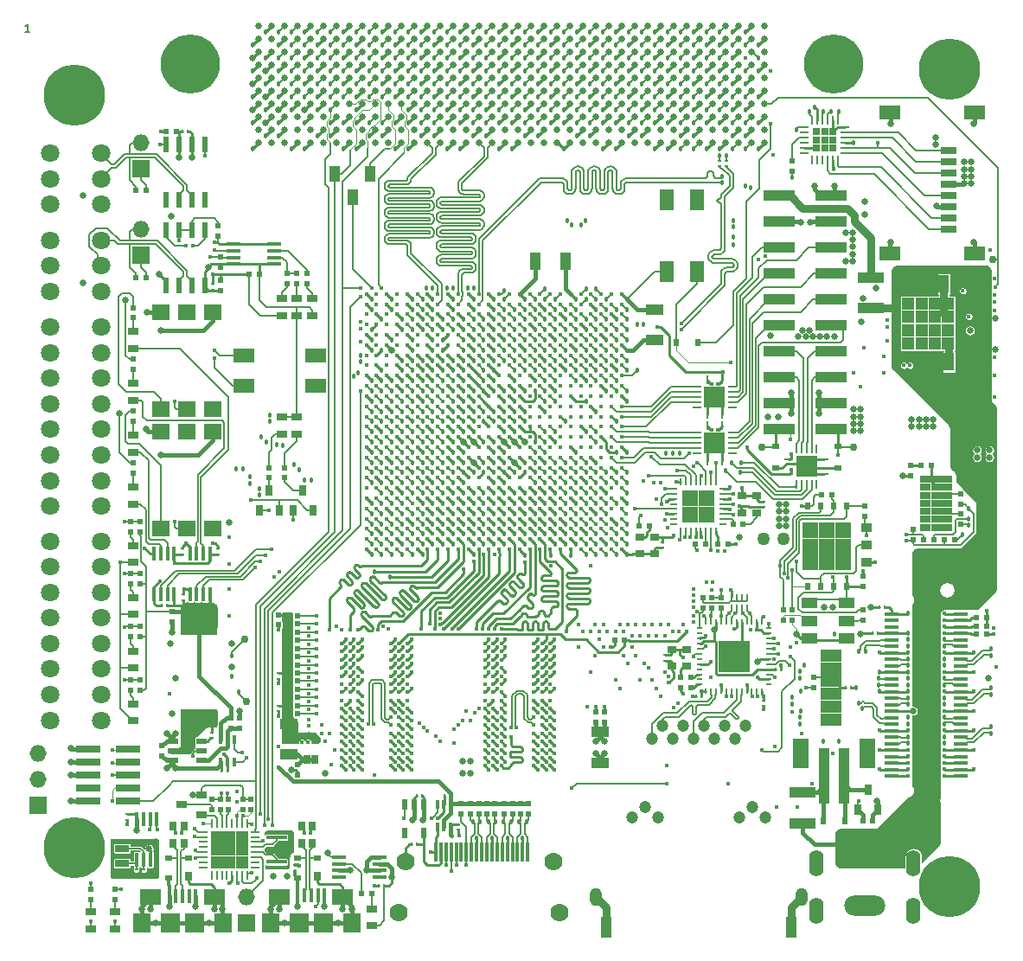
<source format=gbr>
G04 #@! TF.FileFunction,Copper,L1,Top,Mixed*
%FSLAX46Y46*%
G04 Gerber Fmt 4.6, Leading zero omitted, Abs format (unit mm)*
G04 Created by KiCad (PCBNEW 4.0.6) date Wed May 10 11:08:11 2017*
%MOMM*%
%LPD*%
G01*
G04 APERTURE LIST*
%ADD10C,0.101600*%
%ADD11C,0.127000*%
%ADD12C,0.450000*%
%ADD13R,0.250000X0.700000*%
%ADD14R,0.700000X0.250000*%
%ADD15R,1.600000X1.600000*%
%ADD16C,1.200000*%
%ADD17O,1.200000X1.800000*%
%ADD18R,1.080000X2.060000*%
%ADD19R,1.800000X1.000000*%
%ADD20R,0.300000X0.280000*%
%ADD21R,0.500000X0.500000*%
%ADD22R,1.000000X1.800000*%
%ADD23R,0.280000X0.300000*%
%ADD24R,0.584200X0.685800*%
%ADD25R,0.685800X0.584200*%
%ADD26R,1.000000X0.800000*%
%ADD27R,1.397000X0.406400*%
%ADD28R,0.508000X17.272000*%
%ADD29R,0.300000X1.900000*%
%ADD30C,1.778000*%
%ADD31R,0.400000X1.350000*%
%ADD32R,2.100000X1.600000*%
%ADD33R,1.800000X1.900000*%
%ADD34R,1.900000X1.900000*%
%ADD35R,1.000000X5.500000*%
%ADD36R,1.600000X3.000000*%
%ADD37R,1.651000X1.651000*%
%ADD38O,1.651000X1.651000*%
%ADD39R,2.000000X1.450000*%
%ADD40R,1.500000X0.800000*%
%ADD41R,1.000760X0.899160*%
%ADD42R,3.600000X1.800000*%
%ADD43R,0.800000X1.000000*%
%ADD44R,0.250000X0.500000*%
%ADD45R,2.000000X1.400000*%
%ADD46R,1.400000X2.000000*%
%ADD47R,2.600000X1.000000*%
%ADD48C,0.762000*%
%ADD49R,0.787400X0.889000*%
%ADD50R,0.750000X0.900000*%
%ADD51R,1.080000X0.780000*%
%ADD52R,1.100000X0.600000*%
%ADD53R,1.287500X1.287500*%
%ADD54R,0.450000X0.950000*%
%ADD55R,1.000000X1.250000*%
%ADD56R,0.450000X1.350000*%
%ADD57R,0.600000X1.100000*%
%ADD58R,0.850000X0.270000*%
%ADD59R,0.270000X0.850000*%
%ADD60R,1.250000X1.250000*%
%ADD61R,1.350000X0.450000*%
%ADD62R,0.750000X0.960000*%
%ADD63R,0.750000X0.540000*%
%ADD64R,0.850000X0.280000*%
%ADD65R,0.280000X0.850000*%
%ADD66R,1.000000X1.000000*%
%ADD67R,1.780000X1.520000*%
%ADD68R,0.850000X0.650000*%
%ADD69R,0.600000X1.550000*%
%ADD70R,0.500000X0.800000*%
%ADD71R,1.600000X1.000000*%
%ADD72R,0.500000X0.250000*%
%ADD73R,1.500000X1.500000*%
%ADD74R,0.800000X0.800000*%
%ADD75R,2.000000X0.400000*%
%ADD76R,1.400000X0.750000*%
%ADD77C,0.635000*%
%ADD78C,5.800000*%
%ADD79C,1.800000*%
%ADD80R,1.000000X1.600000*%
%ADD81R,2.400000X0.750000*%
%ADD82R,2.400000X0.740000*%
%ADD83R,3.150000X1.000000*%
%ADD84C,3.000000*%
%ADD85O,1.400000X2.600000*%
%ADD86O,4.000000X2.000000*%
%ADD87C,6.000000*%
%ADD88C,0.406400*%
%ADD89C,0.457200*%
%ADD90C,1.270000*%
%ADD91C,0.106680*%
%ADD92C,0.762000*%
%ADD93C,0.254000*%
%ADD94C,0.381000*%
%ADD95C,0.304800*%
%ADD96C,0.165100*%
%ADD97C,0.152400*%
%ADD98C,0.088900*%
%ADD99C,0.177800*%
%ADD100C,0.147320*%
G04 APERTURE END LIST*
D10*
D11*
X30717714Y-31444714D02*
X30282286Y-31444714D01*
X30500000Y-31444714D02*
X30500000Y-30682714D01*
X30427429Y-30791571D01*
X30354857Y-30864143D01*
X30282286Y-30900429D01*
D12*
X88700000Y-57100000D03*
X88700000Y-58100000D03*
X88700000Y-59100000D03*
X88700000Y-60100000D03*
X88700000Y-61100000D03*
X88700000Y-62100000D03*
X88700000Y-63100000D03*
X88700000Y-64100000D03*
X88700000Y-65100000D03*
X88700000Y-66100000D03*
X88700000Y-67100000D03*
X88700000Y-68100000D03*
X88700000Y-69100000D03*
X88700000Y-70100000D03*
X88700000Y-71100000D03*
X88700000Y-72100000D03*
X88700000Y-73100000D03*
X88700000Y-74100000D03*
X88700000Y-75100000D03*
X88700000Y-76100000D03*
X88700000Y-77100000D03*
X88700000Y-78100000D03*
X88700000Y-79100000D03*
X88700000Y-80100000D03*
X88700000Y-81100000D03*
X88700000Y-82100000D03*
X87700000Y-57100000D03*
X87700000Y-58100000D03*
X87700000Y-59100000D03*
X87700000Y-60100000D03*
X87700000Y-61100000D03*
X87700000Y-62100000D03*
X87700000Y-63100000D03*
X87700000Y-64100000D03*
X87700000Y-65100000D03*
X87700000Y-66100000D03*
X87700000Y-67100000D03*
X87700000Y-68100000D03*
X87700000Y-69100000D03*
X87700000Y-70100000D03*
X87700000Y-71100000D03*
X87700000Y-72100000D03*
X87700000Y-73100000D03*
X87700000Y-74100000D03*
X87700000Y-75100000D03*
X87700000Y-76100000D03*
X87700000Y-77100000D03*
X87700000Y-78100000D03*
X87700000Y-79100000D03*
X87700000Y-80100000D03*
X87700000Y-81100000D03*
X87700000Y-82100000D03*
X86700000Y-57100000D03*
X86700000Y-58100000D03*
X86700000Y-59100000D03*
X86700000Y-60100000D03*
X86700000Y-61100000D03*
X86700000Y-62100000D03*
X86700000Y-63100000D03*
X86700000Y-64100000D03*
X86700000Y-65100000D03*
X86700000Y-66100000D03*
X86700000Y-67100000D03*
X86700000Y-68100000D03*
X86700000Y-69100000D03*
X86700000Y-70100000D03*
X86700000Y-71100000D03*
X86700000Y-72100000D03*
X86700000Y-73100000D03*
X86700000Y-74100000D03*
X86700000Y-75100000D03*
X86700000Y-76100000D03*
X86700000Y-77100000D03*
X86700000Y-78100000D03*
X86700000Y-79100000D03*
X86700000Y-80100000D03*
X86700000Y-81100000D03*
X86700000Y-82100000D03*
X85700000Y-57100000D03*
X85700000Y-58100000D03*
X85700000Y-59100000D03*
X85700000Y-60100000D03*
X85700000Y-61100000D03*
X85700000Y-62100000D03*
X85700000Y-63100000D03*
X85700000Y-64100000D03*
X85700000Y-65100000D03*
X85700000Y-66100000D03*
X85700000Y-67100000D03*
X85700000Y-68100000D03*
X85700000Y-69100000D03*
X85700000Y-70100000D03*
X85700000Y-71100000D03*
X85700000Y-72100000D03*
X85700000Y-73100000D03*
X85700000Y-74100000D03*
X85700000Y-75100000D03*
X85700000Y-76100000D03*
X85700000Y-77100000D03*
X85700000Y-78100000D03*
X85700000Y-79100000D03*
X85700000Y-80100000D03*
X85700000Y-81100000D03*
X85700000Y-82100000D03*
X84700000Y-57100000D03*
X84700000Y-58100000D03*
X84700000Y-59100000D03*
X84700000Y-60100000D03*
X84700000Y-61100000D03*
X84700000Y-62100000D03*
X84700000Y-63100000D03*
X84700000Y-64100000D03*
X84700000Y-65100000D03*
X84700000Y-66100000D03*
X84700000Y-67100000D03*
X84700000Y-68100000D03*
X84700000Y-69100000D03*
X84700000Y-70100000D03*
X84700000Y-71100000D03*
X84700000Y-72100000D03*
X84700000Y-73100000D03*
X84700000Y-74100000D03*
X84700000Y-75100000D03*
X84700000Y-76100000D03*
X84700000Y-77100000D03*
X84700000Y-78100000D03*
X84700000Y-79100000D03*
X84700000Y-80100000D03*
X84700000Y-81100000D03*
X84700000Y-82100000D03*
X83700000Y-57100000D03*
X83700000Y-58100000D03*
X83700000Y-59100000D03*
X83700000Y-60100000D03*
X83700000Y-61100000D03*
X83700000Y-62100000D03*
X83700000Y-63100000D03*
X83700000Y-64100000D03*
X83700000Y-65100000D03*
X83700000Y-66100000D03*
X83700000Y-67100000D03*
X83700000Y-68100000D03*
X83700000Y-69100000D03*
X83700000Y-70100000D03*
X83700000Y-71100000D03*
X83700000Y-72100000D03*
X83700000Y-73100000D03*
X83700000Y-74100000D03*
X83700000Y-75100000D03*
X83700000Y-76100000D03*
X83700000Y-77100000D03*
X83700000Y-78100000D03*
X83700000Y-79100000D03*
X83700000Y-80100000D03*
X83700000Y-81100000D03*
X83700000Y-82100000D03*
X82700000Y-57100000D03*
X82700000Y-58100000D03*
X82700000Y-59100000D03*
X82700000Y-60100000D03*
X82700000Y-61100000D03*
X82700000Y-62100000D03*
X82700000Y-63100000D03*
X82700000Y-64100000D03*
X82700000Y-65100000D03*
X82700000Y-66100000D03*
X82700000Y-67100000D03*
X82700000Y-68100000D03*
X82700000Y-69100000D03*
X82700000Y-70100000D03*
X82700000Y-71100000D03*
X82700000Y-72100000D03*
X82700000Y-73100000D03*
X82700000Y-74100000D03*
X82700000Y-75100000D03*
X82700000Y-76100000D03*
X82700000Y-77100000D03*
X82700000Y-78100000D03*
X82700000Y-79100000D03*
X82700000Y-80100000D03*
X82700000Y-81100000D03*
X82700000Y-82100000D03*
X81700000Y-57100000D03*
X81700000Y-58100000D03*
X81700000Y-59100000D03*
X81700000Y-60100000D03*
X81700000Y-61100000D03*
X81700000Y-62100000D03*
X81700000Y-63100000D03*
X81700000Y-64100000D03*
X81700000Y-65100000D03*
X81700000Y-66100000D03*
X81700000Y-67100000D03*
X81700000Y-68100000D03*
X81700000Y-69100000D03*
X81700000Y-70100000D03*
X81700000Y-71100000D03*
X81700000Y-72100000D03*
X81700000Y-73100000D03*
X81700000Y-74100000D03*
X81700000Y-75100000D03*
X81700000Y-76100000D03*
X81700000Y-77100000D03*
X81700000Y-78100000D03*
X81700000Y-79100000D03*
X81700000Y-80100000D03*
X81700000Y-81100000D03*
X81700000Y-82100000D03*
X80700000Y-57100000D03*
X80700000Y-58100000D03*
X80700000Y-59100000D03*
X80700000Y-60100000D03*
X80700000Y-61100000D03*
X80700000Y-62100000D03*
X80700000Y-63100000D03*
X80700000Y-64100000D03*
X80700000Y-65100000D03*
X80700000Y-66100000D03*
X80700000Y-67100000D03*
X80700000Y-68100000D03*
X80700000Y-69100000D03*
X80700000Y-70100000D03*
X80700000Y-71100000D03*
X80700000Y-72100000D03*
X80700000Y-73100000D03*
X80700000Y-74100000D03*
X80700000Y-75100000D03*
X80700000Y-76100000D03*
X80700000Y-77100000D03*
X80700000Y-78100000D03*
X80700000Y-79100000D03*
X80700000Y-80100000D03*
X80700000Y-81100000D03*
X80700000Y-82100000D03*
X79700000Y-57100000D03*
X79700000Y-58100000D03*
X79700000Y-59100000D03*
X79700000Y-60100000D03*
X79700000Y-61100000D03*
X79700000Y-62100000D03*
X79700000Y-63100000D03*
X79700000Y-64100000D03*
X79700000Y-65100000D03*
X79700000Y-66100000D03*
X79700000Y-67100000D03*
X79700000Y-68100000D03*
X79700000Y-69100000D03*
X79700000Y-70100000D03*
X79700000Y-71100000D03*
X79700000Y-72100000D03*
X79700000Y-73100000D03*
X79700000Y-74100000D03*
X79700000Y-75100000D03*
X79700000Y-76100000D03*
X79700000Y-77100000D03*
X79700000Y-78100000D03*
X79700000Y-79100000D03*
X79700000Y-80100000D03*
X79700000Y-81100000D03*
X79700000Y-82100000D03*
X78700000Y-57100000D03*
X78700000Y-58100000D03*
X78700000Y-59100000D03*
X78700000Y-60100000D03*
X78700000Y-61100000D03*
X78700000Y-62100000D03*
X78700000Y-63100000D03*
X78700000Y-64100000D03*
X78700000Y-65100000D03*
X78700000Y-66100000D03*
X78700000Y-67100000D03*
X78700000Y-68100000D03*
X78700000Y-69100000D03*
X78700000Y-70100000D03*
X78700000Y-71100000D03*
X78700000Y-72100000D03*
X78700000Y-73100000D03*
X78700000Y-74100000D03*
X78700000Y-75100000D03*
X78700000Y-76100000D03*
X78700000Y-77100000D03*
X78700000Y-78100000D03*
X78700000Y-79100000D03*
X78700000Y-80100000D03*
X78700000Y-81100000D03*
X78700000Y-82100000D03*
X77700000Y-57100000D03*
X77700000Y-58100000D03*
X77700000Y-59100000D03*
X77700000Y-60100000D03*
X77700000Y-61100000D03*
X77700000Y-62100000D03*
X77700000Y-63100000D03*
X77700000Y-64100000D03*
X77700000Y-65100000D03*
X77700000Y-66100000D03*
X77700000Y-67100000D03*
X77700000Y-68100000D03*
X77700000Y-69100000D03*
X77700000Y-70100000D03*
X77700000Y-71100000D03*
X77700000Y-72100000D03*
X77700000Y-73100000D03*
X77700000Y-74100000D03*
X77700000Y-75100000D03*
X77700000Y-76100000D03*
X77700000Y-77100000D03*
X77700000Y-78100000D03*
X77700000Y-79100000D03*
X77700000Y-80100000D03*
X77700000Y-81100000D03*
X77700000Y-82100000D03*
X76700000Y-57100000D03*
X76700000Y-58100000D03*
X76700000Y-59100000D03*
X76700000Y-60100000D03*
X76700000Y-61100000D03*
X76700000Y-62100000D03*
X76700000Y-63100000D03*
X76700000Y-64100000D03*
X76700000Y-65100000D03*
X76700000Y-66100000D03*
X76700000Y-67100000D03*
X76700000Y-68100000D03*
X76700000Y-69100000D03*
X76700000Y-70100000D03*
X76700000Y-71100000D03*
X76700000Y-72100000D03*
X76700000Y-73100000D03*
X76700000Y-74100000D03*
X76700000Y-75100000D03*
X76700000Y-76100000D03*
X76700000Y-77100000D03*
X76700000Y-78100000D03*
X76700000Y-79100000D03*
X76700000Y-80100000D03*
X76700000Y-81100000D03*
X76700000Y-82100000D03*
X75700000Y-57100000D03*
X75700000Y-58100000D03*
X75700000Y-59100000D03*
X75700000Y-60100000D03*
X75700000Y-61100000D03*
X75700000Y-62100000D03*
X75700000Y-63100000D03*
X75700000Y-64100000D03*
X75700000Y-65100000D03*
X75700000Y-66100000D03*
X75700000Y-67100000D03*
X75700000Y-68100000D03*
X75700000Y-69100000D03*
X75700000Y-70100000D03*
X75700000Y-71100000D03*
X75700000Y-72100000D03*
X75700000Y-73100000D03*
X75700000Y-74100000D03*
X75700000Y-75100000D03*
X75700000Y-76100000D03*
X75700000Y-77100000D03*
X75700000Y-78100000D03*
X75700000Y-79100000D03*
X75700000Y-80100000D03*
X75700000Y-81100000D03*
X75700000Y-82100000D03*
X74700000Y-57100000D03*
X74700000Y-58100000D03*
X74700000Y-59100000D03*
X74700000Y-60100000D03*
X74700000Y-61100000D03*
X74700000Y-62100000D03*
X74700000Y-63100000D03*
X74700000Y-64100000D03*
X74700000Y-65100000D03*
X74700000Y-66100000D03*
X74700000Y-67100000D03*
X74700000Y-68100000D03*
X74700000Y-69100000D03*
X74700000Y-70100000D03*
X74700000Y-71100000D03*
X74700000Y-72100000D03*
X74700000Y-73100000D03*
X74700000Y-74100000D03*
X74700000Y-75100000D03*
X74700000Y-76100000D03*
X74700000Y-77100000D03*
X74700000Y-78100000D03*
X74700000Y-79100000D03*
X74700000Y-80100000D03*
X74700000Y-81100000D03*
X74700000Y-82100000D03*
X73700000Y-57100000D03*
X73700000Y-58100000D03*
X73700000Y-59100000D03*
X73700000Y-60100000D03*
X73700000Y-61100000D03*
X73700000Y-62100000D03*
X73700000Y-63100000D03*
X73700000Y-64100000D03*
X73700000Y-65100000D03*
X73700000Y-66100000D03*
X73700000Y-67100000D03*
X73700000Y-68100000D03*
X73700000Y-69100000D03*
X73700000Y-70100000D03*
X73700000Y-71100000D03*
X73700000Y-72100000D03*
X73700000Y-73100000D03*
X73700000Y-74100000D03*
X73700000Y-75100000D03*
X73700000Y-76100000D03*
X73700000Y-77100000D03*
X73700000Y-78100000D03*
X73700000Y-79100000D03*
X73700000Y-80100000D03*
X73700000Y-81100000D03*
X73700000Y-82100000D03*
X72700000Y-57100000D03*
X72700000Y-58100000D03*
X72700000Y-59100000D03*
X72700000Y-60100000D03*
X72700000Y-61100000D03*
X72700000Y-62100000D03*
X72700000Y-63100000D03*
X72700000Y-64100000D03*
X72700000Y-65100000D03*
X72700000Y-66100000D03*
X72700000Y-67100000D03*
X72700000Y-68100000D03*
X72700000Y-69100000D03*
X72700000Y-70100000D03*
X72700000Y-71100000D03*
X72700000Y-72100000D03*
X72700000Y-73100000D03*
X72700000Y-74100000D03*
X72700000Y-75100000D03*
X72700000Y-76100000D03*
X72700000Y-77100000D03*
X72700000Y-78100000D03*
X72700000Y-79100000D03*
X72700000Y-80100000D03*
X72700000Y-81100000D03*
X72700000Y-82100000D03*
X71700000Y-57100000D03*
X71700000Y-58100000D03*
X71700000Y-59100000D03*
X71700000Y-60100000D03*
X71700000Y-61100000D03*
X71700000Y-62100000D03*
X71700000Y-63100000D03*
X71700000Y-64100000D03*
X71700000Y-65100000D03*
X71700000Y-66100000D03*
X71700000Y-67100000D03*
X71700000Y-68100000D03*
X71700000Y-69100000D03*
X71700000Y-70100000D03*
X71700000Y-71100000D03*
X71700000Y-72100000D03*
X71700000Y-73100000D03*
X71700000Y-74100000D03*
X71700000Y-75100000D03*
X71700000Y-76100000D03*
X71700000Y-77100000D03*
X71700000Y-78100000D03*
X71700000Y-79100000D03*
X71700000Y-80100000D03*
X71700000Y-81100000D03*
X71700000Y-82100000D03*
X70700000Y-57100000D03*
X70700000Y-58100000D03*
X70700000Y-59100000D03*
X70700000Y-60100000D03*
X70700000Y-61100000D03*
X70700000Y-62100000D03*
X70700000Y-63100000D03*
X70700000Y-64100000D03*
X70700000Y-65100000D03*
X70700000Y-66100000D03*
X70700000Y-67100000D03*
X70700000Y-68100000D03*
X70700000Y-69100000D03*
X70700000Y-70100000D03*
X70700000Y-71100000D03*
X70700000Y-72100000D03*
X70700000Y-73100000D03*
X70700000Y-74100000D03*
X70700000Y-75100000D03*
X70700000Y-76100000D03*
X70700000Y-77100000D03*
X70700000Y-78100000D03*
X70700000Y-79100000D03*
X70700000Y-80100000D03*
X70700000Y-81100000D03*
X70700000Y-82100000D03*
X69700000Y-57100000D03*
X69700000Y-58100000D03*
X69700000Y-59100000D03*
X69700000Y-60100000D03*
X69700000Y-61100000D03*
X69700000Y-62100000D03*
X69700000Y-63100000D03*
X69700000Y-64100000D03*
X69700000Y-65100000D03*
X69700000Y-66100000D03*
X69700000Y-67100000D03*
X69700000Y-68100000D03*
X69700000Y-69100000D03*
X69700000Y-70100000D03*
X69700000Y-71100000D03*
X69700000Y-72100000D03*
X69700000Y-73100000D03*
X69700000Y-74100000D03*
X69700000Y-75100000D03*
X69700000Y-76100000D03*
X69700000Y-77100000D03*
X69700000Y-78100000D03*
X69700000Y-79100000D03*
X69700000Y-80100000D03*
X69700000Y-81100000D03*
X69700000Y-82100000D03*
X68700000Y-57100000D03*
X68700000Y-58100000D03*
X68700000Y-59100000D03*
X68700000Y-60100000D03*
X68700000Y-61100000D03*
X68700000Y-62100000D03*
X68700000Y-63100000D03*
X68700000Y-64100000D03*
X68700000Y-65100000D03*
X68700000Y-66100000D03*
X68700000Y-67100000D03*
X68700000Y-68100000D03*
X68700000Y-69100000D03*
X68700000Y-70100000D03*
X68700000Y-71100000D03*
X68700000Y-72100000D03*
X68700000Y-73100000D03*
X68700000Y-74100000D03*
X68700000Y-75100000D03*
X68700000Y-76100000D03*
X68700000Y-77100000D03*
X68700000Y-78100000D03*
X68700000Y-79100000D03*
X68700000Y-80100000D03*
X68700000Y-81100000D03*
X68700000Y-82100000D03*
X67700000Y-57100000D03*
X67700000Y-58100000D03*
X67700000Y-59100000D03*
X67700000Y-60100000D03*
X67700000Y-61100000D03*
X67700000Y-62100000D03*
X67700000Y-63100000D03*
X67700000Y-64100000D03*
X67700000Y-65100000D03*
X67700000Y-66100000D03*
X67700000Y-67100000D03*
X67700000Y-68100000D03*
X67700000Y-69100000D03*
X67700000Y-70100000D03*
X67700000Y-71100000D03*
X67700000Y-72100000D03*
X67700000Y-73100000D03*
X67700000Y-74100000D03*
X67700000Y-75100000D03*
X67700000Y-76100000D03*
X67700000Y-77100000D03*
X67700000Y-78100000D03*
X67700000Y-79100000D03*
X67700000Y-80100000D03*
X67700000Y-81100000D03*
X67700000Y-82100000D03*
X66700000Y-57100000D03*
X66700000Y-58100000D03*
X66700000Y-59100000D03*
X66700000Y-60100000D03*
X66700000Y-61100000D03*
X66700000Y-62100000D03*
X66700000Y-63100000D03*
X66700000Y-64100000D03*
X66700000Y-65100000D03*
X66700000Y-66100000D03*
X66700000Y-67100000D03*
X66700000Y-68100000D03*
X66700000Y-69100000D03*
X66700000Y-70100000D03*
X66700000Y-71100000D03*
X66700000Y-72100000D03*
X66700000Y-73100000D03*
X66700000Y-74100000D03*
X66700000Y-75100000D03*
X66700000Y-76100000D03*
X66700000Y-77100000D03*
X66700000Y-78100000D03*
X66700000Y-79100000D03*
X66700000Y-80100000D03*
X66700000Y-81100000D03*
X66700000Y-82100000D03*
X65700000Y-57100000D03*
X65700000Y-58100000D03*
X65700000Y-59100000D03*
X65700000Y-60100000D03*
X65700000Y-61100000D03*
X65700000Y-62100000D03*
X65700000Y-63100000D03*
X65700000Y-64100000D03*
X65700000Y-65100000D03*
X65700000Y-66100000D03*
X65700000Y-67100000D03*
X65700000Y-68100000D03*
X65700000Y-69100000D03*
X65700000Y-70100000D03*
X65700000Y-71100000D03*
X65700000Y-72100000D03*
X65700000Y-73100000D03*
X65700000Y-74100000D03*
X65700000Y-75100000D03*
X65700000Y-76100000D03*
X65700000Y-77100000D03*
X65700000Y-78100000D03*
X65700000Y-79100000D03*
X65700000Y-80100000D03*
X65700000Y-81100000D03*
X65700000Y-82100000D03*
X64700000Y-57100000D03*
X64700000Y-58100000D03*
X64700000Y-59100000D03*
X64700000Y-60100000D03*
X64700000Y-61100000D03*
X64700000Y-62100000D03*
X64700000Y-63100000D03*
X64700000Y-64100000D03*
X64700000Y-65100000D03*
X64700000Y-66100000D03*
X64700000Y-67100000D03*
X64700000Y-68100000D03*
X64700000Y-69100000D03*
X64700000Y-70100000D03*
X64700000Y-71100000D03*
X64700000Y-72100000D03*
X64700000Y-73100000D03*
X64700000Y-74100000D03*
X64700000Y-75100000D03*
X64700000Y-76100000D03*
X64700000Y-77100000D03*
X64700000Y-78100000D03*
X64700000Y-79100000D03*
X64700000Y-80100000D03*
X64700000Y-81100000D03*
X64700000Y-82100000D03*
X63700000Y-57100000D03*
X63700000Y-58100000D03*
X63700000Y-59100000D03*
X63700000Y-60100000D03*
X63700000Y-61100000D03*
X63700000Y-62100000D03*
X63700000Y-63100000D03*
X63700000Y-64100000D03*
X63700000Y-65100000D03*
X63700000Y-66100000D03*
X63700000Y-67100000D03*
X63700000Y-68100000D03*
X63700000Y-69100000D03*
X63700000Y-70100000D03*
X63700000Y-71100000D03*
X63700000Y-72100000D03*
X63700000Y-73100000D03*
X63700000Y-74100000D03*
X63700000Y-75100000D03*
X63700000Y-76100000D03*
X63700000Y-77100000D03*
X63700000Y-78100000D03*
X63700000Y-79100000D03*
X63700000Y-80100000D03*
X63700000Y-81100000D03*
X63700000Y-82100000D03*
D13*
X97950000Y-75500000D03*
X97450000Y-75500000D03*
X96950000Y-75500000D03*
X96450000Y-75500000D03*
X95950000Y-75500000D03*
X95450000Y-75500000D03*
X94950000Y-75500000D03*
X94450000Y-75500000D03*
D14*
X93800000Y-76150000D03*
X93800000Y-76650000D03*
X93800000Y-77150000D03*
X93800000Y-77650000D03*
X93800000Y-78150000D03*
X93800000Y-78650000D03*
X93800000Y-79150000D03*
X93800000Y-79650000D03*
D13*
X94450000Y-80300000D03*
X94950000Y-80300000D03*
X95450000Y-80300000D03*
X95950000Y-80300000D03*
X96450000Y-80300000D03*
X96950000Y-80300000D03*
X97450000Y-80300000D03*
X97950000Y-80300000D03*
D14*
X98600000Y-79650000D03*
X98600000Y-79150000D03*
X98600000Y-78650000D03*
X98600000Y-78150000D03*
X98600000Y-77650000D03*
X98600000Y-77150000D03*
X98600000Y-76650000D03*
X98600000Y-76150000D03*
D15*
X95400000Y-78700000D03*
X97000000Y-78700000D03*
X95400000Y-77100000D03*
X97000000Y-77100000D03*
D16*
X91661000Y-100596000D03*
X93693000Y-100596000D03*
X95725000Y-100596000D03*
X97757000Y-100596000D03*
X99789000Y-100596000D03*
X92677000Y-99326000D03*
X94709000Y-99326000D03*
X96741000Y-99326000D03*
X98773000Y-99326000D03*
X100805000Y-99326000D03*
X89723000Y-108346000D03*
X90993000Y-107326000D03*
X92263000Y-108346000D03*
X100203000Y-108346000D03*
X101473000Y-107326000D03*
X102743000Y-108346000D03*
D17*
X86148000Y-116156000D03*
X106318000Y-116156000D03*
D18*
X87158000Y-119126000D03*
X105308000Y-119126000D03*
D19*
X86600000Y-103000000D03*
X86600000Y-100000000D03*
X56100000Y-102200000D03*
X56100000Y-99200000D03*
D20*
X55100000Y-94765000D03*
X55100000Y-94235000D03*
X55100000Y-97435000D03*
X55100000Y-97965000D03*
D21*
X121920000Y-76716000D03*
X121920000Y-77716000D03*
X116967000Y-74922000D03*
X116967000Y-73922000D03*
D22*
X117753000Y-63754000D03*
X120753000Y-63754000D03*
D20*
X48600000Y-100565000D03*
X48600000Y-100035000D03*
D23*
X49535000Y-103800000D03*
X50065000Y-103800000D03*
X110635000Y-95631000D03*
X111165000Y-95631000D03*
D20*
X41200000Y-113965000D03*
X41200000Y-113435000D03*
X41900000Y-113965000D03*
X41900000Y-113435000D03*
D23*
X71865000Y-106200000D03*
X71335000Y-106200000D03*
D20*
X72700000Y-109035000D03*
X72700000Y-109565000D03*
D21*
X49400000Y-55800000D03*
X49400000Y-56800000D03*
X44100000Y-41200000D03*
X45100000Y-41200000D03*
X53200000Y-55200000D03*
X52200000Y-55200000D03*
D20*
X45800000Y-87065000D03*
X45800000Y-86535000D03*
X49200000Y-82565000D03*
X49200000Y-82035000D03*
D23*
X44165000Y-87600000D03*
X43635000Y-87600000D03*
D20*
X45700000Y-82565000D03*
X45700000Y-82035000D03*
X92700000Y-81435000D03*
X92700000Y-81965000D03*
D21*
X112300000Y-84700000D03*
X112300000Y-85700000D03*
D22*
X80200000Y-53900000D03*
X83200000Y-53900000D03*
D19*
X91900000Y-58600000D03*
X91900000Y-61600000D03*
D20*
X102600000Y-77965000D03*
X102600000Y-77435000D03*
D23*
X103748000Y-93853000D03*
X104278000Y-93853000D03*
X96531000Y-96520000D03*
X96001000Y-96520000D03*
D20*
X102616000Y-96890000D03*
X102616000Y-97420000D03*
X92964000Y-92445000D03*
X92964000Y-92975000D03*
X98298000Y-44058000D03*
X98298000Y-44588000D03*
X98933000Y-44058000D03*
X98933000Y-44588000D03*
D24*
X110555000Y-108700000D03*
X108445000Y-108700000D03*
D25*
X103800000Y-74155000D03*
X103800000Y-72045000D03*
X109900000Y-74155000D03*
X109900000Y-72045000D03*
D24*
X94045000Y-61900000D03*
X96155000Y-61900000D03*
D26*
X56900000Y-59225000D03*
X56900000Y-57575000D03*
X55400000Y-57575000D03*
X55400000Y-59225000D03*
X58400000Y-59225000D03*
X58400000Y-57575000D03*
X36700000Y-117575000D03*
X36700000Y-119225000D03*
X39100000Y-117575000D03*
X39100000Y-119225000D03*
X40894000Y-83375000D03*
X40894000Y-81725000D03*
X40894000Y-88455000D03*
X40894000Y-86805000D03*
X40894000Y-93726000D03*
X40894000Y-92076000D03*
X40894000Y-98869000D03*
X40894000Y-97219000D03*
X64200000Y-118925000D03*
X64200000Y-117275000D03*
X55400000Y-69175000D03*
X55400000Y-70825000D03*
X56900000Y-69175000D03*
X56900000Y-70825000D03*
D27*
X115154500Y-104293000D03*
X115154500Y-103658000D03*
X115154500Y-103023000D03*
X115154500Y-102388000D03*
X115154500Y-101753000D03*
X115154500Y-101118000D03*
X115154500Y-100483000D03*
X115154500Y-99848000D03*
X115154500Y-99213000D03*
X115154500Y-98578000D03*
X115154500Y-97943000D03*
X115154500Y-97308000D03*
X115154500Y-96673000D03*
X115154500Y-96038000D03*
X115154500Y-95403000D03*
X115154500Y-94768000D03*
X115154500Y-94133000D03*
X115154500Y-93498000D03*
X115154500Y-92863000D03*
X115154500Y-92228000D03*
X115154500Y-91593000D03*
X115154500Y-90958000D03*
X115154500Y-90323000D03*
X115154500Y-89688000D03*
X115154500Y-89053000D03*
X115154500Y-88418000D03*
X121885500Y-103658000D03*
X121885500Y-101753000D03*
X121885500Y-103023000D03*
X121885500Y-104293000D03*
X121885500Y-102388000D03*
X121885500Y-90323000D03*
X121885500Y-90958000D03*
X121885500Y-89053000D03*
X121885500Y-88418000D03*
X121885500Y-89688000D03*
X121885500Y-98578000D03*
X121885500Y-97943000D03*
X121885500Y-100483000D03*
X121885500Y-99848000D03*
X121885500Y-101118000D03*
X121885500Y-99213000D03*
X121885500Y-96038000D03*
X121885500Y-97308000D03*
X121885500Y-94768000D03*
X121885500Y-95403000D03*
X121885500Y-96673000D03*
X121885500Y-94133000D03*
X121885500Y-92228000D03*
X121885500Y-93498000D03*
X121885500Y-92863000D03*
X121885500Y-91593000D03*
D28*
X118520000Y-96355500D03*
D29*
X70500000Y-111700000D03*
X79500000Y-111700000D03*
X71000000Y-111700000D03*
X71500000Y-111700000D03*
X72000000Y-111700000D03*
X72500000Y-111700000D03*
X73000000Y-111700000D03*
X73500000Y-111700000D03*
X74000000Y-111700000D03*
X74500000Y-111700000D03*
X75000000Y-111700000D03*
X75500000Y-111700000D03*
X76000000Y-111700000D03*
X76500000Y-111700000D03*
X77000000Y-111700000D03*
X77500000Y-111700000D03*
X78000000Y-111700000D03*
X78500000Y-111700000D03*
X79000000Y-111700000D03*
D30*
X67500000Y-112700000D03*
X82000000Y-112700000D03*
X82600000Y-117650000D03*
X66900000Y-117650000D03*
D31*
X45700000Y-116025000D03*
X45050000Y-116025000D03*
X46350000Y-116025000D03*
X44400000Y-116025000D03*
X47000000Y-116025000D03*
D32*
X42600000Y-116150000D03*
X48800000Y-116150000D03*
D33*
X41700000Y-118700000D03*
X49700000Y-118700000D03*
D34*
X44500000Y-118700000D03*
X46900000Y-118700000D03*
D35*
X110500000Y-104300000D03*
X108500000Y-104300000D03*
D36*
X106250000Y-102050000D03*
X112750000Y-102050000D03*
D37*
X31600000Y-107140000D03*
D38*
X31600000Y-104600000D03*
X31600000Y-102060000D03*
D31*
X58300000Y-116000000D03*
X57650000Y-116000000D03*
X58950000Y-116000000D03*
X57000000Y-116000000D03*
X59600000Y-116000000D03*
D32*
X55200000Y-116125000D03*
X61400000Y-116125000D03*
D33*
X54300000Y-118675000D03*
X62300000Y-118675000D03*
D34*
X57100000Y-118675000D03*
X59500000Y-118675000D03*
D39*
X123276000Y-53128000D03*
X123276000Y-39328000D03*
X114976000Y-53128000D03*
X114976000Y-39328000D03*
D40*
X120676000Y-50728000D03*
X120676000Y-49628000D03*
X120676000Y-48528000D03*
X120676000Y-47428000D03*
X120676000Y-46328000D03*
X120676000Y-45228000D03*
X120676000Y-44128000D03*
X120676000Y-43028000D03*
D37*
X52000000Y-118640000D03*
D38*
X52000000Y-116100000D03*
D41*
X112649000Y-81661000D03*
X112649000Y-79961000D03*
X112649000Y-83361000D03*
D37*
X41656000Y-44831000D03*
D38*
X41656000Y-42291000D03*
D37*
X41656000Y-53340000D03*
D38*
X41656000Y-50800000D03*
D42*
X47300000Y-98600000D03*
X47300000Y-89600000D03*
D26*
X47600000Y-108050000D03*
X45600000Y-107100000D03*
X47600000Y-106150000D03*
D43*
X111850000Y-107600000D03*
X112800000Y-105600000D03*
X113750000Y-107600000D03*
X53250000Y-78300000D03*
X54200000Y-76300000D03*
X55150000Y-78300000D03*
X56550000Y-78300000D03*
X57500000Y-76300000D03*
X58450000Y-78300000D03*
D21*
X56000000Y-94200000D03*
X57000000Y-94200000D03*
X56000000Y-91800000D03*
X57000000Y-91800000D03*
X56000000Y-92600000D03*
X57000000Y-92600000D03*
X56000000Y-90200000D03*
X57000000Y-90200000D03*
X56000000Y-88600000D03*
X57000000Y-88600000D03*
X56000000Y-91000000D03*
X57000000Y-91000000D03*
X56000000Y-95000000D03*
X57000000Y-95000000D03*
X56000000Y-89400000D03*
X57000000Y-89400000D03*
X56000000Y-95800000D03*
X57000000Y-95800000D03*
X56000000Y-93400000D03*
X57000000Y-93400000D03*
X56000000Y-96600000D03*
X57000000Y-96600000D03*
X56000000Y-97400000D03*
X57000000Y-97400000D03*
X56000000Y-98200000D03*
X57000000Y-98200000D03*
X89000000Y-91000000D03*
X88000000Y-91000000D03*
X117221000Y-80145000D03*
X117221000Y-81145000D03*
X121277000Y-81153000D03*
X120277000Y-81153000D03*
X121920000Y-79621000D03*
X121920000Y-78621000D03*
X118245000Y-81153000D03*
X119245000Y-81153000D03*
X117991000Y-73914000D03*
X118991000Y-73914000D03*
X50400000Y-98600000D03*
X50400000Y-99600000D03*
X51300000Y-98600000D03*
X51300000Y-99600000D03*
X124400000Y-90400000D03*
X123400000Y-90400000D03*
X107495000Y-95631000D03*
X107495000Y-94631000D03*
X79600000Y-107000000D03*
X79600000Y-108000000D03*
X78800000Y-107000000D03*
X78800000Y-108000000D03*
X78000000Y-107000000D03*
X78000000Y-108000000D03*
X77200000Y-107000000D03*
X77200000Y-108000000D03*
X76300000Y-107000000D03*
X76300000Y-108000000D03*
X75500000Y-107000000D03*
X75500000Y-108000000D03*
X74700000Y-107000000D03*
X74700000Y-108000000D03*
X73900000Y-107000000D03*
X73900000Y-108000000D03*
X73000000Y-108000000D03*
X73000000Y-107000000D03*
X48600000Y-107600000D03*
X48600000Y-106600000D03*
X50200000Y-106600000D03*
X50200000Y-107600000D03*
X49400000Y-106600000D03*
X49400000Y-107600000D03*
X49400000Y-53500000D03*
X49400000Y-54500000D03*
X56900000Y-56100000D03*
X56900000Y-55100000D03*
X55900000Y-56100000D03*
X55900000Y-55100000D03*
X57900000Y-56100000D03*
X57900000Y-55100000D03*
X36700000Y-116400000D03*
X36700000Y-115400000D03*
X39100000Y-116400000D03*
X39100000Y-115400000D03*
X112300000Y-108700000D03*
X113300000Y-108700000D03*
X40640000Y-80383000D03*
X40640000Y-79383000D03*
X40640000Y-85463000D03*
X40640000Y-84463000D03*
X40640000Y-90670000D03*
X40640000Y-89670000D03*
X40640000Y-95877000D03*
X40640000Y-94877000D03*
X41529000Y-79375000D03*
X41529000Y-80375000D03*
X41529000Y-84463000D03*
X41529000Y-85463000D03*
X41529000Y-89670000D03*
X41529000Y-90670000D03*
X41529000Y-94877000D03*
X41529000Y-95877000D03*
X40894000Y-59436000D03*
X40894000Y-58436000D03*
X40894000Y-64508000D03*
X40894000Y-63508000D03*
X40894000Y-69588000D03*
X40894000Y-68588000D03*
X40894000Y-74668000D03*
X40894000Y-73668000D03*
X91400000Y-79800000D03*
X90400000Y-79800000D03*
X52400000Y-107600000D03*
X52400000Y-106600000D03*
X51600000Y-107600000D03*
X51600000Y-106600000D03*
X124400000Y-88800000D03*
X123400000Y-88800000D03*
X124400000Y-89600000D03*
X123400000Y-89600000D03*
X105400000Y-88000000D03*
X105400000Y-89000000D03*
X109300000Y-76800000D03*
X108300000Y-76800000D03*
X49149000Y-50427000D03*
X49149000Y-51427000D03*
X104500000Y-89000000D03*
X104500000Y-88000000D03*
X42156000Y-46990000D03*
X41156000Y-46990000D03*
X41156000Y-55499000D03*
X42156000Y-55499000D03*
X112300000Y-88000000D03*
X112300000Y-89000000D03*
X112500000Y-78900000D03*
X112500000Y-77900000D03*
X105410000Y-44077000D03*
X105410000Y-45077000D03*
X63200000Y-115800000D03*
X64200000Y-115800000D03*
X96900000Y-81600000D03*
X95900000Y-81600000D03*
X98100000Y-81600000D03*
X99100000Y-81600000D03*
X99600000Y-79600000D03*
X100600000Y-79600000D03*
X96647000Y-86876000D03*
X96647000Y-87876000D03*
X97536000Y-86876000D03*
X97536000Y-87876000D03*
X98425000Y-86876000D03*
X98425000Y-87876000D03*
X95496000Y-94615000D03*
X94496000Y-94615000D03*
X94496000Y-95631000D03*
X95496000Y-95631000D03*
X54200000Y-75100000D03*
X54200000Y-74100000D03*
X55700000Y-74100000D03*
X55700000Y-75100000D03*
D44*
X100953000Y-87749000D03*
X100453000Y-87749000D03*
X99953000Y-87749000D03*
X99453000Y-87749000D03*
X100953000Y-86749000D03*
X100453000Y-86749000D03*
X99953000Y-86749000D03*
X99453000Y-86749000D03*
D45*
X51700000Y-63100000D03*
X51700000Y-66100000D03*
X58700000Y-63100000D03*
X58700000Y-66100000D03*
D46*
X93100000Y-54900000D03*
X96100000Y-54900000D03*
X93100000Y-47900000D03*
X96100000Y-47900000D03*
D47*
X106400000Y-105900000D03*
X106400000Y-108900000D03*
X113100000Y-58500000D03*
X113100000Y-55500000D03*
D48*
X125000000Y-53700000D03*
X111400000Y-72100000D03*
X102400000Y-72100000D03*
X51800000Y-90900000D03*
X52000000Y-97000000D03*
D49*
X45833400Y-110850900D03*
X44766600Y-110850900D03*
X45833400Y-109149100D03*
X44766600Y-109149100D03*
X58433400Y-110850900D03*
X57366600Y-110850900D03*
X58433400Y-109149100D03*
X57366600Y-109149100D03*
D50*
X57925000Y-102700000D03*
X58675000Y-102700000D03*
D51*
X120580000Y-79937000D03*
X119500000Y-79937000D03*
X118420000Y-79937000D03*
X120580000Y-79157000D03*
X120580000Y-78377000D03*
X120580000Y-77597000D03*
X120580000Y-76817000D03*
X120580000Y-76037000D03*
X120580000Y-75257000D03*
X119500000Y-75257000D03*
X119500000Y-76037000D03*
X119500000Y-76817000D03*
X119500000Y-77597000D03*
X119500000Y-78377000D03*
X119500000Y-79157000D03*
X118420000Y-79157000D03*
X118420000Y-78377000D03*
X118420000Y-77597000D03*
X118420000Y-76817000D03*
X118420000Y-76037000D03*
X118420000Y-75257000D03*
D52*
X44800000Y-100850000D03*
X44800000Y-102750000D03*
X44800000Y-101800000D03*
X47600000Y-102750000D03*
X47600000Y-100850000D03*
X47600000Y-101800000D03*
D53*
X120631250Y-61931250D03*
X119343750Y-61931250D03*
X118056250Y-61931250D03*
X116768750Y-61931250D03*
X120631250Y-60643750D03*
X119343750Y-60643750D03*
X118056250Y-60643750D03*
X116768750Y-60643750D03*
X120631250Y-59356250D03*
X119343750Y-59356250D03*
X118056250Y-59356250D03*
X116768750Y-59356250D03*
X120631250Y-58068750D03*
X119343750Y-58068750D03*
X118056250Y-58068750D03*
X116768750Y-58068750D03*
D54*
X49450000Y-102900000D03*
X50100000Y-102900000D03*
X50750000Y-102900000D03*
X50750000Y-100700000D03*
X49450000Y-100700000D03*
X50100000Y-100700000D03*
D55*
X109720000Y-97506000D03*
X109720000Y-96256000D03*
X109720000Y-98756000D03*
X108720000Y-98756000D03*
X108720000Y-97506000D03*
X108720000Y-96256000D03*
X108720000Y-95006000D03*
X108720000Y-93756000D03*
X108720000Y-92506000D03*
X109720000Y-92506000D03*
X109720000Y-93756000D03*
X109720000Y-95006000D03*
D56*
X41225000Y-108525000D03*
X41875000Y-108525000D03*
X42525000Y-108525000D03*
X43175000Y-108525000D03*
X41225000Y-112475000D03*
X41875000Y-112475000D03*
X42525000Y-112475000D03*
X43175000Y-112475000D03*
D54*
X71950000Y-107100000D03*
X71300000Y-107100000D03*
X70650000Y-107100000D03*
X70650000Y-109300000D03*
X71950000Y-109300000D03*
X71300000Y-109300000D03*
D57*
X69350000Y-107100000D03*
X67450000Y-107100000D03*
X68400000Y-107100000D03*
X67450000Y-109900000D03*
X69350000Y-109900000D03*
D58*
X52850000Y-113250000D03*
X52850000Y-112750000D03*
X52850000Y-112250000D03*
X52850000Y-111750000D03*
X52850000Y-111250000D03*
X52850000Y-110750000D03*
X52850000Y-110250000D03*
X52850000Y-109750000D03*
D59*
X52050000Y-108950000D03*
X51550000Y-108950000D03*
X51050000Y-108950000D03*
X50550000Y-108950000D03*
X50050000Y-108950000D03*
X49550000Y-108950000D03*
X49050000Y-108950000D03*
X48550000Y-108950000D03*
D58*
X47750000Y-109750000D03*
X47750000Y-110250000D03*
X47750000Y-110750000D03*
X47750000Y-111250000D03*
X47750000Y-111750000D03*
X47750000Y-112250000D03*
X47750000Y-112750000D03*
X47750000Y-113250000D03*
D59*
X48550000Y-114050000D03*
X49050000Y-114050000D03*
X49550000Y-114050000D03*
X50050000Y-114050000D03*
X50550000Y-114050000D03*
X51050000Y-114050000D03*
X51550000Y-114050000D03*
X52050000Y-114050000D03*
D60*
X49050000Y-110250000D03*
X49050000Y-112750000D03*
X51550000Y-110250000D03*
X50300000Y-112750000D03*
X49050000Y-111500000D03*
X50300000Y-111500000D03*
X51550000Y-111500000D03*
X50300000Y-110250000D03*
X51550000Y-112750000D03*
D61*
X50725000Y-54175000D03*
X50725000Y-53525000D03*
X50725000Y-52875000D03*
X50725000Y-52225000D03*
X54675000Y-54175000D03*
X54675000Y-53525000D03*
X54675000Y-52875000D03*
X54675000Y-52225000D03*
D62*
X46275000Y-114060000D03*
D63*
X44325000Y-112340000D03*
X46275000Y-112340000D03*
X44325000Y-114260000D03*
D64*
X96075000Y-67200000D03*
X96075000Y-66700000D03*
X96075000Y-66200000D03*
X96075000Y-67700000D03*
X96075000Y-68200000D03*
X99525000Y-67200000D03*
X99525000Y-66700000D03*
X99525000Y-66200000D03*
X99525000Y-67700000D03*
X99525000Y-68200000D03*
D65*
X98550000Y-65475000D03*
X97050000Y-65475000D03*
X97050000Y-68925000D03*
X98550000Y-68925000D03*
D66*
X98300000Y-66700000D03*
X98300000Y-67700000D03*
X97300000Y-67700000D03*
X97300000Y-66700000D03*
D64*
X96075000Y-71700000D03*
X96075000Y-71200000D03*
X96075000Y-70700000D03*
X96075000Y-72200000D03*
X96075000Y-72700000D03*
X99525000Y-71700000D03*
X99525000Y-71200000D03*
X99525000Y-70700000D03*
X99525000Y-72200000D03*
X99525000Y-72700000D03*
D65*
X98550000Y-69975000D03*
X97050000Y-69975000D03*
X97050000Y-73425000D03*
X98550000Y-73425000D03*
D66*
X98300000Y-71200000D03*
X98300000Y-72200000D03*
X97300000Y-72200000D03*
X97300000Y-71200000D03*
D65*
X106800000Y-75725000D03*
X106300000Y-75725000D03*
X105800000Y-75725000D03*
X107300000Y-75725000D03*
X107800000Y-75725000D03*
X106800000Y-72275000D03*
X106300000Y-72275000D03*
X105800000Y-72275000D03*
X107300000Y-72275000D03*
X107800000Y-72275000D03*
D64*
X105075000Y-73250000D03*
X105075000Y-74750000D03*
X108525000Y-74750000D03*
X108525000Y-73250000D03*
D66*
X106300000Y-73500000D03*
X107300000Y-73500000D03*
X107300000Y-74500000D03*
X106300000Y-74500000D03*
D56*
X48375000Y-86475000D03*
X47725000Y-86475000D03*
X47075000Y-86475000D03*
X46425000Y-86475000D03*
X48375000Y-82525000D03*
X47725000Y-82525000D03*
X47075000Y-82525000D03*
X46425000Y-82525000D03*
X44875000Y-86475000D03*
X44225000Y-86475000D03*
X43575000Y-86475000D03*
X42925000Y-86475000D03*
X44875000Y-82525000D03*
X44225000Y-82525000D03*
X43575000Y-82525000D03*
X42925000Y-82525000D03*
D67*
X43561000Y-68389000D03*
X43561000Y-58865000D03*
X46101000Y-58865000D03*
X48641000Y-58865000D03*
X48641000Y-68389000D03*
X46101000Y-68389000D03*
X43561000Y-80073000D03*
X43561000Y-70549000D03*
X46101000Y-70549000D03*
X48641000Y-70549000D03*
X48641000Y-80073000D03*
X46101000Y-80073000D03*
D68*
X90475000Y-80875000D03*
X91925000Y-82525000D03*
X90475000Y-82525000D03*
X91925000Y-80875000D03*
D69*
X47879000Y-50894000D03*
X46609000Y-50894000D03*
X45339000Y-50894000D03*
X44069000Y-50894000D03*
X44069000Y-56294000D03*
X45339000Y-56294000D03*
X46609000Y-56294000D03*
X47879000Y-56294000D03*
X47879000Y-42512000D03*
X46609000Y-42512000D03*
X45339000Y-42512000D03*
X44069000Y-42512000D03*
X44069000Y-47912000D03*
X45339000Y-47912000D03*
X46609000Y-47912000D03*
X47879000Y-47912000D03*
D70*
X109435000Y-77900000D03*
X108165000Y-77900000D03*
X106895000Y-77900000D03*
X110705000Y-77900000D03*
X110705000Y-85700000D03*
X109435000Y-85700000D03*
X108165000Y-85700000D03*
X106895000Y-85700000D03*
D15*
X108800000Y-81800000D03*
X110400000Y-81800000D03*
X110400000Y-83400000D03*
X108800000Y-83400000D03*
X107200000Y-83400000D03*
X107200000Y-81800000D03*
X107200000Y-80200000D03*
X108800000Y-80200000D03*
X110400000Y-80200000D03*
D71*
X110750000Y-89100000D03*
X110750000Y-87350000D03*
X110750000Y-90850000D03*
X107050000Y-87350000D03*
X107050000Y-89100000D03*
X107050000Y-90850000D03*
D68*
X101925000Y-78525000D03*
X100475000Y-76875000D03*
X101925000Y-76875000D03*
X100475000Y-78525000D03*
D61*
X64975000Y-112225000D03*
X64975000Y-112875000D03*
X64975000Y-113525000D03*
X64975000Y-114175000D03*
X61025000Y-112225000D03*
X61025000Y-112875000D03*
X61025000Y-113525000D03*
X61025000Y-114175000D03*
D62*
X58875000Y-114060000D03*
D63*
X56925000Y-112340000D03*
X58875000Y-112340000D03*
X56925000Y-114260000D03*
D72*
X96295000Y-95333000D03*
X96295000Y-94833000D03*
X96295000Y-94333000D03*
X96295000Y-93833000D03*
X96295000Y-93333000D03*
X96295000Y-92833000D03*
X96295000Y-92333000D03*
X96295000Y-91833000D03*
X96295000Y-91333000D03*
X96295000Y-90833000D03*
X96295000Y-90333000D03*
X96295000Y-89833000D03*
D44*
X96945000Y-89183000D03*
X99445000Y-89183000D03*
X98945000Y-89183000D03*
X98445000Y-89183000D03*
X97945000Y-89183000D03*
X97445000Y-89183000D03*
X99945000Y-89183000D03*
X100445000Y-89183000D03*
X100945000Y-89183000D03*
X101445000Y-89183000D03*
X101945000Y-89183000D03*
X102445000Y-89183000D03*
D72*
X103095000Y-92333000D03*
X103095000Y-91833000D03*
X103095000Y-91333000D03*
X103095000Y-90833000D03*
X103095000Y-90333000D03*
X103095000Y-89833000D03*
X103095000Y-92833000D03*
X103095000Y-93333000D03*
X103095000Y-93833000D03*
X103095000Y-94333000D03*
X103095000Y-94833000D03*
X103095000Y-95333000D03*
D44*
X99945000Y-95983000D03*
X99445000Y-95983000D03*
X98945000Y-95983000D03*
X98445000Y-95983000D03*
X97945000Y-95983000D03*
X97445000Y-95983000D03*
X96945000Y-95983000D03*
X100445000Y-95983000D03*
X100945000Y-95983000D03*
X101445000Y-95983000D03*
X101945000Y-95983000D03*
X102445000Y-95983000D03*
D73*
X98945000Y-93333000D03*
X98945000Y-91833000D03*
X100445000Y-91833000D03*
X100445000Y-93333000D03*
D65*
X109835000Y-44012000D03*
X108835000Y-44012000D03*
X109335000Y-44012000D03*
X108335000Y-44012000D03*
X107835000Y-44012000D03*
X107335000Y-44012000D03*
D64*
X110560000Y-43287000D03*
X110560000Y-42787000D03*
X110560000Y-42287000D03*
X110560000Y-41787000D03*
X110560000Y-41287000D03*
X110560000Y-40787000D03*
D65*
X108835000Y-40062000D03*
X109335000Y-40062000D03*
X109835000Y-40062000D03*
X108335000Y-40062000D03*
X107835000Y-40062000D03*
X107335000Y-40062000D03*
D64*
X106610000Y-40787000D03*
X106610000Y-41287000D03*
X106610000Y-41787000D03*
X106610000Y-42287000D03*
X106610000Y-42787000D03*
X106610000Y-43287000D03*
D74*
X109385000Y-42837000D03*
X108585000Y-42837000D03*
X107785000Y-42837000D03*
X107785000Y-42037000D03*
X108585000Y-42037000D03*
X109385000Y-42037000D03*
X109385000Y-41237000D03*
X108585000Y-41237000D03*
X107785000Y-41237000D03*
D68*
X95086000Y-93535000D03*
X93636000Y-91885000D03*
X95086000Y-91885000D03*
X93636000Y-93535000D03*
D75*
X54900000Y-111500000D03*
X54900000Y-112700000D03*
X54900000Y-110300000D03*
D76*
X39800000Y-112825000D03*
X39800000Y-111375000D03*
D77*
X102710000Y-42331700D03*
X102710000Y-41061700D03*
X102710000Y-39791700D03*
X102710000Y-38521700D03*
X102710000Y-37251700D03*
X102710000Y-35981700D03*
X102710000Y-34711700D03*
X102710000Y-33441700D03*
X102710000Y-32171700D03*
X102710000Y-30901700D03*
X101440000Y-42331700D03*
X101440000Y-41061700D03*
X101440000Y-39791700D03*
X101440000Y-38521700D03*
X101440000Y-37251700D03*
X101440000Y-35981700D03*
X101440000Y-34711700D03*
X101440000Y-33441700D03*
X101440000Y-32171700D03*
X101440000Y-30901700D03*
X100170000Y-42331700D03*
X100170000Y-41061700D03*
X100170000Y-39791700D03*
X100170000Y-38521700D03*
X100170000Y-37251700D03*
X100170000Y-35981700D03*
X100170000Y-34711700D03*
X100170000Y-33441700D03*
X100170000Y-32171700D03*
X100170000Y-30901700D03*
X98900000Y-42331700D03*
X98900000Y-41061700D03*
X98900000Y-39791700D03*
X98900000Y-38521700D03*
X98900000Y-37251700D03*
X98900000Y-35981700D03*
X98900000Y-34711700D03*
X98900000Y-33441700D03*
X98900000Y-32171700D03*
X98900000Y-30901700D03*
X97630000Y-42331700D03*
X97630000Y-41061700D03*
X97630000Y-39791700D03*
X97630000Y-38521700D03*
X97630000Y-37251700D03*
X97630000Y-35981700D03*
X97630000Y-34711700D03*
X97630000Y-33441700D03*
X97630000Y-32171700D03*
X97630000Y-30901700D03*
X96360000Y-42331700D03*
X96360000Y-41061700D03*
X96360000Y-39791700D03*
X96360000Y-38521700D03*
X96360000Y-37251700D03*
X96360000Y-35981700D03*
X96360000Y-34711700D03*
X96360000Y-33441700D03*
X96360000Y-32171700D03*
X96360000Y-30901700D03*
X95090000Y-42331700D03*
X95090000Y-41061700D03*
X95090000Y-39791700D03*
X95090000Y-38521700D03*
X95090000Y-37251700D03*
X95090000Y-35981700D03*
X95090000Y-34711700D03*
X95090000Y-33441700D03*
X95090000Y-32171700D03*
X95090000Y-30901700D03*
X93820000Y-42331700D03*
X93820000Y-41061700D03*
X93820000Y-39791700D03*
X93820000Y-38521700D03*
X93820000Y-37251700D03*
X93820000Y-35981700D03*
X93820000Y-34711700D03*
X93820000Y-33441700D03*
X93820000Y-32171700D03*
X93820000Y-30901700D03*
X92550000Y-42331700D03*
X92550000Y-41061700D03*
X92550000Y-39791700D03*
X92550000Y-38521700D03*
X92550000Y-37251700D03*
X92550000Y-35981700D03*
X92550000Y-34711700D03*
X92550000Y-33441700D03*
X92550000Y-32171700D03*
X92550000Y-30901700D03*
X91280000Y-42331700D03*
X91280000Y-41061700D03*
X91280000Y-39791700D03*
X91280000Y-38521700D03*
X91280000Y-37251700D03*
X91280000Y-35981700D03*
X91280000Y-34711700D03*
X91280000Y-33441700D03*
X91280000Y-32171700D03*
X91280000Y-30901700D03*
X90010000Y-42331700D03*
X90010000Y-41061700D03*
X90010000Y-39791700D03*
X90010000Y-38521700D03*
X90010000Y-37251700D03*
X90010000Y-35981700D03*
X90010000Y-34711700D03*
X90010000Y-33441700D03*
X90010000Y-32171700D03*
X90010000Y-30901700D03*
X88740000Y-42331700D03*
X88740000Y-41061700D03*
X88740000Y-39791700D03*
X88740000Y-38521700D03*
X88740000Y-37251700D03*
X88740000Y-35981700D03*
X88740000Y-34711700D03*
X88740000Y-33441700D03*
X88740000Y-32171700D03*
X88740000Y-30901700D03*
X87470000Y-42331700D03*
X87470000Y-41061700D03*
X87470000Y-39791700D03*
X87470000Y-38521700D03*
X87470000Y-37251700D03*
X87470000Y-35981700D03*
X87470000Y-34711700D03*
X87470000Y-33441700D03*
X87470000Y-32171700D03*
X87470000Y-30901700D03*
X86200000Y-42331700D03*
X86200000Y-41061700D03*
X86200000Y-39791700D03*
X86200000Y-38521700D03*
X86200000Y-37251700D03*
X86200000Y-35981700D03*
X86200000Y-34711700D03*
X86200000Y-33441700D03*
X86200000Y-32171700D03*
X86200000Y-30901700D03*
X84930000Y-42331700D03*
X84930000Y-41061700D03*
X84930000Y-39791700D03*
X84930000Y-38521700D03*
X84930000Y-37251700D03*
X84930000Y-35981700D03*
X84930000Y-34711700D03*
X84930000Y-33441700D03*
X84930000Y-32171700D03*
X84930000Y-30901700D03*
X83660000Y-42331700D03*
X83660000Y-41061700D03*
X83660000Y-39791700D03*
X83660000Y-38521700D03*
X83660000Y-37251700D03*
X83660000Y-35981700D03*
X83660000Y-34711700D03*
X83660000Y-33441700D03*
X83660000Y-32171700D03*
X83660000Y-30901700D03*
X82390000Y-42331700D03*
X82390000Y-41061700D03*
X82390000Y-39791700D03*
X82390000Y-38521700D03*
X82390000Y-37251700D03*
X82390000Y-35981700D03*
X82390000Y-34711700D03*
X82390000Y-33441700D03*
X82390000Y-32171700D03*
X82390000Y-30901700D03*
X81120000Y-42331700D03*
X81120000Y-41061700D03*
X81120000Y-39791700D03*
X81120000Y-38521700D03*
X81120000Y-37251700D03*
X81120000Y-35981700D03*
X81120000Y-34711700D03*
X81120000Y-33441700D03*
X81120000Y-32171700D03*
X81120000Y-30901700D03*
X79850000Y-42331700D03*
X79850000Y-41061700D03*
X79850000Y-39791700D03*
X79850000Y-38521700D03*
X79850000Y-37251700D03*
X79850000Y-35981700D03*
X79850000Y-34711700D03*
X79850000Y-33441700D03*
X79850000Y-32171700D03*
X79850000Y-30901700D03*
X78580000Y-42331700D03*
X78580000Y-41061700D03*
X78580000Y-39791700D03*
X78580000Y-38521700D03*
X78580000Y-37251700D03*
X78580000Y-35981700D03*
X78580000Y-34711700D03*
X78580000Y-33441700D03*
X78580000Y-32171700D03*
X78580000Y-30901700D03*
X77310000Y-42331700D03*
X77310000Y-41061700D03*
X77310000Y-39791700D03*
X77310000Y-38521700D03*
X77310000Y-37251700D03*
X77310000Y-35981700D03*
X77310000Y-34711700D03*
X77310000Y-33441700D03*
X77310000Y-32171700D03*
X77310000Y-30901700D03*
X76040000Y-42331700D03*
X76040000Y-41061700D03*
X76040000Y-39791700D03*
X76040000Y-38521700D03*
X76040000Y-37251700D03*
X76040000Y-35981700D03*
X76040000Y-34711700D03*
X76040000Y-33441700D03*
X76040000Y-32171700D03*
X76040000Y-30901700D03*
X74770000Y-42331700D03*
X74770000Y-41061700D03*
X74770000Y-39791700D03*
X74770000Y-38521700D03*
X74770000Y-37251700D03*
X74770000Y-35981700D03*
X74770000Y-34711700D03*
X74770000Y-33441700D03*
X74770000Y-32171700D03*
X74770000Y-30901700D03*
X73500000Y-42331700D03*
X73500000Y-41061700D03*
X73500000Y-39791700D03*
X73500000Y-38521700D03*
X73500000Y-37251700D03*
X73500000Y-35981700D03*
X73500000Y-34711700D03*
X73500000Y-33441700D03*
X73500000Y-32171700D03*
X73500000Y-30901700D03*
X72230000Y-42331700D03*
X72230000Y-41061700D03*
X72230000Y-39791700D03*
X72230000Y-38521700D03*
X72230000Y-37251700D03*
X72230000Y-35981700D03*
X72230000Y-34711700D03*
X72230000Y-33441700D03*
X72230000Y-32171700D03*
X72230000Y-30901700D03*
X70960000Y-42331700D03*
X70960000Y-41061700D03*
X70960000Y-39791700D03*
X70960000Y-38521700D03*
X70960000Y-37251700D03*
X70960000Y-35981700D03*
X70960000Y-34711700D03*
X70960000Y-33441700D03*
X70960000Y-32171700D03*
X70960000Y-30901700D03*
X69690000Y-42331700D03*
X69690000Y-41061700D03*
X69690000Y-39791700D03*
X69690000Y-38521700D03*
X69690000Y-37251700D03*
X69690000Y-35981700D03*
X69690000Y-34711700D03*
X69690000Y-33441700D03*
X69690000Y-32171700D03*
X69690000Y-30901700D03*
X68420000Y-42331700D03*
X68420000Y-41061700D03*
X68420000Y-39791700D03*
X68420000Y-38521700D03*
X68420000Y-37251700D03*
X68420000Y-35981700D03*
X68420000Y-34711700D03*
X68420000Y-33441700D03*
X68420000Y-32171700D03*
X68420000Y-30901700D03*
X67150000Y-42331700D03*
X67150000Y-41061700D03*
X67150000Y-39791700D03*
X67150000Y-38521700D03*
X67150000Y-37251700D03*
X67150000Y-35981700D03*
X67150000Y-34711700D03*
X67150000Y-33441700D03*
X67150000Y-32171700D03*
X67150000Y-30901700D03*
X65880000Y-42331700D03*
X65880000Y-41061700D03*
X65880000Y-39791700D03*
X65880000Y-38521700D03*
X65880000Y-37251700D03*
X65880000Y-35981700D03*
X65880000Y-34711700D03*
X65880000Y-33441700D03*
X65880000Y-32171700D03*
X65880000Y-30901700D03*
X64610000Y-42331700D03*
X64610000Y-41061700D03*
X64610000Y-39791700D03*
X64610000Y-38521700D03*
X64610000Y-37251700D03*
X64610000Y-35981700D03*
X64610000Y-34711700D03*
X64610000Y-33441700D03*
X64610000Y-32171700D03*
X64610000Y-30901700D03*
X63340000Y-42331700D03*
X63340000Y-41061700D03*
X63340000Y-39791700D03*
X63340000Y-38521700D03*
X63340000Y-37251700D03*
X63340000Y-35981700D03*
X63340000Y-34711700D03*
X63340000Y-33441700D03*
X63340000Y-32171700D03*
X63340000Y-30901700D03*
X62070000Y-42331700D03*
X62070000Y-41061700D03*
X62070000Y-39791700D03*
X62070000Y-38521700D03*
X62070000Y-37251700D03*
X62070000Y-35981700D03*
X62070000Y-34711700D03*
X62070000Y-33441700D03*
X62070000Y-32171700D03*
X62070000Y-30901700D03*
X60800000Y-42331700D03*
X60800000Y-41061700D03*
X60800000Y-39791700D03*
X60800000Y-38521700D03*
X60800000Y-37251700D03*
X60800000Y-35981700D03*
X60800000Y-34711700D03*
X60800000Y-33441700D03*
X60800000Y-32171700D03*
X60800000Y-30901700D03*
X59530000Y-42331700D03*
X59530000Y-41061700D03*
X59530000Y-39791700D03*
X59530000Y-38521700D03*
X59530000Y-37251700D03*
X59530000Y-35981700D03*
X59530000Y-34711700D03*
X59530000Y-33441700D03*
X59530000Y-32171700D03*
X59530000Y-30901700D03*
X58260000Y-42331700D03*
X58260000Y-41061700D03*
X58260000Y-39791700D03*
X58260000Y-38521700D03*
X58260000Y-37251700D03*
X58260000Y-35981700D03*
X58260000Y-34711700D03*
X58260000Y-33441700D03*
X58260000Y-32171700D03*
X58260000Y-30901700D03*
X56990000Y-42331700D03*
X56990000Y-41061700D03*
X56990000Y-39791700D03*
X56990000Y-38521700D03*
X56990000Y-37251700D03*
X56990000Y-35981700D03*
X56990000Y-34711700D03*
X56990000Y-33441700D03*
X56990000Y-32171700D03*
X56990000Y-30901700D03*
X55720000Y-42331700D03*
X55720000Y-41061700D03*
X55720000Y-39791700D03*
X55720000Y-38521700D03*
X55720000Y-37251700D03*
X55720000Y-35981700D03*
X55720000Y-34711700D03*
X55720000Y-33441700D03*
X55720000Y-32171700D03*
X55720000Y-30901700D03*
X54450000Y-42331700D03*
X54450000Y-41061700D03*
X54450000Y-39791700D03*
X54450000Y-38521700D03*
X54450000Y-37251700D03*
X54450000Y-35981700D03*
X54450000Y-34711700D03*
X54450000Y-33441700D03*
X54450000Y-32171700D03*
X54450000Y-30901700D03*
X53180000Y-42331700D03*
X53180000Y-41061700D03*
X53180000Y-39791700D03*
X53180000Y-38521700D03*
X53180000Y-37251700D03*
X53180000Y-35981700D03*
X53180000Y-34711700D03*
X53180000Y-33441700D03*
X53180000Y-32171700D03*
X53180000Y-30901700D03*
D78*
X46454300Y-34616700D03*
X109455700Y-34616700D03*
D79*
X32719000Y-67865000D03*
X32719000Y-65365000D03*
X32719000Y-62865000D03*
X32719000Y-60365000D03*
X32719000Y-70365000D03*
X32719000Y-72865000D03*
X32719000Y-75365000D03*
X32719000Y-77865000D03*
X37719000Y-60365000D03*
X37719000Y-62865000D03*
X37719000Y-65365000D03*
X37719000Y-67865000D03*
X37719000Y-70365000D03*
X37719000Y-72865000D03*
X37719000Y-75365000D03*
X37719000Y-77865000D03*
X32719000Y-88820000D03*
X32719000Y-86320000D03*
X32719000Y-83820000D03*
X32719000Y-81320000D03*
X32719000Y-91320000D03*
X32719000Y-93820000D03*
X32719000Y-96320000D03*
X32719000Y-98820000D03*
X37719000Y-81320000D03*
X37719000Y-83820000D03*
X37719000Y-86320000D03*
X37719000Y-88820000D03*
X37719000Y-91320000D03*
X37719000Y-93820000D03*
X37719000Y-96320000D03*
X37719000Y-98820000D03*
X32719000Y-56856000D03*
X32719000Y-54356000D03*
X32719000Y-51856000D03*
X37719000Y-51856000D03*
X37719000Y-54356000D03*
X37719000Y-56856000D03*
X32719000Y-48347000D03*
X32719000Y-45847000D03*
X32719000Y-43347000D03*
X37719000Y-43347000D03*
X37719000Y-45847000D03*
X37719000Y-48347000D03*
D23*
X113803000Y-90297000D03*
X113273000Y-90297000D03*
X114449000Y-87757000D03*
X113919000Y-87757000D03*
X65465000Y-115000000D03*
X64935000Y-115000000D03*
D22*
X117245000Y-56134000D03*
X120245000Y-56134000D03*
D20*
X48700000Y-56135000D03*
X48700000Y-56665000D03*
D23*
X46239000Y-41200000D03*
X45709000Y-41200000D03*
D26*
X40894000Y-62420000D03*
X40894000Y-60770000D03*
X40894000Y-67500000D03*
X40894000Y-65850000D03*
X40894000Y-72580000D03*
X40894000Y-70930000D03*
X40894000Y-77660000D03*
X40894000Y-76010000D03*
D80*
X62357000Y-47632000D03*
X64107000Y-45332000D03*
X60607000Y-45332000D03*
D81*
X36450000Y-101660000D03*
D82*
X40350000Y-101660000D03*
D81*
X36450000Y-102930000D03*
D82*
X40350000Y-102930000D03*
X36450000Y-104200000D03*
X40350000Y-104200000D03*
X36450000Y-105470000D03*
D81*
X40350000Y-105470000D03*
X36450000Y-106740000D03*
D82*
X40350000Y-106740000D03*
D83*
X104155000Y-70358000D03*
X104155000Y-47498000D03*
X109205000Y-70358000D03*
X109205000Y-47498000D03*
X104155000Y-67818000D03*
X104155000Y-65278000D03*
X104155000Y-62738000D03*
X104155000Y-60198000D03*
X104155000Y-57658000D03*
X104155000Y-55118000D03*
X104155000Y-52578000D03*
X104155000Y-50038000D03*
X109205000Y-67818000D03*
X109205000Y-65278000D03*
X109205000Y-62738000D03*
X109205000Y-60198000D03*
X109205000Y-57658000D03*
X109205000Y-55118000D03*
X109205000Y-52578000D03*
X109205000Y-50038000D03*
D20*
X40300000Y-108565000D03*
X40300000Y-108035000D03*
D23*
X68135000Y-111000000D03*
X68665000Y-111000000D03*
X68635000Y-106200000D03*
X69165000Y-106200000D03*
D21*
X86200000Y-98000000D03*
X86200000Y-99000000D03*
X87000000Y-98000000D03*
X87000000Y-99000000D03*
X55100000Y-89500000D03*
X55100000Y-88500000D03*
X57000000Y-104200000D03*
X57000000Y-103200000D03*
X43700000Y-102300000D03*
X43700000Y-101300000D03*
X44700000Y-88200000D03*
X44700000Y-89200000D03*
D20*
X56700000Y-113565000D03*
X56700000Y-113035000D03*
D84*
X112522000Y-110998000D03*
D85*
X107772000Y-117498000D03*
X107772000Y-112798000D03*
X117272000Y-117498000D03*
X117272000Y-112798000D03*
D86*
X112522000Y-116998000D03*
D87*
X120810000Y-115090000D03*
X35080000Y-111280000D03*
X120810000Y-35080000D03*
X35080000Y-37620000D03*
D12*
X67700000Y-103300000D03*
X66900000Y-103300000D03*
X66100000Y-103300000D03*
X62900000Y-103300000D03*
X62100000Y-103300000D03*
X61300000Y-103300000D03*
X67700000Y-102500000D03*
X66900000Y-102500000D03*
X66100000Y-102500000D03*
X62900000Y-102500000D03*
X62100000Y-102500000D03*
X61300000Y-102500000D03*
X67700000Y-101700000D03*
X66900000Y-101700000D03*
X66100000Y-101700000D03*
X62900000Y-101700000D03*
X62100000Y-101700000D03*
X61300000Y-101700000D03*
X67700000Y-100900000D03*
X66900000Y-100900000D03*
X66100000Y-100900000D03*
X62900000Y-100900000D03*
X62100000Y-100900000D03*
X61300000Y-100900000D03*
X67700000Y-100100000D03*
X66900000Y-100100000D03*
X66100000Y-100100000D03*
X62900000Y-100100000D03*
X62100000Y-100100000D03*
X61300000Y-100100000D03*
X67700000Y-99300000D03*
X66900000Y-99300000D03*
X66100000Y-99300000D03*
X62900000Y-99300000D03*
X62100000Y-99300000D03*
X61300000Y-99300000D03*
X67700000Y-98500000D03*
X66900000Y-98500000D03*
X66100000Y-98500000D03*
X62900000Y-98500000D03*
X62100000Y-98500000D03*
X61300000Y-98500000D03*
X67700000Y-97700000D03*
X66900000Y-97700000D03*
X66100000Y-97700000D03*
X62900000Y-97700000D03*
X62100000Y-97700000D03*
X61300000Y-97700000D03*
X67700000Y-96900000D03*
X66900000Y-96900000D03*
X66100000Y-96900000D03*
X62900000Y-96900000D03*
X62100000Y-96900000D03*
X61300000Y-96900000D03*
X67700000Y-96100000D03*
X66900000Y-96100000D03*
X66100000Y-96100000D03*
X62900000Y-96100000D03*
X62100000Y-96100000D03*
X61300000Y-96100000D03*
X67700000Y-95300000D03*
X66900000Y-95300000D03*
X66100000Y-95300000D03*
X62900000Y-95300000D03*
X62100000Y-95300000D03*
X61300000Y-95300000D03*
X67700000Y-94500000D03*
X66900000Y-94500000D03*
X66100000Y-94500000D03*
X62900000Y-94500000D03*
X62100000Y-94500000D03*
X61300000Y-94500000D03*
X67700000Y-93700000D03*
X66900000Y-93700000D03*
X66100000Y-93700000D03*
X62900000Y-93700000D03*
X62100000Y-93700000D03*
X61300000Y-93700000D03*
X67700000Y-92900000D03*
X66900000Y-92900000D03*
X66100000Y-92900000D03*
X62900000Y-92900000D03*
X62100000Y-92900000D03*
X61300000Y-92900000D03*
X67700000Y-92100000D03*
X66900000Y-92100000D03*
X66100000Y-92100000D03*
X62900000Y-92100000D03*
X62100000Y-92100000D03*
X61300000Y-92100000D03*
X67700000Y-91300000D03*
X66900000Y-91300000D03*
X66100000Y-91300000D03*
X62900000Y-91300000D03*
X62100000Y-91300000D03*
X61300000Y-91300000D03*
X81700000Y-103300000D03*
X80900000Y-103300000D03*
X80100000Y-103300000D03*
X76900000Y-103300000D03*
X76100000Y-103300000D03*
X75300000Y-103300000D03*
X81700000Y-102500000D03*
X80900000Y-102500000D03*
X80100000Y-102500000D03*
X76900000Y-102500000D03*
X76100000Y-102500000D03*
X75300000Y-102500000D03*
X81700000Y-101700000D03*
X80900000Y-101700000D03*
X80100000Y-101700000D03*
X76900000Y-101700000D03*
X76100000Y-101700000D03*
X75300000Y-101700000D03*
X81700000Y-100900000D03*
X80900000Y-100900000D03*
X80100000Y-100900000D03*
X76900000Y-100900000D03*
X76100000Y-100900000D03*
X75300000Y-100900000D03*
X81700000Y-100100000D03*
X80900000Y-100100000D03*
X80100000Y-100100000D03*
X76900000Y-100100000D03*
X76100000Y-100100000D03*
X75300000Y-100100000D03*
X81700000Y-99300000D03*
X80900000Y-99300000D03*
X80100000Y-99300000D03*
X76900000Y-99300000D03*
X76100000Y-99300000D03*
X75300000Y-99300000D03*
X81700000Y-98500000D03*
X80900000Y-98500000D03*
X80100000Y-98500000D03*
X76900000Y-98500000D03*
X76100000Y-98500000D03*
X75300000Y-98500000D03*
X81700000Y-97700000D03*
X80900000Y-97700000D03*
X80100000Y-97700000D03*
X76900000Y-97700000D03*
X76100000Y-97700000D03*
X75300000Y-97700000D03*
X81700000Y-96900000D03*
X80900000Y-96900000D03*
X80100000Y-96900000D03*
X76900000Y-96900000D03*
X76100000Y-96900000D03*
X75300000Y-96900000D03*
X81700000Y-96100000D03*
X80900000Y-96100000D03*
X80100000Y-96100000D03*
X76900000Y-96100000D03*
X76100000Y-96100000D03*
X75300000Y-96100000D03*
X81700000Y-95300000D03*
X80900000Y-95300000D03*
X80100000Y-95300000D03*
X76900000Y-95300000D03*
X76100000Y-95300000D03*
X75300000Y-95300000D03*
X81700000Y-94500000D03*
X80900000Y-94500000D03*
X80100000Y-94500000D03*
X76900000Y-94500000D03*
X76100000Y-94500000D03*
X75300000Y-94500000D03*
X81700000Y-93700000D03*
X80900000Y-93700000D03*
X80100000Y-93700000D03*
X76900000Y-93700000D03*
X76100000Y-93700000D03*
X75300000Y-93700000D03*
X81700000Y-92900000D03*
X80900000Y-92900000D03*
X80100000Y-92900000D03*
X76900000Y-92900000D03*
X76100000Y-92900000D03*
X75300000Y-92900000D03*
X81700000Y-92100000D03*
X80900000Y-92100000D03*
X80100000Y-92100000D03*
X76900000Y-92100000D03*
X76100000Y-92100000D03*
X75300000Y-92100000D03*
X81700000Y-91300000D03*
X80900000Y-91300000D03*
X80100000Y-91300000D03*
X76900000Y-91300000D03*
X76100000Y-91300000D03*
X75300000Y-91300000D03*
D77*
X44700000Y-90200000D03*
D88*
X64500000Y-104200000D03*
X99900000Y-81600004D03*
X113500000Y-83400000D03*
X101300002Y-90000000D03*
X48800000Y-52000000D03*
D77*
X119400000Y-41800000D03*
X119400000Y-42500000D03*
X112500000Y-48100000D03*
X112500000Y-49300000D03*
D88*
X112100000Y-66200000D03*
D77*
X112300000Y-57500000D03*
X113600000Y-56500000D03*
X124700000Y-72400000D03*
X124700000Y-73100000D03*
X123500000Y-73100000D03*
X123500000Y-72400000D03*
X112200000Y-59800000D03*
D88*
X112400000Y-62400000D03*
X114400000Y-64800000D03*
X114400000Y-63200000D03*
D77*
X108000000Y-68800000D03*
X105300000Y-66800000D03*
X108000000Y-66800000D03*
D88*
X124800000Y-52800000D03*
X125200000Y-67200000D03*
X125200000Y-57900000D03*
X125200000Y-57200000D03*
X125200000Y-55600000D03*
X125200000Y-65100000D03*
X125200000Y-63300000D03*
D77*
X125300000Y-62500000D03*
X125300000Y-59500000D03*
D88*
X107315000Y-105029000D03*
D77*
X36000000Y-47500000D03*
X36000000Y-56000000D03*
D88*
X43600000Y-41200000D03*
X125349000Y-93599000D03*
X120269000Y-94107000D03*
X123189079Y-94107556D03*
X120269000Y-96012000D03*
X123190000Y-96012000D03*
X123190000Y-97917000D03*
X120269000Y-97917000D03*
X123190000Y-99822000D03*
X120269000Y-99822000D03*
X123190000Y-101727000D03*
X120269000Y-101727000D03*
X116713000Y-101727000D03*
X113919000Y-101727000D03*
X116713000Y-99822000D03*
X113919000Y-99822000D03*
D77*
X117221000Y-97917000D03*
D89*
X116713000Y-96012000D03*
X113919000Y-96012000D03*
X116713000Y-94107000D03*
X113919000Y-94107000D03*
D88*
X125100000Y-89800000D03*
D77*
X45000000Y-94700000D03*
X50500000Y-93600000D03*
D88*
X72800000Y-110100000D03*
D77*
X68199984Y-108600000D03*
D88*
X70699998Y-108400000D03*
X71500000Y-113000000D03*
X36700000Y-118500000D03*
X39100000Y-118500000D03*
D77*
X34800000Y-106700000D03*
X34800000Y-104200000D03*
X34800000Y-102900000D03*
X51300000Y-97900000D03*
D88*
X57100000Y-113100000D03*
X38800000Y-110600000D03*
D77*
X43100000Y-110700000D03*
X39000000Y-113900000D03*
X43100000Y-113700000D03*
D88*
X40300000Y-109000000D03*
X49734776Y-102126117D03*
D77*
X44200000Y-100100000D03*
X45000000Y-100100000D03*
X56300000Y-111500000D03*
X47000000Y-117100000D03*
X50300000Y-79500000D03*
D88*
X43500000Y-85200000D03*
X45900000Y-86000000D03*
X48700000Y-81500000D03*
X42000000Y-82000000D03*
X46000000Y-81500000D03*
X44900000Y-67600000D03*
X44900000Y-79400000D03*
X48700000Y-55200002D03*
X48800000Y-62600000D03*
D77*
X43400006Y-55200000D03*
X46600000Y-43700000D03*
D89*
X94400000Y-72700000D03*
D88*
X109400000Y-102100000D03*
X103700000Y-101400000D03*
X103900000Y-107300000D03*
X99100000Y-105000000D03*
X106300000Y-100100000D03*
D77*
X123200000Y-40400000D03*
X115000000Y-40400000D03*
X123200000Y-52000000D03*
X115000000Y-52000000D03*
X119500000Y-48500000D03*
X113700000Y-106700000D03*
X106200000Y-50100000D03*
X107200000Y-50100000D03*
X105300000Y-68800000D03*
X73900000Y-104000000D03*
X73100000Y-104000000D03*
D88*
X72300000Y-101100000D03*
X87000000Y-97500000D03*
X86200000Y-97500000D03*
D77*
X86200000Y-102100000D03*
X87000000Y-102100000D03*
D88*
X60600000Y-101700000D03*
X55100000Y-95200000D03*
X55100000Y-90000000D03*
X55100000Y-98400000D03*
X59300000Y-100100000D03*
D77*
X55900000Y-114100000D03*
X54600000Y-114100000D03*
D88*
X64500000Y-115000000D03*
D77*
X62100000Y-113500000D03*
X59600000Y-117100000D03*
D89*
X93000000Y-72700000D03*
X93700000Y-72700000D03*
D77*
X105800000Y-90400000D03*
X108500000Y-87800000D03*
X109400000Y-87800000D03*
X112100000Y-90400000D03*
X113100000Y-87800000D03*
D88*
X93800000Y-80700000D03*
X52400000Y-77300000D03*
D89*
X75200000Y-66600000D03*
X79200000Y-77600000D03*
X73200000Y-74600000D03*
D77*
X74200000Y-73600000D03*
X74200000Y-71600000D03*
D89*
X65200000Y-62600000D03*
X66200000Y-61600000D03*
D88*
X62500000Y-98900000D03*
D77*
X78200000Y-73600000D03*
D89*
X77200000Y-74600000D03*
D77*
X78200000Y-71600000D03*
D89*
X71200000Y-61600000D03*
X75200000Y-69600000D03*
X88200000Y-72600000D03*
X76200000Y-69600000D03*
X78200000Y-69600000D03*
X77200000Y-70600000D03*
X80200000Y-71600000D03*
D88*
X106300004Y-77900000D03*
D89*
X79000000Y-110400000D03*
X77500000Y-110400000D03*
X76000000Y-110400000D03*
X74500000Y-110400000D03*
D88*
X100200000Y-77900000D03*
X112300000Y-84200000D03*
X93300000Y-95100000D03*
X104267000Y-93472000D03*
X94742000Y-96266000D03*
X102616000Y-97790000D03*
X95631000Y-96520000D03*
X98425000Y-86106000D03*
D89*
X66200000Y-78600000D03*
X64200000Y-82600000D03*
X67200000Y-81600000D03*
X82200000Y-76600000D03*
X89200000Y-77600000D03*
X86200000Y-78600000D03*
X87200000Y-81600000D03*
X72200000Y-76600000D03*
D88*
X87600006Y-91700000D03*
X70200000Y-80600000D03*
D89*
X73200000Y-79600000D03*
X76200000Y-78600000D03*
X74200000Y-82600000D03*
X77200000Y-81600000D03*
X83200000Y-79600000D03*
X80200000Y-80600000D03*
X83700000Y-82700000D03*
D88*
X75700000Y-97300000D03*
X82100000Y-90900000D03*
X82100000Y-92500000D03*
X82100000Y-94100000D03*
X75700000Y-90900000D03*
X75700000Y-92500000D03*
X75700000Y-94100000D03*
X81300000Y-97300000D03*
X82100000Y-98900000D03*
X82100000Y-100500000D03*
X81300000Y-100500000D03*
X82100000Y-101300000D03*
X80500000Y-102900000D03*
X82100000Y-102900000D03*
X75700000Y-103700000D03*
X75700000Y-102900000D03*
X76500000Y-101300000D03*
X76500000Y-100500000D03*
X75700000Y-99700000D03*
X76500000Y-98900000D03*
X75700000Y-98900000D03*
X61700000Y-97300000D03*
X68100000Y-90900000D03*
X68100000Y-92500000D03*
X68100000Y-94100000D03*
X67300000Y-97300000D03*
X66500000Y-102900000D03*
X68100000Y-101300000D03*
X67300000Y-100500000D03*
X68100000Y-100500000D03*
X68100000Y-98900000D03*
X68100000Y-102900000D03*
X61700000Y-90900000D03*
X61700000Y-92500000D03*
X61700000Y-94100000D03*
X61700000Y-98900000D03*
X61700000Y-99700000D03*
X61700000Y-103700000D03*
X61700000Y-102900000D03*
X62500000Y-100500000D03*
X62500000Y-101300000D03*
D89*
X60198000Y-41656000D03*
X76200000Y-75600000D03*
X85200000Y-75600000D03*
X88200000Y-74600000D03*
X72200000Y-73600000D03*
X76200000Y-73600000D03*
X81200000Y-73600000D03*
X84200000Y-72600000D03*
X77200000Y-72600000D03*
X73200000Y-72600000D03*
X72200000Y-71600000D03*
X76200000Y-71600000D03*
X73200000Y-70600000D03*
X72200000Y-69600000D03*
X74200000Y-69600000D03*
X83200000Y-69600000D03*
X86200000Y-68600000D03*
X79200000Y-68600000D03*
X77200000Y-68600000D03*
X75200000Y-68600000D03*
X73200000Y-68600000D03*
X78200000Y-67600000D03*
X74200000Y-67600000D03*
X67200000Y-59600000D03*
X69200000Y-59600000D03*
X71200000Y-59600000D03*
X65200000Y-59600000D03*
X64200000Y-57600000D03*
X66200000Y-57600000D03*
X68200000Y-57600000D03*
X70200000Y-57600000D03*
X72200000Y-57600000D03*
X89200000Y-67600000D03*
X73200000Y-59600000D03*
X75200000Y-59600000D03*
X74200000Y-57600000D03*
X76199718Y-57600000D03*
X76200000Y-58600000D03*
X76199718Y-59600000D03*
X76199718Y-60600000D03*
X76200000Y-61600000D03*
X74200000Y-61600000D03*
X70200000Y-61600000D03*
X68200000Y-61600000D03*
X64200000Y-61600000D03*
X70200000Y-64600000D03*
X67200000Y-63600000D03*
X69200000Y-63600000D03*
X70200000Y-63600000D03*
X71200000Y-63600000D03*
X72200000Y-63600000D03*
X73200000Y-63600000D03*
X75200000Y-63600000D03*
X73200000Y-66600000D03*
X76200000Y-65600000D03*
X82200000Y-66600000D03*
X77200000Y-66600000D03*
X79200000Y-66600000D03*
X78200000Y-65600000D03*
X85200000Y-65600000D03*
X76200000Y-63600000D03*
X76200000Y-62600000D03*
X81200000Y-63600000D03*
X88200000Y-64600000D03*
X87200000Y-61600000D03*
X84200000Y-62600000D03*
X77200000Y-61600000D03*
X80200000Y-60600000D03*
X83200000Y-59600000D03*
X86200000Y-58600000D03*
X89200000Y-57600000D03*
X79200000Y-57600000D03*
X70200000Y-65600000D03*
X69200000Y-65600000D03*
X68200000Y-65600000D03*
X67200000Y-65600000D03*
X66200000Y-65600000D03*
X65200000Y-65600000D03*
X64200000Y-65600000D03*
X68200000Y-74600000D03*
X69200000Y-77600000D03*
X65200000Y-75600000D03*
X70200000Y-70600000D03*
X64200000Y-72600000D03*
X67200000Y-71600000D03*
X69200000Y-67600000D03*
X66200000Y-68600000D03*
X98298000Y-40386000D03*
X86868000Y-42926000D03*
X88138000Y-42926000D03*
X61468000Y-42926000D03*
X93218000Y-32766000D03*
X53848000Y-31496000D03*
X57658000Y-31496000D03*
X61468000Y-31496000D03*
X65278000Y-31496000D03*
X69088000Y-31496000D03*
X72898000Y-31496000D03*
X76708000Y-31496000D03*
X80518000Y-31496000D03*
X84328000Y-31496000D03*
X88138000Y-31496000D03*
X91948000Y-31496000D03*
X95758000Y-31496000D03*
X52578000Y-42926000D03*
X56388000Y-42926000D03*
X57658000Y-42926000D03*
X62738000Y-42926000D03*
X66548000Y-42926000D03*
X67818000Y-42926000D03*
X71628000Y-42926000D03*
X72898000Y-42926000D03*
X76708000Y-42926000D03*
X77978000Y-42926000D03*
X83058000Y-42926000D03*
X91948000Y-42926000D03*
X93218000Y-42926000D03*
X97028000Y-42926000D03*
X98298000Y-42926000D03*
X102108000Y-42926000D03*
X100838000Y-41656000D03*
X99568000Y-41656000D03*
X95758000Y-41656000D03*
X94488000Y-41656000D03*
X90678000Y-41656000D03*
X89408000Y-41656000D03*
X85598000Y-41656000D03*
X84328000Y-41656000D03*
X80518000Y-41656000D03*
X79248000Y-41656000D03*
X75438000Y-41656000D03*
X74168000Y-41656000D03*
X70358000Y-41656000D03*
X69088000Y-41656000D03*
X65278000Y-41656000D03*
X64008000Y-41656000D03*
X58928000Y-41656000D03*
X55118000Y-41656000D03*
X53848000Y-41656000D03*
X52578000Y-40386000D03*
X55118000Y-40386000D03*
X57658000Y-40386000D03*
X60198000Y-40386000D03*
X61468000Y-40386000D03*
X62738000Y-40386000D03*
X66548000Y-40386000D03*
X67818000Y-40386000D03*
X71628000Y-40386000D03*
X72898000Y-40386000D03*
X76708000Y-40386000D03*
X77978000Y-40386000D03*
X81788000Y-40386000D03*
X83058000Y-40386000D03*
X86868000Y-40386000D03*
X88138000Y-40386000D03*
X91948000Y-40386000D03*
X93218000Y-40386000D03*
X97028000Y-40386000D03*
X102108000Y-40386000D03*
X100838000Y-39116000D03*
X99568000Y-39116000D03*
X95758000Y-39116000D03*
X94488000Y-39116000D03*
X90678000Y-39116000D03*
X86868000Y-39116000D03*
X83058000Y-39116000D03*
X79248000Y-39116000D03*
X75438000Y-39116000D03*
X71628000Y-39116000D03*
X67818000Y-39116000D03*
X58928000Y-39116000D03*
X56388000Y-39116000D03*
X53848000Y-39116000D03*
X52578000Y-37846000D03*
X55118000Y-37846000D03*
X58928000Y-37846000D03*
X62738000Y-37846000D03*
X66548000Y-37846000D03*
X70358000Y-37846000D03*
X74168000Y-37846000D03*
X77978000Y-37846000D03*
X81788000Y-37846000D03*
X85598000Y-37846000D03*
X89408000Y-37846000D03*
X93218000Y-37846000D03*
X97028000Y-37846000D03*
X98298000Y-37846000D03*
X102108000Y-37846000D03*
X100838000Y-36576000D03*
X99568000Y-36576000D03*
X95758000Y-36576000D03*
X84328000Y-36576000D03*
X80518000Y-36576000D03*
X76708000Y-36576000D03*
X72898000Y-36576000D03*
X69088000Y-36576000D03*
X65278000Y-36576000D03*
X61468000Y-36576000D03*
X57658000Y-36576000D03*
X53848000Y-36576000D03*
X52578000Y-35306000D03*
X55118000Y-35306000D03*
X58928000Y-35306000D03*
X62738000Y-35306000D03*
X66548000Y-35306000D03*
X70358000Y-35306000D03*
X74168000Y-35306000D03*
X77978000Y-35306000D03*
X81788000Y-35306000D03*
X85598000Y-35306000D03*
X89408000Y-35306000D03*
X93218000Y-35306000D03*
X88138000Y-36576000D03*
X91948000Y-36576000D03*
X97028000Y-35306000D03*
X98298000Y-35306000D03*
X102108000Y-35306000D03*
X99568000Y-34036000D03*
X95758000Y-34036000D03*
X91948000Y-34036000D03*
X88138000Y-34036000D03*
X84328000Y-34036000D03*
X80518000Y-34036000D03*
X76708000Y-34036000D03*
X72898000Y-34036000D03*
X69088000Y-34036000D03*
X65278000Y-34036000D03*
X61468000Y-34036000D03*
X57658000Y-34036000D03*
X53848000Y-34036000D03*
X52578000Y-32766000D03*
X55118000Y-32766000D03*
X58928000Y-32766000D03*
X62738000Y-32766000D03*
X66548000Y-32766000D03*
X70358000Y-32766000D03*
X74168000Y-32766000D03*
X77978000Y-32766000D03*
X81788000Y-32766000D03*
X85598000Y-32766000D03*
X89408000Y-32766000D03*
X97028000Y-32766000D03*
X98298000Y-32766000D03*
X102108000Y-32766000D03*
X100838000Y-31496000D03*
X99568000Y-31496000D03*
X77200000Y-69600000D03*
D77*
X44600000Y-49500000D03*
X42400000Y-111400000D03*
X112100000Y-68400000D03*
X111400000Y-68400000D03*
X112100000Y-70500000D03*
X112100000Y-69800000D03*
X112100000Y-69100000D03*
X111400000Y-70500000D03*
X111400000Y-69800000D03*
X111400000Y-69100000D03*
D88*
X122100000Y-56800000D03*
D77*
X73900000Y-102800000D03*
X73100000Y-102800000D03*
X86200000Y-100900000D03*
X87000000Y-100900000D03*
D88*
X57400000Y-101000000D03*
D89*
X74200000Y-77600000D03*
X77200000Y-76600000D03*
D88*
X71200000Y-78600000D03*
D89*
X75200000Y-80600000D03*
X81200000Y-78600000D03*
X78200000Y-79600000D03*
X72200000Y-81600000D03*
X79200000Y-82700000D03*
X82200000Y-81600000D03*
D88*
X76500000Y-95700000D03*
X82100000Y-91700000D03*
X82100000Y-93300000D03*
X81300000Y-95700000D03*
X75700000Y-91700000D03*
X75700000Y-93300000D03*
X81300000Y-98100000D03*
X82100000Y-99700000D03*
X81300000Y-101300000D03*
X82100000Y-102100000D03*
X81300000Y-102900000D03*
X82100000Y-103700000D03*
X76500000Y-103700000D03*
X75700000Y-102100000D03*
X75700000Y-101300000D03*
X75700000Y-100500000D03*
X77300000Y-98900000D03*
X75700000Y-98100000D03*
X62500000Y-95700000D03*
X68100000Y-91700000D03*
X68100000Y-93300000D03*
X67300000Y-95700000D03*
X67300000Y-101300000D03*
X68100000Y-99700000D03*
X67300000Y-98100000D03*
X67300000Y-102900000D03*
X68100000Y-102100000D03*
X68100000Y-103700000D03*
X61700000Y-91700000D03*
X61700000Y-93300000D03*
X63300000Y-98900000D03*
X62500000Y-103700000D03*
X61700000Y-102100000D03*
X61700000Y-98100000D03*
X61700000Y-101300000D03*
X61700000Y-100500000D03*
D77*
X58100000Y-100300000D03*
D88*
X60300000Y-103200000D03*
X76500000Y-94100000D03*
X82100000Y-98100000D03*
X68100000Y-98100000D03*
X62500000Y-94100000D03*
D89*
X78200000Y-77600000D03*
X80200000Y-77600000D03*
D77*
X124700000Y-76100000D03*
X123500000Y-76100000D03*
X122500000Y-82600000D03*
X120700000Y-82600000D03*
X119200004Y-105900004D03*
X119200000Y-105200000D03*
X119200000Y-104500000D03*
X119200004Y-103100000D03*
X119200000Y-102400000D03*
X119200000Y-101700000D03*
X119200002Y-99800000D03*
X119200000Y-97900000D03*
X119200000Y-96000000D03*
X119200000Y-94100000D03*
X119200000Y-90300000D03*
X119199996Y-88400000D03*
X119200000Y-87000000D03*
X119200000Y-86300000D03*
X118500000Y-86300000D03*
X117800000Y-86300000D03*
X118500000Y-87000000D03*
X117800000Y-87000000D03*
X118500000Y-105900018D03*
X117800000Y-105900000D03*
X117800000Y-105200000D03*
X117800000Y-104500000D03*
X117800000Y-103100000D03*
X117800000Y-102400000D03*
X117800000Y-101700000D03*
X117800000Y-99800000D03*
X117800000Y-88400000D03*
X117800000Y-90300000D03*
X117800000Y-94100000D03*
X117800000Y-96000000D03*
X118700000Y-64900000D03*
X118700000Y-64200000D03*
X119000000Y-55700000D03*
X118200000Y-55700000D03*
X122800004Y-61700000D03*
X124587000Y-94742006D03*
D88*
X72000000Y-110100000D03*
D77*
X69200004Y-108600000D03*
X44200000Y-103500000D03*
X45000000Y-103500000D03*
D88*
X93100000Y-103300000D03*
D77*
X66200000Y-114200000D03*
D88*
X116586000Y-81280000D03*
D89*
X122700000Y-78100000D03*
D77*
X59700000Y-104000000D03*
X100200000Y-80900000D03*
X122900000Y-46300000D03*
X122900000Y-45600000D03*
X122900000Y-44900000D03*
X122900000Y-44200000D03*
X122200000Y-44200000D03*
X122200000Y-44900000D03*
X122200000Y-45600000D03*
X122200000Y-46300000D03*
D88*
X98600000Y-64700000D03*
X112649000Y-80772000D03*
X124400000Y-88100000D03*
D77*
X46700000Y-106100000D03*
X44500000Y-91300000D03*
X44700000Y-98200000D03*
X48200000Y-54500000D03*
X34800000Y-101600000D03*
X41200000Y-109600000D03*
D88*
X53600000Y-110600000D03*
X44900000Y-83408802D03*
X39600000Y-83400000D03*
D77*
X45400000Y-43700000D03*
D88*
X105900000Y-107300000D03*
X103649802Y-92837000D03*
D89*
X109500000Y-90392800D03*
X106600000Y-93400000D03*
X106200000Y-96000000D03*
X106200000Y-97900000D03*
X108400000Y-100900000D03*
X110000000Y-100900000D03*
D88*
X98100000Y-65895182D03*
X98100000Y-70395180D03*
X50300000Y-114800000D03*
X58000000Y-101000000D03*
D77*
X56400000Y-103700000D03*
D88*
X92200000Y-60300000D03*
X105300000Y-72800000D03*
X96500000Y-80900000D03*
X96000000Y-80900000D03*
X110700000Y-84800000D03*
X94700000Y-92700000D03*
D89*
X109474000Y-44831000D03*
X111378996Y-42291000D03*
X89200000Y-82600000D03*
X88200000Y-79600000D03*
X85200000Y-80600000D03*
X72200000Y-70600000D03*
X72200000Y-68600000D03*
X111633000Y-95631000D03*
X73200000Y-64600000D03*
X72200000Y-64600000D03*
X71200000Y-64600000D03*
X74200000Y-63600000D03*
X62738000Y-39116000D03*
D77*
X57658000Y-39116000D03*
X55118000Y-39116000D03*
X53848000Y-40386000D03*
X52578000Y-39116000D03*
X116205000Y-74930000D03*
X103300000Y-61200000D03*
X103000000Y-69100000D03*
X104000000Y-69100000D03*
D90*
X104500000Y-81100000D03*
X102600000Y-81100002D03*
D77*
X104800000Y-77700000D03*
X104800000Y-78400000D03*
X104800000Y-79100000D03*
X104817400Y-79800000D03*
X104100000Y-79800000D03*
X104100000Y-79100000D03*
X104100000Y-78400000D03*
X104100000Y-77700000D03*
X73200000Y-71600000D03*
X66200000Y-62600000D03*
X79200000Y-71600000D03*
X77200000Y-71600000D03*
D89*
X76200000Y-68600000D03*
X79200000Y-73600000D03*
X80200000Y-66600000D03*
X76200000Y-74600000D03*
X74200000Y-74600000D03*
X73200000Y-73600000D03*
X75200000Y-73600000D03*
X77200000Y-73600000D03*
X76200000Y-72600000D03*
X72200000Y-72600000D03*
X75200000Y-71600000D03*
X74200000Y-70600000D03*
X73200000Y-69600000D03*
X79200000Y-69600000D03*
X78200000Y-68600000D03*
X74200000Y-68600000D03*
X77200000Y-67600000D03*
X73200000Y-67600000D03*
X69200000Y-60600000D03*
X73200000Y-60600000D03*
X75200000Y-60600000D03*
X68200000Y-62600000D03*
X70200000Y-62600000D03*
X74200000Y-62600000D03*
X69200000Y-64600000D03*
X65200000Y-64600000D03*
X67200000Y-64600000D03*
D88*
X96900000Y-90600000D03*
X97400000Y-94600000D03*
X101900000Y-90000000D03*
X99700000Y-89900000D03*
D77*
X117100000Y-69400000D03*
X117800000Y-69400000D03*
X118500000Y-69400000D03*
X117100000Y-70100000D03*
X117800000Y-70100000D03*
X118500000Y-70100000D03*
X119200000Y-69400000D03*
X119200000Y-70100000D03*
D89*
X64200000Y-60600000D03*
D77*
X101981000Y-93091000D03*
D88*
X101981000Y-94615000D03*
D89*
X64200000Y-58600000D03*
X71200000Y-60600000D03*
X67200000Y-60600000D03*
X70200000Y-58600000D03*
X68200000Y-58600000D03*
X66200000Y-58600000D03*
X72200000Y-58600000D03*
X74200000Y-58600000D03*
X64200000Y-62600000D03*
X68200000Y-63600000D03*
D88*
X105400000Y-98000000D03*
X105300000Y-74300000D03*
X101000000Y-72100000D03*
D77*
X110600000Y-51100000D03*
X111300000Y-51100000D03*
X111300000Y-51800000D03*
X111300000Y-52500000D03*
X111300000Y-53200000D03*
X111300000Y-53900000D03*
X110600000Y-53900000D03*
D88*
X116900000Y-64100000D03*
D89*
X75200000Y-74600000D03*
X79200000Y-74600000D03*
X75200000Y-65600000D03*
X76200000Y-64600000D03*
X71200000Y-62600000D03*
D88*
X99400000Y-86100000D03*
X100500006Y-76100000D03*
X99300000Y-78200000D03*
X99300000Y-76000000D03*
X99300000Y-77200000D03*
X94000000Y-75500000D03*
X93100000Y-77400000D03*
X93100000Y-78600000D03*
D77*
X97790000Y-89997898D03*
D89*
X107600000Y-38800000D03*
X87200000Y-76600000D03*
X84200000Y-77600000D03*
X73200000Y-75600000D03*
X77200000Y-75600000D03*
X83200000Y-74600000D03*
X80200000Y-74600000D03*
X86200000Y-73600000D03*
X72200000Y-66600000D03*
X73200000Y-65600000D03*
X74200000Y-66600000D03*
X76200000Y-66600000D03*
X78200000Y-66600000D03*
X78200000Y-70600000D03*
D88*
X55100000Y-103400000D03*
D77*
X48300000Y-87600000D03*
X47600000Y-87600000D03*
X46900000Y-87600000D03*
X46200000Y-87600000D03*
X46200000Y-88300000D03*
X48300000Y-88300000D03*
X47600000Y-88300000D03*
X46900000Y-88300000D03*
X50500000Y-91300000D03*
D89*
X65200000Y-80600000D03*
X68200000Y-79600000D03*
X69200000Y-82600000D03*
X70200000Y-75600000D03*
X64200000Y-77600000D03*
X67200000Y-76600000D03*
X69200000Y-72600000D03*
X66200000Y-73600000D03*
X65200000Y-70600000D03*
X68200000Y-69600000D03*
X67200000Y-66600000D03*
X64200000Y-67600000D03*
D77*
X53848000Y-35306000D03*
X53848000Y-37846000D03*
X52578000Y-36576000D03*
X52578000Y-34036000D03*
D88*
X125200000Y-58700000D03*
X114700000Y-61700000D03*
D77*
X122800000Y-60677697D03*
D89*
X69200000Y-58600000D03*
X105410000Y-97231200D03*
X69200000Y-57600000D03*
X105410000Y-96570800D03*
D77*
X44400000Y-117100000D03*
X107100000Y-60700000D03*
X106400000Y-60700000D03*
X109500004Y-61300000D03*
X108800000Y-61300000D03*
X108100000Y-61300000D03*
X107400000Y-61300000D03*
X106700000Y-61300000D03*
X106000002Y-61300000D03*
D88*
X97500000Y-65895188D03*
X97506444Y-70395183D03*
X89200000Y-62600000D03*
D89*
X85200000Y-67600000D03*
X89200000Y-72600000D03*
X82200000Y-71600000D03*
X85200000Y-70600000D03*
X88200000Y-69600000D03*
X81200000Y-68600000D03*
X87200000Y-66600000D03*
X80200000Y-65600000D03*
X83200000Y-64600000D03*
X79200000Y-62600000D03*
X86200000Y-63600000D03*
X82200000Y-61600000D03*
X85200000Y-60600000D03*
X81200000Y-58600000D03*
X88200000Y-59600000D03*
X84200000Y-57600000D03*
X78200000Y-59600000D03*
X82200000Y-74600000D03*
D77*
X57000000Y-117100000D03*
D88*
X96100000Y-82200000D03*
X96520000Y-96012000D03*
X102616000Y-96520000D03*
X98425000Y-95377000D03*
X100965000Y-95377000D03*
X97409000Y-93091000D03*
D89*
X98298000Y-43561000D03*
X97028000Y-39116000D03*
D88*
X94550000Y-60000000D03*
D89*
X75200000Y-61600000D03*
X98933000Y-43561000D03*
X98298000Y-39116000D03*
X75200000Y-62600000D03*
D88*
X94550000Y-60600000D03*
X68200000Y-77600000D03*
X73500000Y-113000000D03*
D89*
X64200000Y-75600000D03*
X102108000Y-34036000D03*
D88*
X114700000Y-60300000D03*
X105200000Y-71300000D03*
X98100000Y-82300000D03*
X72000000Y-113600000D03*
X43200000Y-109500000D03*
X51500000Y-102000000D03*
X51000000Y-108200000D03*
D89*
X88200000Y-81600000D03*
D88*
X114700000Y-59700000D03*
X109900000Y-72900000D03*
X98800000Y-82300000D03*
X72500000Y-113000002D03*
X42500000Y-109500000D03*
X52000000Y-102500000D03*
X51600000Y-108200000D03*
D89*
X89200000Y-79600000D03*
D88*
X99400000Y-63800000D03*
X89096756Y-78603244D03*
D89*
X60198000Y-39116000D03*
D88*
X103300000Y-40400000D03*
X99600000Y-78700000D03*
X90800000Y-75400000D03*
D89*
X85200000Y-82600000D03*
D88*
X97400000Y-82200000D03*
X58700000Y-117100000D03*
X95758000Y-92583006D03*
X97000000Y-85300000D03*
D89*
X85200000Y-79600000D03*
D77*
X49600000Y-117300000D03*
X48800000Y-117300000D03*
X48300000Y-118700000D03*
X43100000Y-118700000D03*
X41700000Y-117300000D03*
X42600000Y-117300000D03*
X63700000Y-113500000D03*
X55200000Y-117300000D03*
X54300000Y-117300000D03*
X55700000Y-118700000D03*
X60899986Y-118700000D03*
X61400000Y-117300000D03*
X62300000Y-117300000D03*
D88*
X116713000Y-104267000D03*
X123190000Y-103632000D03*
X120269000Y-103632000D03*
X113919000Y-103632000D03*
X116713000Y-103632000D03*
X116713000Y-102997000D03*
X116713000Y-102362000D03*
D89*
X120269000Y-101092000D03*
X116713000Y-101092000D03*
X120269000Y-100457000D03*
X116713000Y-100457000D03*
X112268000Y-97663000D03*
X111887000Y-97155000D03*
X120269000Y-97282000D03*
X116713000Y-97282000D03*
X120269000Y-96647000D03*
X116713000Y-96647000D03*
X113871798Y-95377000D03*
X113871776Y-94742000D03*
X120269000Y-93472000D03*
X116713000Y-93472000D03*
X120269000Y-92837000D03*
X116713000Y-92837000D03*
X112606278Y-92067004D03*
X111945878Y-92067004D03*
X116713000Y-90297000D03*
X116713000Y-88392000D03*
D88*
X120269000Y-102997000D03*
X120269000Y-104267000D03*
X120269000Y-102362000D03*
X120269000Y-90297000D03*
D89*
X120269000Y-90932000D03*
X116713000Y-90932000D03*
D88*
X105800000Y-91200000D03*
X102100000Y-53700000D03*
X120269000Y-89026998D03*
X100838000Y-34036000D03*
X91800000Y-75600000D03*
D89*
X65278000Y-40386000D03*
D88*
X86200000Y-79600000D03*
X120269000Y-88391992D03*
X105200000Y-91700000D03*
X102752255Y-53431700D03*
X120269000Y-89662015D03*
X103251000Y-35306000D03*
X92500000Y-75600000D03*
D89*
X64008000Y-40386000D03*
D88*
X87200000Y-80600000D03*
D89*
X120269000Y-98552000D03*
X116713000Y-98552000D03*
X124841000Y-99491800D03*
X124841000Y-100152200D03*
X120269000Y-99187000D03*
X116713000Y-99187000D03*
X124841000Y-96342200D03*
X120269000Y-94742000D03*
X116713000Y-94742000D03*
X120269000Y-95377000D03*
X116713000Y-95377000D03*
X124841000Y-95681800D03*
X124841000Y-92532200D03*
X124841000Y-91871800D03*
X120269000Y-91567000D03*
X116713000Y-91567000D03*
D88*
X70000000Y-111700000D03*
D89*
X68200000Y-82600000D03*
X79355600Y-108800000D03*
X74144400Y-108800000D03*
X69200000Y-79600000D03*
X74855600Y-108800000D03*
X69200000Y-78600000D03*
X68200000Y-80600000D03*
X75644400Y-108800000D03*
X69200000Y-80600000D03*
X76355600Y-108800000D03*
X68200000Y-81600000D03*
X77144400Y-108800000D03*
X69200000Y-81600000D03*
X77855600Y-108800000D03*
X67200000Y-82600000D03*
X78644400Y-108800000D03*
D88*
X125300000Y-56400000D03*
X122700000Y-59300000D03*
X93200000Y-80000000D03*
X87200000Y-79600000D03*
D89*
X99600000Y-49900000D03*
X100838000Y-42926000D03*
X71600000Y-56500000D03*
X72200000Y-60600000D03*
X100838000Y-37846000D03*
X87200000Y-64600000D03*
X99600000Y-50500000D03*
X72200000Y-56500000D03*
X72200000Y-59600000D03*
X99568000Y-42926000D03*
X99568000Y-37846000D03*
X87200000Y-63600000D03*
X86200000Y-62600000D03*
X98298000Y-36576000D03*
X87200000Y-62600000D03*
X97028000Y-36576000D03*
X99600000Y-51500000D03*
X73600000Y-56500000D03*
X74200000Y-60600000D03*
X95758000Y-40386000D03*
X100800000Y-46500000D03*
X95758000Y-42926000D03*
X69600000Y-56500000D03*
X70200000Y-60600000D03*
X95758000Y-37846000D03*
X81200000Y-67600000D03*
X62900000Y-64800000D03*
X67200000Y-68600000D03*
X95758000Y-35306000D03*
X95758000Y-32766000D03*
X83200000Y-60600000D03*
X99600000Y-52300000D03*
X74200000Y-56500000D03*
X74200000Y-59600000D03*
X94488000Y-40386000D03*
X101318835Y-46707534D03*
X94488000Y-42926000D03*
X70200000Y-56500000D03*
X70200000Y-59600000D03*
X94488000Y-37846000D03*
X82200000Y-67600000D03*
X94488000Y-36576000D03*
X85200000Y-57600000D03*
X62500000Y-65200000D03*
X66200000Y-67600000D03*
X94488000Y-35306000D03*
X94488000Y-34036000D03*
X70200000Y-66600000D03*
X94488000Y-32766000D03*
X84200000Y-60600000D03*
X94488000Y-31496000D03*
X83200000Y-58600000D03*
X63098350Y-63119000D03*
X67200000Y-69600000D03*
X93218000Y-39116000D03*
X93218000Y-36576000D03*
X85200000Y-56600000D03*
X93218000Y-34036000D03*
X69200000Y-66600000D03*
X93218000Y-31496000D03*
X84200000Y-58600000D03*
X63098350Y-63754000D03*
X66200000Y-69600000D03*
X91948000Y-39116000D03*
X91948000Y-37846000D03*
X88200000Y-66600000D03*
X91948000Y-35306000D03*
X68200000Y-67600000D03*
X91948000Y-32766000D03*
X81200000Y-64600000D03*
X90678000Y-40386000D03*
X65200000Y-66600000D03*
X90678000Y-37846000D03*
X89200000Y-66600000D03*
X87200000Y-65600000D03*
X90678000Y-36576000D03*
X90678000Y-35306000D03*
X68200000Y-66600000D03*
X90678000Y-34036000D03*
X70200000Y-68600000D03*
X90678000Y-32766000D03*
X82200000Y-64600000D03*
X90678000Y-31496000D03*
X86200000Y-65600000D03*
X89408000Y-40386000D03*
X66200000Y-66600000D03*
X89408000Y-39116000D03*
X65200000Y-67600000D03*
X88200000Y-65600000D03*
X89408000Y-36576000D03*
X89408000Y-34036000D03*
X70200000Y-67600000D03*
X89408000Y-31496000D03*
X86200000Y-64600000D03*
X88138000Y-39116000D03*
X64200000Y-66600000D03*
X81200000Y-66600000D03*
X88138000Y-37846000D03*
X88138000Y-35306000D03*
X69200000Y-69600000D03*
X84200000Y-65600000D03*
X88138000Y-32766000D03*
X81200000Y-65600000D03*
X86868000Y-37846000D03*
X90200000Y-64600000D03*
X86868000Y-36576000D03*
X86868000Y-35306000D03*
X69200000Y-68600000D03*
X86868000Y-34036000D03*
X71200000Y-69600000D03*
X85200000Y-64600000D03*
X86868000Y-32766000D03*
X86868000Y-31496000D03*
X88200000Y-63600000D03*
X83347780Y-49946780D03*
X85181220Y-49946780D03*
X85598000Y-40386000D03*
X69200000Y-71600000D03*
X85598000Y-39116000D03*
X68200000Y-68600000D03*
X89200000Y-64600000D03*
X85598000Y-36576000D03*
X85598000Y-34036000D03*
X70200000Y-69600000D03*
X89200000Y-63600000D03*
X85598000Y-31496000D03*
X83784220Y-50383220D03*
X84744780Y-50383220D03*
X69200000Y-70600000D03*
X84328000Y-40386000D03*
X84328000Y-39116000D03*
X67200000Y-67600000D03*
X80200000Y-64600000D03*
X84328000Y-37846000D03*
X71200000Y-72600000D03*
X84328000Y-35306000D03*
X88200000Y-62600000D03*
X84328000Y-32766000D03*
X80200000Y-63600000D03*
X83058000Y-37846000D03*
X78200000Y-64600000D03*
X83058000Y-36576000D03*
X71200000Y-71600000D03*
X83058000Y-35306000D03*
X83058000Y-34036000D03*
X70200000Y-73600000D03*
X89200000Y-61600000D03*
X83058000Y-32766000D03*
X90866704Y-60090600D03*
X79200000Y-61600000D03*
X83058000Y-31496000D03*
X81788000Y-39116000D03*
X65200000Y-68600000D03*
X79200000Y-64600000D03*
X81788000Y-36576000D03*
X81788000Y-34036000D03*
X69200000Y-73600000D03*
X90219004Y-60090600D03*
X79200000Y-60600000D03*
X81788000Y-31496000D03*
X80518000Y-40386000D03*
X65200000Y-69600000D03*
X80518000Y-39116000D03*
X64200000Y-68600000D03*
X80518000Y-37846000D03*
X88200000Y-58600000D03*
X80518000Y-35306000D03*
X70200000Y-74600000D03*
X88200000Y-61600000D03*
X80518000Y-32766000D03*
X79248000Y-40386000D03*
X64200000Y-69600000D03*
X79248000Y-37846000D03*
X89200000Y-58600000D03*
X89200000Y-60600000D03*
X79248000Y-36576000D03*
X79248000Y-35306000D03*
X69200000Y-74600000D03*
X79248000Y-34036000D03*
X71200000Y-74600000D03*
X88200000Y-60600000D03*
X79248000Y-32766000D03*
X87200000Y-60600000D03*
X79248000Y-31496000D03*
X54241700Y-68961000D03*
X77978000Y-39116000D03*
X66200000Y-76600000D03*
X89200000Y-59600000D03*
X77978000Y-36576000D03*
X77978000Y-34036000D03*
X71200000Y-75600000D03*
X87200000Y-59600000D03*
X77978000Y-31496000D03*
X54229000Y-69596000D03*
X76708000Y-39116000D03*
X66200000Y-77600000D03*
X76708000Y-37846000D03*
X87200000Y-58600000D03*
X76708000Y-35306000D03*
X64200000Y-71600000D03*
X86200000Y-60600000D03*
X76708000Y-32766000D03*
X67200000Y-79600000D03*
X53900000Y-71600000D03*
X75438000Y-40386000D03*
X75438000Y-37846000D03*
X87200000Y-57600000D03*
X86200000Y-57600000D03*
X75438000Y-36576000D03*
X75438000Y-35306000D03*
X64200000Y-70600000D03*
X75438000Y-34036000D03*
X70200000Y-72600000D03*
X86200000Y-59600000D03*
X75438000Y-32766000D03*
X75438000Y-31496000D03*
X85200000Y-62600000D03*
X67200000Y-80600000D03*
X53385082Y-71114918D03*
X74168000Y-40386000D03*
X74168000Y-39116000D03*
X68200000Y-73600000D03*
X86200000Y-56600000D03*
X74168000Y-36576000D03*
X74168000Y-34036000D03*
X70200000Y-71600000D03*
X74168000Y-31496000D03*
X86200000Y-61600000D03*
X72898000Y-39116000D03*
X68200000Y-72600000D03*
X72898000Y-37846000D03*
X84200000Y-59600000D03*
X72897992Y-35306000D03*
X71200000Y-76600000D03*
X72898000Y-32766000D03*
X84200000Y-61600000D03*
X71628000Y-37846000D03*
X85200000Y-59600000D03*
X83200000Y-62600000D03*
X71628000Y-36576000D03*
X71628000Y-35306000D03*
X70200000Y-76600000D03*
X71628000Y-34036000D03*
X65200000Y-76600000D03*
X71628000Y-32766000D03*
X85200000Y-61600000D03*
X71628000Y-31496000D03*
X84200000Y-64600000D03*
X98552000Y-46228000D03*
X100838000Y-40386000D03*
X70358000Y-40386000D03*
X65200000Y-74600000D03*
X70358000Y-39116000D03*
X67200000Y-77600000D03*
X83200000Y-61600000D03*
X70358000Y-36576000D03*
X70358000Y-34036000D03*
X65200000Y-77600000D03*
X70358000Y-31496000D03*
X85200000Y-63600000D03*
X98552000Y-45593000D03*
X99568000Y-40386000D03*
X69088000Y-40386000D03*
X64200000Y-74600000D03*
X69088000Y-39116000D03*
X67200000Y-78600000D03*
X82200000Y-60600000D03*
X69088000Y-37846000D03*
X51608918Y-74222640D03*
X67200000Y-73600000D03*
X69088000Y-35306000D03*
X82200000Y-63600000D03*
X69088000Y-32766000D03*
X82200000Y-59600000D03*
X67818000Y-37846000D03*
X67818000Y-36576000D03*
X82200000Y-58600000D03*
X50961218Y-74222640D03*
X67200000Y-72600000D03*
X67818000Y-35306000D03*
X69200000Y-75600000D03*
X67818000Y-34036000D03*
X82200000Y-62600000D03*
X67818000Y-32766000D03*
X81200000Y-60600000D03*
X67818000Y-31496000D03*
D88*
X38800000Y-103000000D03*
X47700000Y-108958150D03*
X54100000Y-108500000D03*
X63100000Y-57400000D03*
X65200000Y-56500000D03*
D89*
X71200000Y-68600000D03*
X66548000Y-36576000D03*
X82200000Y-57600000D03*
X68200000Y-75600000D03*
X66548000Y-34036000D03*
X81200000Y-59600000D03*
X66548000Y-31496000D03*
X81185650Y-56600000D03*
X65278000Y-37846000D03*
X69200000Y-76600000D03*
X65278000Y-35306000D03*
X65278000Y-32766000D03*
X80200000Y-62600000D03*
D88*
X46900006Y-110200000D03*
X38800000Y-104200000D03*
X53303244Y-107996756D03*
D89*
X81200000Y-57600000D03*
X64008000Y-37846000D03*
X64008000Y-36576000D03*
X80200000Y-58600000D03*
X68200000Y-76600000D03*
X64008000Y-35306000D03*
X54889004Y-71880404D03*
X65200000Y-72600000D03*
X64008000Y-34036000D03*
X64008000Y-32766000D03*
X81200000Y-62600000D03*
X64008000Y-31496000D03*
X78200000Y-63600000D03*
X62738000Y-36576000D03*
X80200000Y-57600000D03*
X55500000Y-71900000D03*
X65200000Y-71600000D03*
X62738000Y-34036000D03*
X62738000Y-31496000D03*
X79200000Y-63600000D03*
D88*
X46900000Y-109400000D03*
X38800000Y-101700000D03*
X53700000Y-109100000D03*
X63100000Y-56500000D03*
X71200000Y-67600000D03*
D89*
X79200000Y-59600000D03*
X61468000Y-37846000D03*
X66200000Y-74600000D03*
X56642000Y-73787000D03*
X61468000Y-35306000D03*
X78200000Y-58600000D03*
X61468000Y-32766000D03*
X80200000Y-59600000D03*
X60198000Y-37846000D03*
X80200000Y-61600000D03*
X60198000Y-36576000D03*
X57150000Y-74295000D03*
X66200000Y-75600000D03*
X60198000Y-35306000D03*
X58293000Y-75311000D03*
X66200000Y-72600000D03*
X60198000Y-34036000D03*
X79200000Y-58600000D03*
X60198000Y-32766000D03*
X77200000Y-59600000D03*
X60198000Y-31496000D03*
X81200000Y-61600000D03*
X58928000Y-36576000D03*
X57658000Y-75311000D03*
X66200000Y-71600000D03*
X58928000Y-34036000D03*
X77200000Y-58600000D03*
X58928000Y-31496000D03*
X77200000Y-56800000D03*
X57658000Y-37846000D03*
X52324000Y-74987150D03*
X57658000Y-35306000D03*
X65200000Y-73600000D03*
X57658000Y-32766000D03*
X77200000Y-60600000D03*
X77200000Y-57600000D03*
X56388000Y-37846000D03*
X77200000Y-63600000D03*
X56388000Y-36576000D03*
X52324000Y-75634850D03*
X56388000Y-35306000D03*
X64200000Y-73600000D03*
X53213000Y-76130150D03*
X67200000Y-74600000D03*
X56388000Y-34036000D03*
X56388000Y-32766000D03*
X78200000Y-60600000D03*
X56388000Y-31496000D03*
X78200000Y-62600000D03*
X77200000Y-62600000D03*
X55118000Y-36576000D03*
X53213000Y-76777850D03*
X67200000Y-75600000D03*
X55118000Y-34036000D03*
X55118000Y-31496000D03*
X78200000Y-61600000D03*
D88*
X38800000Y-106700000D03*
X54500000Y-109100000D03*
X51100000Y-114800000D03*
X63100000Y-66600000D03*
D89*
X72200000Y-67600000D03*
D77*
X107600000Y-46500000D03*
X109500000Y-46500000D03*
X43600000Y-60700000D03*
X42200000Y-58900000D03*
X42100000Y-70299996D03*
X43600000Y-72900000D03*
D88*
X98933000Y-96520000D03*
X101473000Y-96520000D03*
X99441000Y-96520000D03*
X101981004Y-96520000D03*
X113800000Y-42300000D03*
X105800000Y-83300000D03*
D89*
X84200000Y-79600000D03*
D88*
X111900000Y-106700000D03*
X95300000Y-72700000D03*
D89*
X71200000Y-70600000D03*
D88*
X54200000Y-78300000D03*
D89*
X71200000Y-73600000D03*
D88*
X56500000Y-79200000D03*
D89*
X72200000Y-77600000D03*
X71200000Y-77600000D03*
D88*
X91300000Y-90600000D03*
X58800000Y-94200000D03*
X91300000Y-93700000D03*
X80500000Y-93300000D03*
X66500000Y-93300000D03*
D89*
X80200000Y-78600000D03*
D88*
X58800000Y-91800000D03*
X86900000Y-91700000D03*
X86900000Y-89500000D03*
X77300000Y-92500000D03*
X63300000Y-92500000D03*
D89*
X80200000Y-76600000D03*
D88*
X89700000Y-90600000D03*
X58100000Y-91400000D03*
X89700000Y-91700000D03*
X80500000Y-92500000D03*
X66500000Y-92500000D03*
D89*
X77200000Y-77600000D03*
D88*
X58100000Y-94600000D03*
X90900000Y-93300000D03*
X90900000Y-89500000D03*
X81300000Y-93300000D03*
X67300000Y-93300000D03*
D89*
X79200000Y-78600000D03*
D88*
X58800000Y-92600000D03*
X86100000Y-92500000D03*
X86100000Y-89500000D03*
X76500000Y-92500000D03*
X62500000Y-92500000D03*
D89*
X78200000Y-76600000D03*
D88*
X58100000Y-93000000D03*
X90100000Y-92500000D03*
X90100000Y-89500000D03*
X81300000Y-92500000D03*
X67300000Y-92500000D03*
D89*
X77200000Y-78600000D03*
D88*
X58800000Y-90200000D03*
X86500000Y-90900000D03*
X86500000Y-90100000D03*
X76500000Y-91700000D03*
X62500000Y-91700000D03*
D89*
X79200000Y-76600000D03*
D88*
X58100000Y-90600000D03*
X94700000Y-89500000D03*
X81300000Y-91700000D03*
X67300000Y-91700000D03*
D89*
X81200000Y-77600000D03*
D88*
X58800000Y-88600000D03*
X84900000Y-90100000D03*
X76500000Y-90900000D03*
X62500000Y-90900000D03*
D89*
X74200000Y-76600000D03*
D88*
X58100000Y-92200000D03*
X84500000Y-91700000D03*
X84500000Y-89500000D03*
X80500000Y-91700000D03*
X66500000Y-91700000D03*
D89*
X73200000Y-76600000D03*
D88*
X90500000Y-90600000D03*
X58100000Y-96200000D03*
X90500000Y-94900000D03*
X77300000Y-94900000D03*
X63300000Y-94900000D03*
D89*
X78200000Y-78600000D03*
D88*
X58800000Y-91000000D03*
X77300000Y-91700000D03*
X63300000Y-91700000D03*
D89*
X82200000Y-77600000D03*
D88*
X58800000Y-95000000D03*
X85700000Y-94100000D03*
X85700000Y-90100000D03*
X77300000Y-94100000D03*
X63300000Y-94100000D03*
D89*
X76200000Y-76600000D03*
D88*
X58100000Y-89800000D03*
X87300000Y-90100000D03*
X80500000Y-90900000D03*
X66500000Y-90900000D03*
D89*
X81200000Y-76600000D03*
D88*
X58800000Y-89400000D03*
X77300000Y-90900000D03*
X63300000Y-90900000D03*
D89*
X75200000Y-76600000D03*
D88*
X58800000Y-95800000D03*
X93300000Y-89500000D03*
X93300000Y-94500000D03*
X81300000Y-94100000D03*
X67300000Y-94100000D03*
D89*
X73200000Y-78600000D03*
D88*
X88900000Y-90100000D03*
X58800000Y-93400000D03*
X88900000Y-92500000D03*
X76500000Y-93300000D03*
X62500000Y-93300000D03*
D89*
X74200000Y-78600000D03*
D88*
X58100000Y-93800000D03*
X89300000Y-93300000D03*
X89300000Y-89500000D03*
X80500000Y-94100000D03*
X66500000Y-94100000D03*
D89*
X75200000Y-78600000D03*
D88*
X58800000Y-96600000D03*
X91700000Y-89500000D03*
X91700010Y-94900000D03*
X80500000Y-95700000D03*
X66500000Y-95700000D03*
D89*
X70200000Y-79600000D03*
D88*
X58100000Y-97000000D03*
X88500000Y-95700000D03*
X88500000Y-89500000D03*
X75700000Y-95700000D03*
X61700000Y-95700000D03*
D89*
X73200000Y-77600000D03*
D88*
X58100000Y-97800000D03*
X88100000Y-94900000D03*
X88100000Y-90100000D03*
X81300000Y-94900000D03*
X67300000Y-94900000D03*
D89*
X70200000Y-77600000D03*
D88*
X92100000Y-90600000D03*
X58800000Y-97400000D03*
X92100000Y-95700000D03*
X82100000Y-95700000D03*
X68100000Y-95700000D03*
D89*
X70200000Y-78600000D03*
D88*
X58800000Y-98200000D03*
X92500000Y-89500000D03*
X92500000Y-96500000D03*
X80500000Y-97300000D03*
X66500000Y-97300000D03*
D89*
X72200000Y-79600000D03*
D88*
X92900000Y-90600000D03*
X58100000Y-95400000D03*
X92900000Y-94100000D03*
X80500000Y-94900000D03*
X66500000Y-94900000D03*
D89*
X72200000Y-78600000D03*
D88*
X58100000Y-98807900D03*
X77300000Y-96500000D03*
X94206545Y-97193455D03*
X94293197Y-90100892D03*
X63300000Y-96500000D03*
D89*
X76200000Y-77600000D03*
D88*
X58100000Y-99392100D03*
X77300000Y-97300000D03*
X93793455Y-97606545D03*
X93708997Y-90100892D03*
X63300000Y-97300000D03*
D89*
X75200000Y-77600000D03*
D88*
X95100000Y-90100000D03*
D89*
X82200000Y-78600000D03*
D88*
X76500000Y-94900000D03*
X62500000Y-94900000D03*
X116586000Y-80645000D03*
D89*
X122047000Y-80645006D03*
X122700000Y-79700000D03*
X122700000Y-79100000D03*
D88*
X105200000Y-92600000D03*
X102400000Y-101700000D03*
D89*
X81200000Y-71600000D03*
D88*
X55100000Y-101400000D03*
X83800000Y-105500000D03*
X46700000Y-102299990D03*
X93100000Y-105000000D03*
X111400000Y-64800000D03*
X116300000Y-64100000D03*
X125100000Y-90400000D03*
X106700000Y-95600000D03*
X106700000Y-95600000D03*
X48800000Y-63400002D03*
X63100000Y-61800000D03*
D89*
X72200000Y-65600000D03*
D88*
X52500000Y-109000000D03*
X49500000Y-106000000D03*
X45600000Y-109900000D03*
X50100000Y-106000000D03*
X45000000Y-109900000D03*
X48400000Y-53500000D03*
X63100000Y-59800000D03*
D89*
X75200000Y-64600000D03*
D88*
X36700000Y-114800000D03*
X47000000Y-111600000D03*
X39700000Y-115400000D03*
X47000000Y-112300000D03*
D77*
X40100000Y-57700000D03*
X39500000Y-68800000D03*
D89*
X68200000Y-64600000D03*
D88*
X90600000Y-78800000D03*
D89*
X88200000Y-80600000D03*
D88*
X46000000Y-52400000D03*
X54700000Y-84800000D03*
D89*
X89200000Y-80600000D03*
D88*
X105400000Y-84100000D03*
D89*
X85200000Y-81600000D03*
D88*
X104600000Y-84500000D03*
D89*
X86200000Y-81600000D03*
D88*
X44400000Y-96200000D03*
X45400000Y-51900000D03*
X104200000Y-83700000D03*
D89*
X84200000Y-80600000D03*
D88*
X109400000Y-84800000D03*
D89*
X87200000Y-82600000D03*
D88*
X105000000Y-84900000D03*
D89*
X86200000Y-82600000D03*
X105400000Y-45700000D03*
X87200000Y-78600000D03*
D88*
X96100000Y-88200000D03*
D89*
X89200000Y-75600000D03*
D88*
X97409000Y-88646000D03*
D89*
X83200000Y-78600000D03*
D88*
X97600000Y-85300000D03*
X98425000Y-88646000D03*
D89*
X84200000Y-74600000D03*
D88*
X96901000Y-91567000D03*
X103700000Y-94600000D03*
X105156000Y-93472000D03*
D89*
X82200000Y-65600000D03*
X84200000Y-63600000D03*
X83200000Y-63600000D03*
D88*
X95700000Y-87200000D03*
X99187000Y-88392000D03*
D89*
X84200000Y-76600000D03*
D88*
X95700000Y-86600000D03*
X99822000Y-88392000D03*
D89*
X81200000Y-75600000D03*
D88*
X97500000Y-86100000D03*
X100584000Y-88392000D03*
D89*
X84200000Y-75600000D03*
D88*
X101219000Y-88392000D03*
D89*
X82200000Y-73600000D03*
D88*
X51000000Y-105800000D03*
X52500000Y-113800000D03*
D89*
X89200000Y-81600000D03*
D88*
X51000000Y-106800000D03*
X53000006Y-114300000D03*
D89*
X88200000Y-82600000D03*
X50500000Y-92500000D03*
X72200000Y-75600000D03*
X51200000Y-96100000D03*
X65200000Y-79600000D03*
D88*
X58200000Y-109900000D03*
X94900000Y-80900000D03*
X57600000Y-109900000D03*
X95408003Y-80900000D03*
D89*
X98900000Y-74400000D03*
X89200000Y-74600000D03*
D88*
X96774000Y-88646000D03*
D89*
X89200000Y-76600000D03*
X100399998Y-73600000D03*
X88200000Y-75600000D03*
X100300000Y-74600000D03*
X88200000Y-77600000D03*
X109220000Y-39243000D03*
X87200000Y-74600000D03*
X108458004Y-39243000D03*
X87200000Y-75600000D03*
D88*
X90000000Y-78100000D03*
D89*
X87200000Y-77600000D03*
X105791000Y-41021000D03*
X86200000Y-74600000D03*
D88*
X94100000Y-74400000D03*
D89*
X86200000Y-75600000D03*
D88*
X92900000Y-76200000D03*
D89*
X86200000Y-76600000D03*
D88*
X92600000Y-77700000D03*
D89*
X86200000Y-77600000D03*
D88*
X46700000Y-52400000D03*
X55200000Y-84300000D03*
D89*
X86200000Y-80600000D03*
X99500000Y-73600000D03*
X85200000Y-73600000D03*
D88*
X103500000Y-43500000D03*
D89*
X109982000Y-39243000D03*
X85200000Y-74600000D03*
X85200000Y-76600000D03*
D88*
X99600000Y-76699998D03*
X97400000Y-74600000D03*
X92099992Y-77200000D03*
D89*
X85200000Y-77600000D03*
D88*
X96499988Y-74900000D03*
X92900000Y-79200000D03*
X85200000Y-78600000D03*
D89*
X107061000Y-39243000D03*
X84200000Y-73600000D03*
D88*
X102600000Y-88700000D03*
X95699998Y-89200000D03*
D89*
X84200000Y-78600000D03*
X84200000Y-81600000D03*
D88*
X80500000Y-103700000D03*
X104013000Y-92329000D03*
D89*
X83200000Y-73600000D03*
D88*
X104013000Y-91313000D03*
X95700000Y-86000000D03*
D89*
X83200000Y-75600000D03*
D88*
X103632000Y-91821000D03*
X95700000Y-87800000D03*
D89*
X83200000Y-76600000D03*
D88*
X95700000Y-88600000D03*
X103124000Y-89408000D03*
D89*
X83200000Y-77600000D03*
X83200000Y-80600000D03*
D88*
X80500000Y-101300000D03*
D89*
X83200000Y-81600000D03*
D88*
X77300000Y-102900000D03*
X83300000Y-90100000D03*
X81300000Y-102100000D03*
X103632000Y-90805000D03*
D89*
X82200000Y-75600000D03*
X82200000Y-79600000D03*
D88*
X81300000Y-103700000D03*
D89*
X82200000Y-80600000D03*
D88*
X77300000Y-102100000D03*
D89*
X81787250Y-82700000D03*
D88*
X80500000Y-102100000D03*
X91600000Y-73000000D03*
D89*
X81200000Y-72600000D03*
D88*
X91300000Y-74900000D03*
D89*
X81200000Y-74600000D03*
D88*
X85700000Y-83700000D03*
X85300000Y-97500000D03*
D89*
X81200000Y-79600000D03*
D88*
X76500000Y-102900000D03*
D89*
X81200000Y-80600000D03*
D88*
X77300000Y-101300000D03*
X77900000Y-100500000D03*
X76900000Y-89900000D03*
X76500000Y-102100000D03*
X76300000Y-89900000D03*
X97900000Y-73600000D03*
D89*
X80200000Y-72600000D03*
D88*
X96100000Y-73600000D03*
D89*
X80200000Y-73600000D03*
D88*
X95700000Y-74000000D03*
X99600000Y-77700000D03*
D89*
X80200000Y-75600000D03*
D88*
X81750000Y-83710000D03*
D89*
X80200000Y-79600000D03*
D88*
X80500000Y-100500000D03*
X75700000Y-89900000D03*
X77300000Y-100500000D03*
X75100000Y-89900000D03*
X74699994Y-97700000D03*
X80500000Y-98100000D03*
X74500000Y-89900000D03*
X79200000Y-83400000D03*
D89*
X79200000Y-79600000D03*
D88*
X74300000Y-98100000D03*
X76500000Y-98100000D03*
X78408003Y-99500000D03*
D89*
X79200000Y-80600000D03*
D88*
X77900000Y-99500000D03*
D89*
X79200000Y-81600000D03*
X78200000Y-80600000D03*
D88*
X73900000Y-98900000D03*
X77300000Y-98100000D03*
X72700000Y-89900000D03*
X72700000Y-99300000D03*
X77300000Y-99700000D03*
X72100000Y-89900000D03*
X72300000Y-99700000D03*
X76500000Y-99700000D03*
X73499998Y-97900000D03*
X81300000Y-98900000D03*
D89*
X77200000Y-79600000D03*
D88*
X73100000Y-98900000D03*
X81300000Y-99700000D03*
D89*
X77200000Y-80600000D03*
D88*
X71300000Y-89900000D03*
X66500000Y-103700000D03*
X76268200Y-82600000D03*
D89*
X76200000Y-79600000D03*
D88*
X67300000Y-103700000D03*
X70500000Y-100400000D03*
X70400000Y-89900000D03*
X75158981Y-82600000D03*
D89*
X76200000Y-80600000D03*
D88*
X67300000Y-102100000D03*
X65815901Y-89900000D03*
X70900000Y-88900000D03*
D89*
X76200000Y-81600000D03*
D88*
X63300000Y-102100000D03*
X70900000Y-100900000D03*
X70900000Y-89500008D03*
X66500000Y-101300000D03*
D89*
X73200000Y-61600000D03*
X106180151Y-94050800D03*
X106180151Y-94711200D03*
X73200000Y-62600000D03*
D88*
X69700000Y-99900000D03*
D89*
X75200000Y-79600000D03*
D88*
X63300000Y-103700000D03*
X70900000Y-88391997D03*
X65307900Y-89668150D03*
D89*
X75200000Y-81600000D03*
D88*
X63300000Y-102900000D03*
X69900000Y-89400000D03*
X66500000Y-102100000D03*
X68900000Y-99100000D03*
D89*
X74200000Y-79600000D03*
D88*
X62500000Y-102100000D03*
X69100000Y-89900000D03*
X69300000Y-99500000D03*
X62500000Y-102900000D03*
X74200000Y-83300000D03*
D89*
X74200000Y-80600000D03*
D88*
X64800000Y-90000000D03*
X73200000Y-84000000D03*
D89*
X74200000Y-81600000D03*
D88*
X63300000Y-101300000D03*
D89*
X73200000Y-80600000D03*
D88*
X67300000Y-98900000D03*
X62900000Y-90000000D03*
X63300000Y-98100000D03*
X62100000Y-90000000D03*
X62500000Y-98100000D03*
D89*
X68200000Y-78600000D03*
D88*
X70100000Y-108414250D03*
D89*
X72200000Y-80600000D03*
D88*
X66500000Y-98100000D03*
D89*
X66000000Y-84800000D03*
D88*
X61300000Y-90000000D03*
X63300000Y-100500000D03*
X48798187Y-52816291D03*
X63100000Y-60500000D03*
D89*
X71200000Y-65600000D03*
X65200000Y-81600000D03*
D88*
X54400000Y-82100000D03*
D89*
X71200000Y-79600000D03*
D88*
X59300000Y-99300000D03*
X63300000Y-99700000D03*
X64408003Y-99200000D03*
D89*
X71200000Y-80600000D03*
D88*
X63900000Y-99200000D03*
D89*
X71200000Y-81600000D03*
X64500000Y-84300000D03*
D88*
X60800000Y-89600000D03*
X62500000Y-99700000D03*
D89*
X66200000Y-81600000D03*
D88*
X53800000Y-82700000D03*
X59700000Y-100900000D03*
X66500000Y-100500000D03*
D89*
X70200000Y-81600000D03*
D88*
X60100000Y-90000000D03*
X60100000Y-100100000D03*
X67300000Y-99700000D03*
D89*
X50500000Y-94500000D03*
X72200000Y-74600000D03*
X106180151Y-98550800D03*
X68200000Y-59600000D03*
X68200000Y-60600000D03*
X106180151Y-99211200D03*
X64200000Y-79600000D03*
D88*
X67400000Y-108400000D03*
X50300000Y-88600000D03*
X40000000Y-94900000D03*
D89*
X64200000Y-80600000D03*
X66200000Y-79600000D03*
D88*
X50300000Y-86000000D03*
X40000000Y-89700000D03*
D89*
X65200000Y-82600000D03*
D88*
X53300000Y-83300000D03*
X50300000Y-83500000D03*
X40000000Y-84500000D03*
D89*
X64200000Y-81600000D03*
X66200000Y-80600000D03*
D88*
X50300000Y-80900000D03*
X40000000Y-79400000D03*
D89*
X66200000Y-82600000D03*
D88*
X52796756Y-83896756D03*
D89*
X65200000Y-78600000D03*
D88*
X43500000Y-42500000D03*
D89*
X64200000Y-78600000D03*
D88*
X47900000Y-43600000D03*
X94400000Y-81200000D03*
D77*
X59900000Y-111800000D03*
D88*
X113919000Y-92202000D03*
X116713000Y-92202000D03*
X120269000Y-92202000D03*
X123190000Y-92202000D03*
D89*
X67200000Y-70600000D03*
X100838000Y-35306000D03*
X100838000Y-32766000D03*
X86200000Y-71600000D03*
X66200000Y-70600000D03*
X99568000Y-35306000D03*
X86200000Y-70599986D03*
X99568000Y-32766000D03*
X68200000Y-71600000D03*
X98298000Y-34036000D03*
X81200000Y-70600000D03*
X98298000Y-31496000D03*
X97028000Y-34036000D03*
X68200000Y-70600000D03*
X97028000Y-31496000D03*
X82200000Y-70600000D03*
D88*
X64200000Y-56500000D03*
D89*
X71200000Y-66600000D03*
X78200000Y-74600000D03*
D91*
X105400000Y-89500000D02*
X105800000Y-89900000D01*
X105800000Y-89900000D02*
X105800000Y-90400000D01*
X105400000Y-89000000D02*
X105400000Y-89500000D01*
D92*
X105308000Y-119126000D02*
X105308000Y-117166000D01*
X105308000Y-117166000D02*
X106318000Y-116156000D01*
X87158000Y-119126000D02*
X87158000Y-117166000D01*
X87158000Y-117166000D02*
X86148000Y-116156000D01*
D93*
X82390000Y-42331700D02*
X82463700Y-42331700D01*
X82463700Y-42331700D02*
X83058000Y-42926000D01*
X50725000Y-52225000D02*
X50700000Y-52200000D01*
X50700000Y-52200000D02*
X49300000Y-52200000D01*
X49300000Y-52200000D02*
X49100000Y-52000000D01*
X49100000Y-52000000D02*
X48800000Y-52000000D01*
D94*
X44700000Y-89200000D02*
X44700000Y-90200000D01*
D93*
X45800000Y-86535000D02*
X45800000Y-86100000D01*
X45800000Y-86100000D02*
X45900000Y-86000000D01*
X52200000Y-55200000D02*
X49400000Y-55200000D01*
X49400000Y-55200000D02*
X49200000Y-55200000D01*
X49400000Y-55800000D02*
X49400000Y-55200000D01*
X48700000Y-56135000D02*
X48700000Y-55200002D01*
X49200000Y-55200000D02*
X48700002Y-55200000D01*
X99899996Y-81600000D02*
X99900000Y-81600004D01*
X99100000Y-81600000D02*
X99899996Y-81600000D01*
X112649000Y-83361000D02*
X113461000Y-83361000D01*
X113461000Y-83361000D02*
X113500000Y-83400000D01*
D11*
X49149000Y-51427000D02*
X49149000Y-52000000D01*
X49149000Y-52000000D02*
X48800000Y-52000000D01*
D92*
X120753000Y-63754000D02*
X120753000Y-62053000D01*
D11*
X120753000Y-62053000D02*
X120631250Y-61931250D01*
D92*
X120245000Y-56134000D02*
X120245000Y-58970000D01*
D11*
X120245000Y-58970000D02*
X120631250Y-59356250D01*
D94*
X109205000Y-67818000D02*
X108318000Y-67818000D01*
X108318000Y-67818000D02*
X108000000Y-67500000D01*
X108000000Y-67500000D02*
X108000000Y-66800000D01*
X109205000Y-67818000D02*
X108282000Y-67818000D01*
X108282000Y-67818000D02*
X108000000Y-68100000D01*
X108000000Y-68100000D02*
X108000000Y-68800000D01*
X104155000Y-67818000D02*
X104273000Y-67700000D01*
X104273000Y-67700000D02*
X105200000Y-67700000D01*
X105200000Y-67700000D02*
X105300000Y-67600000D01*
X105300000Y-67600000D02*
X105300000Y-66800000D01*
D11*
X121920000Y-76716000D02*
X120681000Y-76716000D01*
X120681000Y-76716000D02*
X120580000Y-76817000D01*
D93*
X118991000Y-73914000D02*
X118991000Y-75528000D01*
X118991000Y-75528000D02*
X119500000Y-76037000D01*
D11*
X121920000Y-78621000D02*
X120824000Y-78621000D01*
X120824000Y-78621000D02*
X120580000Y-78377000D01*
D94*
X118483000Y-75194000D02*
X118420000Y-75257000D01*
D93*
X46400000Y-41200000D02*
X46609000Y-41409000D01*
X46609000Y-41409000D02*
X46609000Y-42512000D01*
X46239000Y-41200000D02*
X46400000Y-41200000D01*
X44100000Y-41200000D02*
X43600000Y-41200000D01*
D11*
X108300000Y-76800000D02*
X107700000Y-76800000D01*
X107500000Y-77000000D02*
X107500000Y-77700000D01*
X107700000Y-76800000D02*
X107500000Y-77000000D01*
X107500000Y-77700000D02*
X107300000Y-77900000D01*
X107300000Y-77900000D02*
X106895000Y-77900000D01*
D93*
X121885500Y-94133000D02*
X123163635Y-94133000D01*
X123163635Y-94133000D02*
X123189079Y-94107556D01*
X121885500Y-94133000D02*
X120295000Y-94133000D01*
X120295000Y-94133000D02*
X120269000Y-94107000D01*
X121885500Y-96038000D02*
X123164000Y-96038000D01*
X123164000Y-96038000D02*
X123190000Y-96012000D01*
X121885500Y-96038000D02*
X120295000Y-96038000D01*
X120295000Y-96038000D02*
X120269000Y-96012000D01*
X121885500Y-97943000D02*
X123164000Y-97943000D01*
X123164000Y-97943000D02*
X123190000Y-97917000D01*
X121885500Y-97943000D02*
X120295000Y-97943000D01*
X120295000Y-97943000D02*
X120269000Y-97917000D01*
X121885500Y-99848000D02*
X123164000Y-99848000D01*
X123164000Y-99848000D02*
X123190000Y-99822000D01*
X121885500Y-99848000D02*
X120295000Y-99848000D01*
X120295000Y-99848000D02*
X120269000Y-99822000D01*
X121885500Y-101753000D02*
X123164000Y-101753000D01*
X123164000Y-101753000D02*
X123190000Y-101727000D01*
X121885500Y-101753000D02*
X120295000Y-101753000D01*
X120295000Y-101753000D02*
X120269000Y-101727000D01*
X115154500Y-101753000D02*
X116687000Y-101753000D01*
X116687000Y-101753000D02*
X116713000Y-101727000D01*
X115154500Y-101753000D02*
X113945000Y-101753000D01*
X113945000Y-101753000D02*
X113919000Y-101727000D01*
X115154500Y-99848000D02*
X116687000Y-99848000D01*
X116687000Y-99848000D02*
X116713000Y-99822000D01*
X115154500Y-99848000D02*
X113945000Y-99848000D01*
X113945000Y-99848000D02*
X113919000Y-99822000D01*
X115154500Y-97943000D02*
X117195000Y-97943000D01*
X117195000Y-97943000D02*
X117221000Y-97917000D01*
X115154500Y-96038000D02*
X116687000Y-96038000D01*
X116687000Y-96038000D02*
X116713000Y-96012000D01*
X115154500Y-96038000D02*
X113945000Y-96038000D01*
X113945000Y-96038000D02*
X113919000Y-96012000D01*
X115154500Y-94133000D02*
X116687000Y-94133000D01*
X116687000Y-94133000D02*
X116713000Y-94107000D01*
X115154500Y-94133000D02*
X113945000Y-94133000D01*
X113945000Y-94133000D02*
X113919000Y-94107000D01*
X113273000Y-90297000D02*
X112203000Y-90297000D01*
X112203000Y-90297000D02*
X112100000Y-90400000D01*
X113919000Y-87757000D02*
X113143000Y-87757000D01*
X113143000Y-87757000D02*
X113100000Y-87800000D01*
X108525000Y-74750000D02*
X107550000Y-74750000D01*
X107550000Y-74750000D02*
X107300000Y-74500000D01*
X108525000Y-73250000D02*
X107550000Y-73250000D01*
X107550000Y-73250000D02*
X107300000Y-73500000D01*
X109900000Y-74155000D02*
X107645000Y-74155000D01*
X107645000Y-74155000D02*
X107300000Y-74500000D01*
X103800000Y-74155000D02*
X104396900Y-74155000D01*
X104396900Y-74155000D02*
X104851900Y-73700000D01*
X104851900Y-73700000D02*
X106100000Y-73700000D01*
X106100000Y-73700000D02*
X106300000Y-73500000D01*
X68400000Y-107100000D02*
X68400000Y-106435000D01*
X68400000Y-106435000D02*
X68635000Y-106200000D01*
X71335000Y-106200000D02*
X71335000Y-107065000D01*
X71335000Y-107065000D02*
X71300000Y-107100000D01*
X72700000Y-109565000D02*
X72700000Y-110000000D01*
X72700000Y-110000000D02*
X72800000Y-110100000D01*
X68135000Y-111000000D02*
X67900000Y-111000000D01*
X67900000Y-111000000D02*
X67500000Y-111400000D01*
X67500000Y-111400000D02*
X67500000Y-112700000D01*
D94*
X68400000Y-108399984D02*
X68199984Y-108600000D01*
X68400000Y-107100000D02*
X68400000Y-108399984D01*
D93*
X71300000Y-107100000D02*
X71300000Y-107799998D01*
X71300000Y-107799998D02*
X70699998Y-108400000D01*
D11*
X71500000Y-111700000D02*
X71500000Y-113000000D01*
X36700000Y-119225000D02*
X36700000Y-118500000D01*
X39100000Y-119225000D02*
X39100000Y-118500000D01*
D94*
X36450000Y-106740000D02*
X34840000Y-106740000D01*
X34840000Y-106740000D02*
X34800000Y-106700000D01*
X36450000Y-104200000D02*
X34800000Y-104200000D01*
X36450000Y-102930000D02*
X34830000Y-102930000D01*
X34830000Y-102930000D02*
X34800000Y-102900000D01*
X51300000Y-98600000D02*
X51300000Y-97900000D01*
D95*
X56700000Y-113035000D02*
X57035000Y-113035000D01*
X57035000Y-113035000D02*
X57100000Y-113100000D01*
D94*
X43100000Y-110700000D02*
X43000000Y-110600000D01*
X43000000Y-110600000D02*
X38800000Y-110600000D01*
X43175000Y-112475000D02*
X43175000Y-110775000D01*
X43175000Y-110775000D02*
X43100000Y-110700000D01*
X41200000Y-113965000D02*
X39065000Y-113965000D01*
X39065000Y-113965000D02*
X39000000Y-113900000D01*
X43175000Y-112475000D02*
X43175000Y-113625000D01*
X43175000Y-113625000D02*
X43100000Y-113700000D01*
D93*
X40300000Y-108565000D02*
X40300000Y-109000000D01*
X50100000Y-102900000D02*
X50100000Y-102491341D01*
X50100000Y-102491341D02*
X49734776Y-102126117D01*
X50065000Y-103800000D02*
X50065000Y-102935000D01*
X50065000Y-102935000D02*
X50100000Y-102900000D01*
D94*
X45000000Y-100100000D02*
X44800000Y-100300000D01*
X44800000Y-100300000D02*
X44800000Y-100850000D01*
X44800000Y-100850000D02*
X44150000Y-100850000D01*
X44150000Y-100850000D02*
X43700000Y-101300000D01*
X44800000Y-100850000D02*
X44800000Y-100700000D01*
X44800000Y-100700000D02*
X44200000Y-100100000D01*
D93*
X110750000Y-90850000D02*
X110600000Y-91000000D01*
X110600000Y-91000000D02*
X107200000Y-91000000D01*
X107200000Y-91000000D02*
X107050000Y-90850000D01*
D94*
X54900000Y-111500000D02*
X56300000Y-111500000D01*
X47000000Y-116025000D02*
X47000000Y-117100000D01*
D93*
X42925000Y-86475000D02*
X42925000Y-87404000D01*
X42925000Y-87404000D02*
X43121000Y-87600000D01*
X43121000Y-87600000D02*
X43241000Y-87600000D01*
X43241000Y-87600000D02*
X43635000Y-87600000D01*
X42925000Y-86475000D02*
X42925000Y-85775000D01*
X42925000Y-85775000D02*
X43500000Y-85200000D01*
X46425000Y-86475000D02*
X46425000Y-86225000D01*
X46425000Y-86225000D02*
X46200000Y-86000000D01*
X46200000Y-86000000D02*
X45900000Y-86000000D01*
X49200000Y-82035000D02*
X49200000Y-81800000D01*
X49200000Y-81800000D02*
X48900000Y-81500000D01*
X48900000Y-81500000D02*
X48700000Y-81500000D01*
X45700000Y-82035000D02*
X45700000Y-81800000D01*
X45700000Y-81800000D02*
X46000000Y-81500000D01*
X46425000Y-82525000D02*
X46425000Y-81925000D01*
X46425000Y-81925000D02*
X46000000Y-81500000D01*
X42925000Y-82525000D02*
X42525000Y-82525000D01*
X42525000Y-82525000D02*
X42000000Y-82000000D01*
D11*
X45084000Y-80073000D02*
X44900000Y-79889000D01*
X44900000Y-79889000D02*
X44900000Y-79400000D01*
X46101000Y-80073000D02*
X45084000Y-80073000D01*
X46101000Y-68389000D02*
X45084000Y-68389000D01*
X44900000Y-68205000D02*
X44900000Y-67887368D01*
X44900000Y-67887368D02*
X44900000Y-67600000D01*
X45084000Y-68389000D02*
X44900000Y-68205000D01*
D93*
X48700002Y-55200000D02*
X48700000Y-55200002D01*
D11*
X49003199Y-62803199D02*
X48800000Y-62600000D01*
X49300000Y-63100000D02*
X49003199Y-62803199D01*
X51700000Y-63100000D02*
X49300000Y-63100000D01*
D93*
X43450000Y-55200000D02*
X43400006Y-55200000D01*
X44069000Y-55819000D02*
X43450000Y-55200000D01*
X44069000Y-56294000D02*
X44069000Y-55819000D01*
X46609000Y-42512000D02*
X46609000Y-43691000D01*
X46609000Y-43691000D02*
X46600000Y-43700000D01*
X110635000Y-95631000D02*
X110069000Y-95631000D01*
X110069000Y-95631000D02*
X110000000Y-95700000D01*
X110000000Y-95700000D02*
X110000000Y-95976000D01*
X110000000Y-95976000D02*
X109720000Y-96256000D01*
D11*
X107495000Y-94631000D02*
X108345000Y-94631000D01*
X108345000Y-94631000D02*
X108720000Y-95006000D01*
D94*
X123276000Y-39328000D02*
X123276000Y-40324000D01*
X123276000Y-40324000D02*
X123200000Y-40400000D01*
X115000000Y-39950988D02*
X115000000Y-40400000D01*
X115000000Y-39352000D02*
X115000000Y-39950988D01*
X114976000Y-39328000D02*
X115000000Y-39352000D01*
X123276000Y-53128000D02*
X123276000Y-52076000D01*
X123276000Y-52076000D02*
X123200000Y-52000000D01*
X114976000Y-53128000D02*
X114976000Y-52024000D01*
X114976000Y-52024000D02*
X115000000Y-52000000D01*
X120676000Y-48528000D02*
X119528000Y-48528000D01*
X119528000Y-48528000D02*
X119500000Y-48500000D01*
X113750000Y-107600000D02*
X113750000Y-106750000D01*
X113750000Y-106750000D02*
X113700000Y-106700000D01*
X113300000Y-108700000D02*
X113300000Y-108050000D01*
X113300000Y-108050000D02*
X113750000Y-107600000D01*
X106138000Y-50038000D02*
X106200000Y-50100000D01*
X104155000Y-50038000D02*
X106138000Y-50038000D01*
X109205000Y-50038000D02*
X107262000Y-50038000D01*
X107262000Y-50038000D02*
X107200000Y-50100000D01*
X104155000Y-67818000D02*
X105018000Y-67818000D01*
X105018000Y-67818000D02*
X105300000Y-68100000D01*
X105300000Y-68100000D02*
X105300000Y-68800000D01*
D93*
X87000000Y-98000000D02*
X87000000Y-97500000D01*
X86200000Y-98000000D02*
X86200000Y-97500000D01*
D94*
X86600000Y-102500000D02*
X86200000Y-102100000D01*
X86600000Y-103000000D02*
X86600000Y-102500000D01*
X86600000Y-102500000D02*
X87000000Y-102100000D01*
X57000000Y-103200000D02*
X57500000Y-102700000D01*
X57000000Y-102200000D02*
X57500000Y-102700000D01*
X57500000Y-102700000D02*
X58675000Y-102700000D01*
X56100000Y-102200000D02*
X57000000Y-102200000D01*
D93*
X55100000Y-94765000D02*
X55100000Y-95200000D01*
X55100000Y-89500000D02*
X55100000Y-90000000D01*
X55100000Y-97965000D02*
X55100000Y-98400000D01*
X64935000Y-115000000D02*
X64500000Y-115000000D01*
D94*
X61025000Y-113525000D02*
X62075000Y-113525000D01*
X62075000Y-113525000D02*
X62100000Y-113500000D01*
D95*
X59600000Y-116000000D02*
X59600000Y-117100000D01*
D93*
X107050000Y-90850000D02*
X106250000Y-90850000D01*
X106250000Y-90850000D02*
X105800000Y-90400000D01*
X91925000Y-80875000D02*
X92700000Y-80875000D01*
X92700000Y-80875000D02*
X93625000Y-80875000D01*
X92700000Y-81435000D02*
X92700000Y-80875000D01*
X93625000Y-80875000D02*
X93800000Y-80700000D01*
D94*
X80200000Y-55600000D02*
X78700000Y-57100000D01*
D11*
X56923000Y-77300000D02*
X55200000Y-77300000D01*
X55200000Y-77300000D02*
X52400000Y-77300000D01*
X55150000Y-78300000D02*
X55150000Y-77350000D01*
X55150000Y-77350000D02*
X55200000Y-77300000D01*
X58450000Y-78300000D02*
X57923000Y-78300000D01*
X57923000Y-78300000D02*
X56923000Y-77300000D01*
D93*
X78700000Y-77100000D02*
X79200000Y-77600000D01*
X73700000Y-75100000D02*
X73200000Y-74600000D01*
X74700000Y-74100000D02*
X74200000Y-73600000D01*
X74700000Y-72100000D02*
X74200000Y-71600000D01*
X64700000Y-63100000D02*
X65200000Y-62600000D01*
X98550000Y-68925000D02*
X98550000Y-67950000D01*
X98550000Y-67950000D02*
X98300000Y-67700000D01*
X97050000Y-68925000D02*
X97050000Y-67950000D01*
X97050000Y-67950000D02*
X97300000Y-67700000D01*
X98550000Y-73425000D02*
X98550000Y-72450000D01*
X98550000Y-72450000D02*
X98300000Y-72200000D01*
X97050000Y-73425000D02*
X97050000Y-72450000D01*
X97050000Y-72450000D02*
X97300000Y-72200000D01*
X62100000Y-98500000D02*
X62500000Y-98900000D01*
X78700000Y-74100000D02*
X78200000Y-73600000D01*
X77700000Y-75100000D02*
X77200000Y-74600000D01*
X78700000Y-72100000D02*
X78200000Y-71600000D01*
X74200000Y-65600000D02*
X74700000Y-66100000D01*
X71700000Y-61100000D02*
X71200000Y-61600000D01*
X75700000Y-70100000D02*
X75200000Y-69600000D01*
D94*
X80200000Y-53900000D02*
X80200000Y-55600000D01*
X89200000Y-57600000D02*
X90200000Y-58600000D01*
X90200000Y-58600000D02*
X91900000Y-58600000D01*
D11*
X93100000Y-54900000D02*
X91900000Y-54900000D01*
X91900000Y-54900000D02*
X89200000Y-57600000D01*
D93*
X87200000Y-71600000D02*
X87200000Y-72271330D01*
X87200000Y-72271330D02*
X87528670Y-72600000D01*
X87528670Y-72600000D02*
X88200000Y-72600000D01*
X75700000Y-67100000D02*
X75200000Y-66600000D01*
X75700000Y-69100000D02*
X76200000Y-69600000D01*
X77700000Y-69100000D02*
X78200000Y-69600000D01*
X76700000Y-70100000D02*
X77200000Y-70600000D01*
X79200000Y-70600000D02*
X79700000Y-70600000D01*
X79700000Y-70600000D02*
X80000000Y-70600000D01*
X79700000Y-70100000D02*
X79700000Y-70600000D01*
X78700000Y-70100000D02*
X79200000Y-70600000D01*
X80000000Y-70600000D02*
X80200000Y-70800000D01*
X80200000Y-70800000D02*
X80200000Y-71600000D01*
X86700000Y-71100000D02*
X87200000Y-71600000D01*
X101165000Y-77965000D02*
X101100000Y-77900000D01*
X101100000Y-77900000D02*
X100200000Y-77900000D01*
X102600000Y-77965000D02*
X101165000Y-77965000D01*
X106895000Y-77900000D02*
X106300004Y-77900000D01*
D11*
X55400000Y-59225000D02*
X53325000Y-59225000D01*
X53325000Y-59225000D02*
X52200000Y-58100000D01*
X52200000Y-58100000D02*
X52200000Y-55577000D01*
X52200000Y-55577000D02*
X52200000Y-55200000D01*
D93*
X54675000Y-52225000D02*
X50725000Y-52225000D01*
X79000000Y-111700000D02*
X79000000Y-110400000D01*
X77500000Y-111700000D02*
X77500000Y-110400000D01*
X76000000Y-111700000D02*
X76000000Y-110400000D01*
X74500000Y-111700000D02*
X74500000Y-110400000D01*
X100475000Y-78525000D02*
X100475000Y-78175000D01*
X100475000Y-78175000D02*
X100200000Y-77900000D01*
X112300000Y-84700000D02*
X112300000Y-84200000D01*
X93475000Y-92975000D02*
X93636000Y-93136000D01*
X93636000Y-93136000D02*
X93636000Y-93535000D01*
X92964000Y-92975000D02*
X93475000Y-92975000D01*
X93800000Y-94100000D02*
X93800000Y-94639066D01*
X93800000Y-94639066D02*
X93339066Y-95100000D01*
X93339066Y-95100000D02*
X93300000Y-95100000D01*
X93636000Y-93936000D02*
X93800000Y-94100000D01*
X93636000Y-93535000D02*
X93636000Y-93936000D01*
X104278000Y-93853000D02*
X104278000Y-93483000D01*
X104278000Y-93483000D02*
X104267000Y-93472000D01*
X94496000Y-95631000D02*
X94496000Y-96020000D01*
X94496000Y-96020000D02*
X94742000Y-96266000D01*
X102616000Y-97420000D02*
X102616000Y-97790000D01*
X96001000Y-96520000D02*
X95631000Y-96520000D01*
X100445000Y-89183000D02*
X100445000Y-91833000D01*
D11*
X97536000Y-86876000D02*
X98425000Y-86876000D01*
X98425000Y-86876000D02*
X98425000Y-86106000D01*
D93*
X109335000Y-40062000D02*
X109335000Y-41187000D01*
X109335000Y-41187000D02*
X109385000Y-41237000D01*
X110560000Y-40787000D02*
X109835000Y-40787000D01*
X109835000Y-40787000D02*
X109385000Y-41237000D01*
X106610000Y-42787000D02*
X107735000Y-42787000D01*
X107735000Y-42787000D02*
X107785000Y-42837000D01*
X65700000Y-78100000D02*
X66200000Y-78600000D01*
X63700000Y-82100000D02*
X64200000Y-82600000D01*
X66700000Y-81100000D02*
X67200000Y-81600000D01*
X81700000Y-76100000D02*
X82200000Y-76600000D01*
X88700000Y-77100000D02*
X89200000Y-77600000D01*
X85700000Y-78100000D02*
X86200000Y-78600000D01*
X86700000Y-81100000D02*
X87200000Y-81600000D01*
X71700000Y-76100000D02*
X72200000Y-76600000D01*
X87804000Y-91700000D02*
X87600006Y-91700000D01*
X88000000Y-91504000D02*
X87804000Y-91700000D01*
X88000000Y-91000000D02*
X88000000Y-91504000D01*
X69700000Y-80100000D02*
X70200000Y-80600000D01*
X72700000Y-79100000D02*
X73200000Y-79600000D01*
X75700000Y-78100000D02*
X76200000Y-78600000D01*
X73700000Y-82100000D02*
X74200000Y-82600000D01*
X76700000Y-81100000D02*
X77200000Y-81600000D01*
X82700000Y-79100000D02*
X83200000Y-79600000D01*
X79700000Y-80100000D02*
X80200000Y-80600000D01*
X83700000Y-82100000D02*
X83700000Y-82700000D01*
X76100000Y-96900000D02*
X75700000Y-97300000D01*
X81700000Y-91300000D02*
X82100000Y-90900000D01*
X81700000Y-92900000D02*
X82100000Y-92500000D01*
X81700000Y-94500000D02*
X82100000Y-94100000D01*
X75300000Y-91300000D02*
X75700000Y-90900000D01*
X75300000Y-92900000D02*
X75700000Y-92500000D01*
X75300000Y-94500000D02*
X75700000Y-94100000D01*
X80900000Y-96900000D02*
X81300000Y-97300000D01*
X81700000Y-98500000D02*
X82100000Y-98900000D01*
X81700000Y-100100000D02*
X82100000Y-100500000D01*
X80900000Y-100100000D02*
X81300000Y-100500000D01*
X81700000Y-100900000D02*
X82100000Y-101300000D01*
X80100000Y-102500000D02*
X80500000Y-102900000D01*
X81700000Y-102500000D02*
X82100000Y-102900000D01*
X75300000Y-103300000D02*
X75700000Y-103700000D01*
X75300000Y-102500000D02*
X75700000Y-102900000D01*
X76100000Y-100900000D02*
X76500000Y-101300000D01*
X76100000Y-100100000D02*
X76500000Y-100500000D01*
X75300000Y-99300000D02*
X75700000Y-99700000D01*
X76100000Y-98500000D02*
X76500000Y-98900000D01*
X75300000Y-98500000D02*
X75700000Y-98900000D01*
X62100000Y-96900000D02*
X61700000Y-97300000D01*
X67700000Y-91300000D02*
X68100000Y-90900000D01*
X67700000Y-92900000D02*
X68100000Y-92500000D01*
X67700000Y-94500000D02*
X68100000Y-94100000D01*
X66900000Y-96900000D02*
X67300000Y-97300000D01*
X61300000Y-91300000D02*
X61700000Y-90900000D01*
X61300000Y-92900000D02*
X61700000Y-92500000D01*
X61300000Y-94500000D02*
X61700000Y-94100000D01*
X61300000Y-99300000D02*
X61700000Y-99700000D01*
X61300000Y-98500000D02*
X61700000Y-98900000D01*
X62100000Y-100100000D02*
X62500000Y-100500000D01*
X62100000Y-100900000D02*
X62500000Y-101300000D01*
X61300000Y-102500000D02*
X61700000Y-102900000D01*
X61300000Y-103300000D02*
X61700000Y-103700000D01*
X67700000Y-102500000D02*
X68100000Y-102900000D01*
X66100000Y-102500000D02*
X66500000Y-102900000D01*
X67700000Y-98500000D02*
X68100000Y-98900000D01*
X67700000Y-100100000D02*
X68100000Y-100500000D01*
X66900000Y-100100000D02*
X67300000Y-100500000D01*
X67700000Y-100900000D02*
X68100000Y-101300000D01*
X60792300Y-41061700D02*
X60198000Y-41656000D01*
X60800000Y-41061700D02*
X60792300Y-41061700D01*
X75700000Y-75100000D02*
X76200000Y-75600000D01*
X84700000Y-75100000D02*
X85200000Y-75600000D01*
X87700000Y-74100000D02*
X88200000Y-74600000D01*
X76700000Y-74100000D02*
X77200000Y-74600000D01*
X72700000Y-74100000D02*
X73200000Y-74600000D01*
X71700000Y-73100000D02*
X72200000Y-73600000D01*
X73700000Y-73100000D02*
X74200000Y-73600000D01*
X75700000Y-73100000D02*
X76200000Y-73600000D01*
X77700000Y-73100000D02*
X78200000Y-73600000D01*
X80700000Y-73100000D02*
X81200000Y-73600000D01*
X83700000Y-72100000D02*
X84200000Y-72600000D01*
X76700000Y-72100000D02*
X77200000Y-72600000D01*
X72700000Y-72100000D02*
X73200000Y-72600000D01*
X71700000Y-71100000D02*
X72200000Y-71600000D01*
X73700000Y-71100000D02*
X74200000Y-71600000D01*
X75700000Y-71100000D02*
X76200000Y-71600000D01*
X77700000Y-71100000D02*
X78200000Y-71600000D01*
X72700000Y-70100000D02*
X73200000Y-70600000D01*
X71700000Y-69100000D02*
X72200000Y-69600000D01*
X73700000Y-69100000D02*
X74200000Y-69600000D01*
X82700000Y-69100000D02*
X83200000Y-69600000D01*
X85700000Y-68100000D02*
X86200000Y-68600000D01*
X78700000Y-68100000D02*
X79200000Y-68600000D01*
X76700000Y-68100000D02*
X77200000Y-68600000D01*
X74700000Y-68100000D02*
X75200000Y-68600000D01*
X72700000Y-68100000D02*
X73200000Y-68600000D01*
X77700000Y-67100000D02*
X78200000Y-67600000D01*
X73700000Y-67100000D02*
X74200000Y-67600000D01*
X66700000Y-59100000D02*
X67200000Y-59600000D01*
X68700000Y-59100000D02*
X69200000Y-59600000D01*
X70700000Y-59100000D02*
X71200000Y-59600000D01*
X64700000Y-59100000D02*
X65200000Y-59600000D01*
X63700000Y-57100000D02*
X64200000Y-57600000D01*
X65700000Y-57100000D02*
X66200000Y-57600000D01*
X67700000Y-57100000D02*
X68200000Y-57600000D01*
X69700000Y-57100000D02*
X70200000Y-57600000D01*
X71700000Y-57100000D02*
X72200000Y-57600000D01*
X97630000Y-32171700D02*
X97622300Y-32171700D01*
X88700000Y-67100000D02*
X89200000Y-67600000D01*
X78580000Y-37251700D02*
X78572300Y-37251700D01*
X72700000Y-59100000D02*
X73200000Y-59600000D01*
X74700000Y-59100000D02*
X75200000Y-59600000D01*
X73700000Y-57100000D02*
X74200000Y-57600000D01*
X75700000Y-57100000D02*
X75700000Y-57100282D01*
X75700000Y-57100282D02*
X76199718Y-57600000D01*
X75700000Y-58100000D02*
X76200000Y-58600000D01*
X75700000Y-59100000D02*
X75700000Y-59100282D01*
X75700000Y-59100282D02*
X76199718Y-59600000D01*
X75700000Y-60100000D02*
X75700000Y-60100282D01*
X75700000Y-60100282D02*
X76199718Y-60600000D01*
X75700000Y-61100000D02*
X76200000Y-61600000D01*
X73700000Y-61100000D02*
X74200000Y-61600000D01*
X69700000Y-61100000D02*
X70200000Y-61600000D01*
X67700000Y-61100000D02*
X68200000Y-61600000D01*
X65700000Y-61100000D02*
X66200000Y-61600000D01*
X63700000Y-61100000D02*
X64200000Y-61600000D01*
X69700000Y-64100000D02*
X70200000Y-64600000D01*
X66700000Y-63100000D02*
X67200000Y-63600000D01*
X68700000Y-63100000D02*
X69200000Y-63600000D01*
X69700000Y-63100000D02*
X70200000Y-63600000D01*
X70700000Y-63100000D02*
X71200000Y-63600000D01*
X71700000Y-63100000D02*
X72200000Y-63600000D01*
X72700000Y-63100000D02*
X73200000Y-63600000D01*
X74700000Y-63100000D02*
X75200000Y-63600000D01*
X72700000Y-66100000D02*
X73200000Y-66600000D01*
X73700000Y-65100000D02*
X74200000Y-65600000D01*
X75700000Y-65100000D02*
X76200000Y-65600000D01*
X74700000Y-66100000D02*
X75200000Y-66600000D01*
X81700000Y-66100000D02*
X82200000Y-66600000D01*
X76700000Y-66100000D02*
X77200000Y-66600000D01*
X78700000Y-66100000D02*
X79200000Y-66600000D01*
X77700000Y-65100000D02*
X78200000Y-65600000D01*
X84700000Y-65100000D02*
X85200000Y-65600000D01*
X75700000Y-63100000D02*
X76200000Y-63600000D01*
X75700000Y-62100000D02*
X76200000Y-62600000D01*
X80700000Y-63100000D02*
X81200000Y-63600000D01*
X87700000Y-64100000D02*
X88200000Y-64600000D01*
X86700000Y-61100000D02*
X87200000Y-61600000D01*
X83700000Y-62100000D02*
X84200000Y-62600000D01*
X76700000Y-61100000D02*
X77200000Y-61600000D01*
X79700000Y-60100000D02*
X80200000Y-60600000D01*
X82700000Y-59100000D02*
X83200000Y-59600000D01*
X85700000Y-58100000D02*
X86200000Y-58600000D01*
X88700000Y-57100000D02*
X89200000Y-57600000D01*
X78700000Y-57100000D02*
X79200000Y-57600000D01*
X69700000Y-65100000D02*
X70200000Y-65600000D01*
X68700000Y-65100000D02*
X69200000Y-65600000D01*
X67700000Y-65100000D02*
X68200000Y-65600000D01*
X66700000Y-65100000D02*
X67200000Y-65600000D01*
X65700000Y-65100000D02*
X66200000Y-65600000D01*
X64700000Y-65100000D02*
X65200000Y-65600000D01*
X63700000Y-65100000D02*
X64200000Y-65600000D01*
X67700000Y-74100000D02*
X68200000Y-74600000D01*
X68700000Y-77100000D02*
X69200000Y-77600000D01*
X64700000Y-75100000D02*
X65200000Y-75600000D01*
X69700000Y-70100000D02*
X70200000Y-70600000D01*
X63700000Y-72100000D02*
X64200000Y-72600000D01*
X66700000Y-71100000D02*
X67200000Y-71600000D01*
X68700000Y-67100000D02*
X69200000Y-67600000D01*
X65700000Y-68100000D02*
X66200000Y-68600000D01*
X87470000Y-42331700D02*
X87462300Y-42331700D01*
X87462300Y-42331700D02*
X86868000Y-42926000D01*
X88740000Y-42331700D02*
X88732300Y-42331700D01*
X88732300Y-42331700D02*
X88138000Y-42926000D01*
X93812300Y-32171700D02*
X93218000Y-32766000D01*
X93820000Y-32171700D02*
X93812300Y-32171700D01*
X54450000Y-30901700D02*
X54442300Y-30901700D01*
X54442300Y-30901700D02*
X53848000Y-31496000D01*
X58260000Y-30901700D02*
X58252300Y-30901700D01*
X58252300Y-30901700D02*
X57658000Y-31496000D01*
X62062300Y-30901700D02*
X61468000Y-31496000D01*
X62070000Y-30901700D02*
X62062300Y-30901700D01*
X65872300Y-30901700D02*
X65278000Y-31496000D01*
X65880000Y-30901700D02*
X65872300Y-30901700D01*
X69682300Y-30901700D02*
X69088000Y-31496000D01*
X69690000Y-30901700D02*
X69682300Y-30901700D01*
X73492300Y-30901700D02*
X72898000Y-31496000D01*
X73500000Y-30901700D02*
X73492300Y-30901700D01*
X77302300Y-30901700D02*
X76708000Y-31496000D01*
X77310000Y-30901700D02*
X77302300Y-30901700D01*
X81120000Y-30901700D02*
X81112300Y-30901700D01*
X81112300Y-30901700D02*
X80518000Y-31496000D01*
X84922300Y-30901700D02*
X84328000Y-31496000D01*
X84930000Y-30901700D02*
X84922300Y-30901700D01*
X88732300Y-30901700D02*
X88138000Y-31496000D01*
X88740000Y-30901700D02*
X88732300Y-30901700D01*
X92542300Y-30901700D02*
X91948000Y-31496000D01*
X92550000Y-30901700D02*
X92542300Y-30901700D01*
X96352300Y-30901700D02*
X95758000Y-31496000D01*
X96360000Y-30901700D02*
X96352300Y-30901700D01*
X53180000Y-42331700D02*
X53172300Y-42331700D01*
X53172300Y-42331700D02*
X52578000Y-42926000D01*
X56990000Y-42331700D02*
X56982300Y-42331700D01*
X56982300Y-42331700D02*
X56388000Y-42926000D01*
X58260000Y-42331700D02*
X58252300Y-42331700D01*
X58252300Y-42331700D02*
X57658000Y-42926000D01*
X62070000Y-42331700D02*
X62062300Y-42331700D01*
X62062300Y-42331700D02*
X61468000Y-42926000D01*
X63340000Y-42331700D02*
X63332300Y-42331700D01*
X63332300Y-42331700D02*
X62738000Y-42926000D01*
X67150000Y-42331700D02*
X67142300Y-42331700D01*
X67142300Y-42331700D02*
X66548000Y-42926000D01*
X68420000Y-42331700D02*
X68412300Y-42331700D01*
X68412300Y-42331700D02*
X67818000Y-42926000D01*
X72230000Y-42331700D02*
X72222300Y-42331700D01*
X72222300Y-42331700D02*
X71628000Y-42926000D01*
X73500000Y-42331700D02*
X73492300Y-42331700D01*
X73492300Y-42331700D02*
X72898000Y-42926000D01*
X77310000Y-42331700D02*
X77302300Y-42331700D01*
X77302300Y-42331700D02*
X76708000Y-42926000D01*
X78580000Y-42331700D02*
X78572300Y-42331700D01*
X78572300Y-42331700D02*
X77978000Y-42926000D01*
X83660000Y-42331700D02*
X83652300Y-42331700D01*
X83652300Y-42331700D02*
X83058000Y-42926000D01*
X92550000Y-42331700D02*
X92542300Y-42331700D01*
X92542300Y-42331700D02*
X91948000Y-42926000D01*
X93820000Y-42331700D02*
X93812300Y-42331700D01*
X93812300Y-42331700D02*
X93218000Y-42926000D01*
X97630000Y-42331700D02*
X97622300Y-42331700D01*
X97622300Y-42331700D02*
X97028000Y-42926000D01*
X98900000Y-42331700D02*
X98892300Y-42331700D01*
X98892300Y-42331700D02*
X98298000Y-42926000D01*
X102710000Y-42331700D02*
X102702300Y-42331700D01*
X102702300Y-42331700D02*
X102108000Y-42926000D01*
X101440000Y-41061700D02*
X101432300Y-41061700D01*
X101432300Y-41061700D02*
X100838000Y-41656000D01*
X100170000Y-41061700D02*
X100162300Y-41061700D01*
X100162300Y-41061700D02*
X99568000Y-41656000D01*
X96360000Y-41061700D02*
X96352300Y-41061700D01*
X96352300Y-41061700D02*
X95758000Y-41656000D01*
X95090000Y-41061700D02*
X95082300Y-41061700D01*
X95082300Y-41061700D02*
X94488000Y-41656000D01*
X91280000Y-41061700D02*
X91272300Y-41061700D01*
X91272300Y-41061700D02*
X90678000Y-41656000D01*
X90010000Y-41061700D02*
X90002300Y-41061700D01*
X90002300Y-41061700D02*
X89408000Y-41656000D01*
X86200000Y-41061700D02*
X86192300Y-41061700D01*
X86192300Y-41061700D02*
X85598000Y-41656000D01*
X84930000Y-41061700D02*
X84922300Y-41061700D01*
X84922300Y-41061700D02*
X84328000Y-41656000D01*
X81120000Y-41061700D02*
X81112300Y-41061700D01*
X81112300Y-41061700D02*
X80518000Y-41656000D01*
X79850000Y-41061700D02*
X79842300Y-41061700D01*
X79842300Y-41061700D02*
X79248000Y-41656000D01*
X76040000Y-41061700D02*
X76032300Y-41061700D01*
X76032300Y-41061700D02*
X75438000Y-41656000D01*
X74770000Y-41061700D02*
X74762300Y-41061700D01*
X74762300Y-41061700D02*
X74168000Y-41656000D01*
X70960000Y-41061700D02*
X70952300Y-41061700D01*
X70952300Y-41061700D02*
X70358000Y-41656000D01*
X69690000Y-41061700D02*
X69682300Y-41061700D01*
X69682300Y-41061700D02*
X69088000Y-41656000D01*
X65880000Y-41061700D02*
X65872300Y-41061700D01*
X65872300Y-41061700D02*
X65278000Y-41656000D01*
X64610000Y-41061700D02*
X64602300Y-41061700D01*
X64602300Y-41061700D02*
X64008000Y-41656000D01*
X59530000Y-41061700D02*
X59522300Y-41061700D01*
X59522300Y-41061700D02*
X58928000Y-41656000D01*
X55720000Y-41061700D02*
X55712300Y-41061700D01*
X55712300Y-41061700D02*
X55118000Y-41656000D01*
X54450000Y-41061700D02*
X54442300Y-41061700D01*
X54442300Y-41061700D02*
X53848000Y-41656000D01*
X53180000Y-39791700D02*
X53172300Y-39791700D01*
X53172300Y-39791700D02*
X52578000Y-40386000D01*
X55720000Y-39791700D02*
X55712300Y-39791700D01*
X55712300Y-39791700D02*
X55118000Y-40386000D01*
X58260000Y-39791700D02*
X58252300Y-39791700D01*
X58252300Y-39791700D02*
X57658000Y-40386000D01*
X60800000Y-39791700D02*
X60792300Y-39791700D01*
X60792300Y-39791700D02*
X60198000Y-40386000D01*
X62070000Y-39791700D02*
X62062300Y-39791700D01*
X62062300Y-39791700D02*
X61468000Y-40386000D01*
X63340000Y-39791700D02*
X63332300Y-39791700D01*
X63332300Y-39791700D02*
X62738000Y-40386000D01*
X67150000Y-39791700D02*
X67142300Y-39791700D01*
X67142300Y-39791700D02*
X66548000Y-40386000D01*
X68420000Y-39791700D02*
X68412300Y-39791700D01*
X68412300Y-39791700D02*
X67818000Y-40386000D01*
X72230000Y-39791700D02*
X72222300Y-39791700D01*
X72222300Y-39791700D02*
X71628000Y-40386000D01*
X73500000Y-39791700D02*
X73492300Y-39791700D01*
X73492300Y-39791700D02*
X72898000Y-40386000D01*
X77310000Y-39791700D02*
X77302300Y-39791700D01*
X77302300Y-39791700D02*
X76708000Y-40386000D01*
X78580000Y-39791700D02*
X78572300Y-39791700D01*
X78572300Y-39791700D02*
X77978000Y-40386000D01*
X82390000Y-39791700D02*
X82382300Y-39791700D01*
X82382300Y-39791700D02*
X81788000Y-40386000D01*
X83660000Y-39791700D02*
X83652300Y-39791700D01*
X83652300Y-39791700D02*
X83058000Y-40386000D01*
X87470000Y-39791700D02*
X87462300Y-39791700D01*
X87462300Y-39791700D02*
X86868000Y-40386000D01*
X88740000Y-39791700D02*
X88732300Y-39791700D01*
X88732300Y-39791700D02*
X88138000Y-40386000D01*
X92550000Y-39791700D02*
X92542300Y-39791700D01*
X92542300Y-39791700D02*
X91948000Y-40386000D01*
X93820000Y-39791700D02*
X93812300Y-39791700D01*
X93812300Y-39791700D02*
X93218000Y-40386000D01*
X97630000Y-39791700D02*
X97622300Y-39791700D01*
X97622300Y-39791700D02*
X97028000Y-40386000D01*
X98900000Y-39791700D02*
X98892300Y-39791700D01*
X98892300Y-39791700D02*
X98298000Y-40386000D01*
X102710000Y-39791700D02*
X102702300Y-39791700D01*
X102702300Y-39791700D02*
X102108000Y-40386000D01*
X101440000Y-38521700D02*
X101432300Y-38521700D01*
X101432300Y-38521700D02*
X100838000Y-39116000D01*
X100170000Y-38521700D02*
X100162300Y-38521700D01*
X100162300Y-38521700D02*
X99568000Y-39116000D01*
X96360000Y-38521700D02*
X96352300Y-38521700D01*
X96352300Y-38521700D02*
X95758000Y-39116000D01*
X95090000Y-38521700D02*
X95082300Y-38521700D01*
X95082300Y-38521700D02*
X94488000Y-39116000D01*
X91280000Y-38521700D02*
X91272300Y-38521700D01*
X91272300Y-38521700D02*
X90678000Y-39116000D01*
X87470000Y-38521700D02*
X87462300Y-38521700D01*
X87462300Y-38521700D02*
X86868000Y-39116000D01*
X83660000Y-38521700D02*
X83652300Y-38521700D01*
X83652300Y-38521700D02*
X83058000Y-39116000D01*
X79850000Y-38521700D02*
X79842300Y-38521700D01*
X79842300Y-38521700D02*
X79248000Y-39116000D01*
X76040000Y-38521700D02*
X76032300Y-38521700D01*
X76032300Y-38521700D02*
X75438000Y-39116000D01*
X72230000Y-38521700D02*
X72222300Y-38521700D01*
X72222300Y-38521700D02*
X71628000Y-39116000D01*
X68420000Y-38521700D02*
X68412300Y-38521700D01*
X68412300Y-38521700D02*
X67818000Y-39116000D01*
X59530000Y-38521700D02*
X59522300Y-38521700D01*
X59522300Y-38521700D02*
X58928000Y-39116000D01*
X56990000Y-38521700D02*
X56982300Y-38521700D01*
X56982300Y-38521700D02*
X56388000Y-39116000D01*
X54450000Y-38521700D02*
X54442300Y-38521700D01*
X54442300Y-38521700D02*
X53848000Y-39116000D01*
X53180000Y-37251700D02*
X53172300Y-37251700D01*
X53172300Y-37251700D02*
X52578000Y-37846000D01*
X55720000Y-37251700D02*
X55712300Y-37251700D01*
X55712300Y-37251700D02*
X55118000Y-37846000D01*
X59530000Y-37251700D02*
X59522300Y-37251700D01*
X59522300Y-37251700D02*
X58928000Y-37846000D01*
X63340000Y-37251700D02*
X63332300Y-37251700D01*
X63332300Y-37251700D02*
X62738000Y-37846000D01*
X67150000Y-37251700D02*
X67142300Y-37251700D01*
X67142300Y-37251700D02*
X66548000Y-37846000D01*
X70960000Y-37251700D02*
X70952300Y-37251700D01*
X70952300Y-37251700D02*
X70358000Y-37846000D01*
X74770000Y-37251700D02*
X74762300Y-37251700D01*
X74762300Y-37251700D02*
X74168000Y-37846000D01*
X78572300Y-37251700D02*
X77978000Y-37846000D01*
X82390000Y-37251700D02*
X82382300Y-37251700D01*
X82382300Y-37251700D02*
X81788000Y-37846000D01*
X86200000Y-37251700D02*
X86192300Y-37251700D01*
X86192300Y-37251700D02*
X85598000Y-37846000D01*
X90010000Y-37251700D02*
X90002300Y-37251700D01*
X90002300Y-37251700D02*
X89408000Y-37846000D01*
X93820000Y-37251700D02*
X93812300Y-37251700D01*
X93812300Y-37251700D02*
X93218000Y-37846000D01*
X97630000Y-37251700D02*
X97622300Y-37251700D01*
X97622300Y-37251700D02*
X97028000Y-37846000D01*
X98900000Y-37251700D02*
X98892300Y-37251700D01*
X98892300Y-37251700D02*
X98298000Y-37846000D01*
X102710000Y-37251700D02*
X102702300Y-37251700D01*
X102702300Y-37251700D02*
X102108000Y-37846000D01*
X101440000Y-35981700D02*
X101432300Y-35981700D01*
X101432300Y-35981700D02*
X100838000Y-36576000D01*
X100170000Y-35981700D02*
X100162300Y-35981700D01*
X100162300Y-35981700D02*
X99568000Y-36576000D01*
X96360000Y-35981700D02*
X96352300Y-35981700D01*
X96352300Y-35981700D02*
X95758000Y-36576000D01*
X84930000Y-35981700D02*
X84922300Y-35981700D01*
X84922300Y-35981700D02*
X84328000Y-36576000D01*
X81120000Y-35981700D02*
X81112300Y-35981700D01*
X81112300Y-35981700D02*
X80518000Y-36576000D01*
X77310000Y-35981700D02*
X77302300Y-35981700D01*
X77302300Y-35981700D02*
X76708000Y-36576000D01*
X73500000Y-35981700D02*
X73492300Y-35981700D01*
X73492300Y-35981700D02*
X72898000Y-36576000D01*
X69690000Y-35981700D02*
X69682300Y-35981700D01*
X69682300Y-35981700D02*
X69088000Y-36576000D01*
X65880000Y-35981700D02*
X65872300Y-35981700D01*
X65872300Y-35981700D02*
X65278000Y-36576000D01*
X62070000Y-35981700D02*
X62062300Y-35981700D01*
X62062300Y-35981700D02*
X61468000Y-36576000D01*
X58260000Y-35981700D02*
X58252300Y-35981700D01*
X58252300Y-35981700D02*
X57658000Y-36576000D01*
X54450000Y-35981700D02*
X54442300Y-35981700D01*
X54442300Y-35981700D02*
X53848000Y-36576000D01*
X53180000Y-34711700D02*
X53172300Y-34711700D01*
X53172300Y-34711700D02*
X52578000Y-35306000D01*
X55720000Y-34711700D02*
X55712300Y-34711700D01*
X55712300Y-34711700D02*
X55118000Y-35306000D01*
X59530000Y-34711700D02*
X59522300Y-34711700D01*
X59522300Y-34711700D02*
X58928000Y-35306000D01*
X63340000Y-34711700D02*
X63332300Y-34711700D01*
X63332300Y-34711700D02*
X62738000Y-35306000D01*
X67150000Y-34711700D02*
X67142300Y-34711700D01*
X67142300Y-34711700D02*
X66548000Y-35306000D01*
X70960000Y-34711700D02*
X70952300Y-34711700D01*
X70952300Y-34711700D02*
X70358000Y-35306000D01*
X74770000Y-34711700D02*
X74762300Y-34711700D01*
X74762300Y-34711700D02*
X74168000Y-35306000D01*
X78580000Y-34711700D02*
X78572300Y-34711700D01*
X78572300Y-34711700D02*
X77978000Y-35306000D01*
X82390000Y-34711700D02*
X82382300Y-34711700D01*
X82382300Y-34711700D02*
X81788000Y-35306000D01*
X86200000Y-34711700D02*
X86192300Y-34711700D01*
X86192300Y-34711700D02*
X85598000Y-35306000D01*
X90010000Y-34711700D02*
X90002300Y-34711700D01*
X90002300Y-34711700D02*
X89408000Y-35306000D01*
X93820000Y-34711700D02*
X93812300Y-34711700D01*
X93812300Y-34711700D02*
X93218000Y-35306000D01*
X88740000Y-35981700D02*
X88732300Y-35981700D01*
X88732300Y-35981700D02*
X88138000Y-36576000D01*
X92550000Y-35981700D02*
X92542300Y-35981700D01*
X92542300Y-35981700D02*
X91948000Y-36576000D01*
X97630000Y-34711700D02*
X97622300Y-34711700D01*
X97622300Y-34711700D02*
X97028000Y-35306000D01*
X98900000Y-34711700D02*
X98892300Y-34711700D01*
X98892300Y-34711700D02*
X98298000Y-35306000D01*
X102710000Y-34711700D02*
X102702300Y-34711700D01*
X102702300Y-34711700D02*
X102108000Y-35306000D01*
X100170000Y-33441700D02*
X100162300Y-33441700D01*
X100162300Y-33441700D02*
X99568000Y-34036000D01*
X96360000Y-33441700D02*
X96352300Y-33441700D01*
X96352300Y-33441700D02*
X95758000Y-34036000D01*
X92550000Y-33441700D02*
X92542300Y-33441700D01*
X92542300Y-33441700D02*
X91948000Y-34036000D01*
X88740000Y-33441700D02*
X88732300Y-33441700D01*
X88732300Y-33441700D02*
X88138000Y-34036000D01*
X84930000Y-33441700D02*
X84922300Y-33441700D01*
X84922300Y-33441700D02*
X84328000Y-34036000D01*
X81120000Y-33441700D02*
X81112300Y-33441700D01*
X81112300Y-33441700D02*
X80518000Y-34036000D01*
X77310000Y-33441700D02*
X77302300Y-33441700D01*
X77302300Y-33441700D02*
X76708000Y-34036000D01*
X73500000Y-33441700D02*
X73492300Y-33441700D01*
X73492300Y-33441700D02*
X72898000Y-34036000D01*
X69690000Y-33441700D02*
X69682300Y-33441700D01*
X69682300Y-33441700D02*
X69088000Y-34036000D01*
X65880000Y-33441700D02*
X65872300Y-33441700D01*
X65872300Y-33441700D02*
X65278000Y-34036000D01*
X62070000Y-33441700D02*
X62062300Y-33441700D01*
X62062300Y-33441700D02*
X61468000Y-34036000D01*
X58260000Y-33441700D02*
X58252300Y-33441700D01*
X58252300Y-33441700D02*
X57658000Y-34036000D01*
X54450000Y-33441700D02*
X54442300Y-33441700D01*
X54442300Y-33441700D02*
X53848000Y-34036000D01*
X53180000Y-32171700D02*
X53172300Y-32171700D01*
X53172300Y-32171700D02*
X52578000Y-32766000D01*
X55720000Y-32171700D02*
X55712300Y-32171700D01*
X55712300Y-32171700D02*
X55118000Y-32766000D01*
X59530000Y-32171700D02*
X59522300Y-32171700D01*
X59522300Y-32171700D02*
X58928000Y-32766000D01*
X63340000Y-32171700D02*
X63332300Y-32171700D01*
X63332300Y-32171700D02*
X62738000Y-32766000D01*
X67150000Y-32171700D02*
X67142300Y-32171700D01*
X67142300Y-32171700D02*
X66548000Y-32766000D01*
X70960000Y-32171700D02*
X70952300Y-32171700D01*
X70952300Y-32171700D02*
X70358000Y-32766000D01*
X74770000Y-32171700D02*
X74762300Y-32171700D01*
X74762300Y-32171700D02*
X74168000Y-32766000D01*
X78580000Y-32171700D02*
X78572300Y-32171700D01*
X78572300Y-32171700D02*
X77978000Y-32766000D01*
X82390000Y-32171700D02*
X82382300Y-32171700D01*
X82382300Y-32171700D02*
X81788000Y-32766000D01*
X86200000Y-32171700D02*
X86192300Y-32171700D01*
X86192300Y-32171700D02*
X85598000Y-32766000D01*
X90010000Y-32171700D02*
X90002300Y-32171700D01*
X90002300Y-32171700D02*
X89408000Y-32766000D01*
X97622300Y-32171700D02*
X97028000Y-32766000D01*
X98900000Y-32171700D02*
X98892300Y-32171700D01*
X98892300Y-32171700D02*
X98298000Y-32766000D01*
X102710000Y-32171700D02*
X102702300Y-32171700D01*
X102702300Y-32171700D02*
X102108000Y-32766000D01*
X101440000Y-30901700D02*
X101432300Y-30901700D01*
X101432300Y-30901700D02*
X100838000Y-31496000D01*
X100170000Y-30901700D02*
X100162300Y-30901700D01*
X100162300Y-30901700D02*
X99568000Y-31496000D01*
X76700000Y-69100000D02*
X77200000Y-69600000D01*
X42525000Y-112475000D02*
X42525000Y-111525000D01*
X42525000Y-111525000D02*
X42400000Y-111400000D01*
D94*
X87000000Y-99000000D02*
X87000000Y-99600000D01*
X87000000Y-99600000D02*
X86600000Y-100000000D01*
X86200000Y-99000000D02*
X86200000Y-99600000D01*
X86200000Y-99600000D02*
X86600000Y-100000000D01*
X86600000Y-100500000D02*
X86200000Y-100900000D01*
X86600000Y-100000000D02*
X86600000Y-100500000D01*
X86600000Y-100500000D02*
X87000000Y-100900000D01*
D93*
X73700000Y-77100000D02*
X74200000Y-77600000D01*
X76700000Y-76100000D02*
X77200000Y-76600000D01*
X70700000Y-78100000D02*
X71200000Y-78600000D01*
X74700000Y-80100000D02*
X75200000Y-80600000D01*
X80700000Y-78100000D02*
X81200000Y-78600000D01*
X77700000Y-79100000D02*
X78200000Y-79600000D01*
X71700000Y-81100000D02*
X72200000Y-81600000D01*
X78700000Y-82100000D02*
X78700000Y-82200000D01*
X78700000Y-82200000D02*
X79200000Y-82700000D01*
X81700000Y-81100000D02*
X82200000Y-81600000D01*
X76100000Y-96100000D02*
X76500000Y-95700000D01*
X81700000Y-92100000D02*
X82100000Y-91700000D01*
X81700000Y-93700000D02*
X82100000Y-93300000D01*
X80900000Y-96100000D02*
X81300000Y-95700000D01*
X75300000Y-92100000D02*
X75700000Y-91700000D01*
X75300000Y-93700000D02*
X75700000Y-93300000D01*
X80900000Y-97700000D02*
X81300000Y-98100000D01*
X81700000Y-99300000D02*
X82100000Y-99700000D01*
X80900000Y-100900000D02*
X81300000Y-101300000D01*
X81700000Y-101700000D02*
X82100000Y-102100000D01*
X80900000Y-102500000D02*
X81300000Y-102900000D01*
X81700000Y-103300000D02*
X82100000Y-103700000D01*
X76100000Y-103300000D02*
X76500000Y-103700000D01*
X75300000Y-101700000D02*
X75700000Y-102100000D01*
X75300000Y-100900000D02*
X75700000Y-101300000D01*
X75300000Y-100100000D02*
X75700000Y-100500000D01*
X76900000Y-98500000D02*
X77300000Y-98900000D01*
X75300000Y-97700000D02*
X75700000Y-98100000D01*
X62100000Y-96100000D02*
X62500000Y-95700000D01*
X67700000Y-92100000D02*
X68100000Y-91700000D01*
X67700000Y-93700000D02*
X68100000Y-93300000D01*
X66900000Y-96100000D02*
X67300000Y-95700000D01*
X61300000Y-92100000D02*
X61700000Y-91700000D01*
X61300000Y-93700000D02*
X61700000Y-93300000D01*
X62900000Y-98500000D02*
X63300000Y-98900000D01*
X61300000Y-97700000D02*
X61700000Y-98100000D01*
X62100000Y-103300000D02*
X62500000Y-103700000D01*
X61300000Y-100100000D02*
X61700000Y-100500000D01*
X61300000Y-100900000D02*
X61700000Y-101300000D01*
X61300000Y-101700000D02*
X61700000Y-102100000D01*
X67700000Y-103300000D02*
X68100000Y-103700000D01*
X66900000Y-102500000D02*
X67300000Y-102900000D01*
X67700000Y-99300000D02*
X68100000Y-99700000D01*
X66900000Y-97700000D02*
X67300000Y-98100000D01*
X67700000Y-101700000D02*
X68100000Y-102100000D01*
X66900000Y-100900000D02*
X67300000Y-101300000D01*
X55100000Y-97435000D02*
X55965000Y-97435000D01*
X55965000Y-97435000D02*
X56000000Y-97400000D01*
X55100000Y-94235000D02*
X55965000Y-94235000D01*
X55965000Y-94235000D02*
X56000000Y-94200000D01*
X55100000Y-88500000D02*
X55900000Y-88500000D01*
X55900000Y-88500000D02*
X56000000Y-88600000D01*
X76100000Y-94500000D02*
X76500000Y-94100000D01*
X81700000Y-97700000D02*
X82100000Y-98100000D01*
X62100000Y-94500000D02*
X62500000Y-94100000D01*
X67700000Y-97700000D02*
X68100000Y-98100000D01*
X77700000Y-77100000D02*
X78200000Y-77600000D01*
X79700000Y-77100000D02*
X80200000Y-77600000D01*
D94*
X106400000Y-109825000D02*
X107573000Y-110998000D01*
X107573000Y-110998000D02*
X112522000Y-110998000D01*
D92*
X113100000Y-58500000D02*
X115300000Y-58500000D01*
X115300000Y-58500000D02*
X115500000Y-58300000D01*
X117000000Y-56800000D02*
X118100000Y-55700000D01*
X115500000Y-58300000D02*
X115500000Y-57181318D01*
X115500000Y-57181318D02*
X115881318Y-56800000D01*
X115881318Y-56800000D02*
X117000000Y-56800000D01*
X118100000Y-55700000D02*
X118200000Y-55700000D01*
D11*
X119200000Y-105900000D02*
X119200004Y-105900004D01*
X119199990Y-105900018D02*
X119200004Y-105900004D01*
X119200000Y-105200000D02*
X119200000Y-105900000D01*
X118500000Y-105900018D02*
X119199990Y-105900018D01*
X118500004Y-105900004D02*
X118750992Y-105900004D01*
X118500000Y-105900000D02*
X118500004Y-105900004D01*
X118750992Y-105900004D02*
X119200004Y-105900004D01*
X119200004Y-105450992D02*
X119200004Y-105900004D01*
X119200004Y-105399996D02*
X119200004Y-105450992D01*
X119300000Y-105300000D02*
X119200004Y-105399996D01*
X119200000Y-104500000D02*
X119200000Y-105200000D01*
X119200000Y-103800000D02*
X119200000Y-104500000D01*
X119200004Y-103799996D02*
X119200000Y-103800000D01*
X119200004Y-103100000D02*
X119200004Y-103799996D01*
X119200000Y-103099996D02*
X119200004Y-103100000D01*
X119200000Y-102400000D02*
X119200000Y-103099996D01*
X119200000Y-101700000D02*
X119200000Y-102400000D01*
X119200002Y-101699998D02*
X119200000Y-101700000D01*
X119200002Y-99800000D02*
X119200002Y-101699998D01*
X119200000Y-99799998D02*
X119200002Y-99800000D01*
X119200000Y-97900000D02*
X119200000Y-99799998D01*
X119200000Y-96000000D02*
X119200000Y-97900000D01*
X119200000Y-96056500D02*
X119200000Y-96000000D01*
X118901000Y-96355500D02*
X119200000Y-96056500D01*
X118520000Y-96355500D02*
X118901000Y-96355500D01*
X119200000Y-94100000D02*
X119200000Y-96000000D01*
X119200000Y-90749012D02*
X119200000Y-94100000D01*
X119200000Y-90300000D02*
X119200000Y-90749012D01*
X119199996Y-90299996D02*
X119200000Y-90300000D01*
X119199996Y-88400000D02*
X119199996Y-90299996D01*
X119200000Y-88399996D02*
X119199996Y-88400000D01*
X119200000Y-87000000D02*
X119200000Y-88399996D01*
X119200000Y-86300000D02*
X119200000Y-87000000D01*
X117800000Y-86300000D02*
X118500000Y-86300000D01*
X117800000Y-87000000D02*
X117800000Y-86300000D01*
X117800000Y-87000000D02*
X118500000Y-87000000D01*
X117800000Y-88400000D02*
X117800000Y-87000000D01*
X117800000Y-105200000D02*
X117800000Y-105900000D01*
X117800000Y-104500000D02*
X117800000Y-105200000D01*
X117800000Y-103800000D02*
X117800000Y-104500000D01*
X117800000Y-103100000D02*
X117800000Y-103800000D01*
X117800000Y-102400000D02*
X117800000Y-103100000D01*
X117800000Y-101700000D02*
X117800000Y-102400000D01*
X117800000Y-99800000D02*
X117800000Y-101700000D01*
X118520000Y-96355500D02*
X118139000Y-96355500D01*
X118139000Y-96355500D02*
X117800000Y-96694500D01*
X117800000Y-96694500D02*
X117800000Y-99800000D01*
X117800000Y-90300000D02*
X117800000Y-88400000D01*
X117800000Y-94100000D02*
X117800000Y-90300000D01*
X117800000Y-96000000D02*
X117800000Y-94100000D01*
X118520000Y-96355500D02*
X118155500Y-96355500D01*
X118155500Y-96355500D02*
X117800000Y-96000000D01*
D93*
X69350000Y-107100000D02*
X69350000Y-106385000D01*
X69350000Y-106385000D02*
X69165000Y-106200000D01*
X72700000Y-109035000D02*
X72065000Y-109035000D01*
X72065000Y-109035000D02*
X72000000Y-109100000D01*
X72000000Y-109100000D02*
X72000000Y-109250000D01*
X72000000Y-109250000D02*
X71950000Y-109300000D01*
D94*
X71950000Y-109300000D02*
X71950000Y-110050000D01*
X71950000Y-110050000D02*
X72000000Y-110100000D01*
X69350000Y-108450004D02*
X69200004Y-108600000D01*
X69350000Y-107100000D02*
X69350000Y-108450004D01*
D93*
X49535000Y-103800000D02*
X49535000Y-102985000D01*
X49535000Y-102985000D02*
X49450000Y-102900000D01*
D94*
X49450000Y-102900000D02*
X49450000Y-103150000D01*
X49450000Y-103150000D02*
X49100000Y-103500000D01*
X49100000Y-103500000D02*
X45449012Y-103500000D01*
X45449012Y-103500000D02*
X45000000Y-103500000D01*
X44800000Y-102750000D02*
X44800000Y-102900000D01*
X44800000Y-102900000D02*
X44200000Y-103500000D01*
X44800000Y-102750000D02*
X44800000Y-103300000D01*
X44800000Y-103300000D02*
X45000000Y-103500000D01*
X43700000Y-102300000D02*
X44150000Y-102750000D01*
X44150000Y-102750000D02*
X44800000Y-102750000D01*
X106400000Y-108900000D02*
X106400000Y-109825000D01*
D11*
X64200000Y-118925000D02*
X64975000Y-118925000D01*
X64975000Y-118925000D02*
X65465000Y-118435000D01*
X65465000Y-118435000D02*
X65465000Y-115277000D01*
X65465000Y-115277000D02*
X65465000Y-115000000D01*
D93*
X65465000Y-115000000D02*
X65900000Y-115000000D01*
X65900000Y-115000000D02*
X66200000Y-114700000D01*
X66200000Y-114700000D02*
X66200000Y-114200000D01*
D94*
X64975000Y-112875000D02*
X65775000Y-112875000D01*
X65775000Y-112875000D02*
X66200000Y-113300000D01*
X66200000Y-113300000D02*
X66200000Y-114200000D01*
D11*
X117221000Y-81145000D02*
X117086000Y-81280000D01*
X117086000Y-81280000D02*
X116586000Y-81280000D01*
X117360000Y-81661000D02*
X120269000Y-81661000D01*
X120269000Y-81661000D02*
X121920000Y-81661000D01*
X120277000Y-81153000D02*
X120277000Y-81653000D01*
X120277000Y-81653000D02*
X120269000Y-81661000D01*
X117221000Y-81145000D02*
X117221000Y-81522000D01*
X117221000Y-81522000D02*
X117360000Y-81661000D01*
X121920000Y-81661000D02*
X123190000Y-80391000D01*
X123190000Y-80391000D02*
X123190000Y-78590000D01*
X123190000Y-78590000D02*
X122700000Y-78100000D01*
X121920000Y-77716000D02*
X122316000Y-77716000D01*
X122316000Y-77716000D02*
X122700000Y-78100000D01*
X110705000Y-86305000D02*
X110705000Y-85700000D01*
X110750000Y-86350000D02*
X110705000Y-86305000D01*
X110750000Y-87350000D02*
X110750000Y-86350000D01*
X107050000Y-87350000D02*
X107350000Y-87350000D01*
X107350000Y-87350000D02*
X107700000Y-87000000D01*
X107700000Y-87000000D02*
X110100000Y-87000000D01*
X110100000Y-87000000D02*
X110450000Y-87350000D01*
X110450000Y-87350000D02*
X110750000Y-87350000D01*
D93*
X110705000Y-85700000D02*
X110705000Y-84805000D01*
D11*
X39600000Y-97675000D02*
X39600000Y-93800000D01*
X39600000Y-93800000D02*
X39600000Y-88500000D01*
X40894000Y-93726000D02*
X39674000Y-93726000D01*
X39674000Y-93726000D02*
X39600000Y-93800000D01*
X39600000Y-88500000D02*
X39600000Y-84042000D01*
X40894000Y-88455000D02*
X39645000Y-88455000D01*
X39645000Y-88455000D02*
X39600000Y-88500000D01*
D93*
X49400000Y-56800000D02*
X48700000Y-56800000D01*
X48700000Y-56800000D02*
X48200000Y-56800000D01*
X48700000Y-56665000D02*
X48700000Y-56800000D01*
X48200000Y-56800000D02*
X47879000Y-56479000D01*
X47879000Y-56479000D02*
X47879000Y-56294000D01*
D94*
X122172000Y-46328000D02*
X122200000Y-46300000D01*
X120676000Y-46328000D02*
X122172000Y-46328000D01*
D93*
X98550000Y-65475000D02*
X98550000Y-64750000D01*
X98550000Y-64750000D02*
X98600000Y-64700000D01*
X98312632Y-64700000D02*
X98600000Y-64700000D01*
X95000000Y-64700000D02*
X98312632Y-64700000D01*
X93400000Y-63100000D02*
X95000000Y-64700000D01*
X93400000Y-61212632D02*
X93400000Y-63100000D01*
X92487368Y-60300000D02*
X93400000Y-61212632D01*
X92200000Y-60300000D02*
X92487368Y-60300000D01*
D11*
X112500000Y-78900000D02*
X112500000Y-79812000D01*
X112500000Y-79812000D02*
X112649000Y-79961000D01*
X112649000Y-79961000D02*
X112649000Y-80772000D01*
D93*
X45709000Y-41200000D02*
X45400000Y-41200000D01*
X45400000Y-41200000D02*
X45100000Y-41200000D01*
X45339000Y-42512000D02*
X45339000Y-41261000D01*
X45339000Y-41261000D02*
X45400000Y-41200000D01*
X124400000Y-88800000D02*
X124400000Y-88100000D01*
X124400000Y-89600000D02*
X124400000Y-88800000D01*
D11*
X47600000Y-106150000D02*
X47600000Y-105500000D01*
X47600000Y-105500000D02*
X47900000Y-105200000D01*
X47900000Y-105200000D02*
X51400000Y-105200000D01*
X51400000Y-105200000D02*
X51600000Y-105400000D01*
X51600000Y-105400000D02*
X51600000Y-106600000D01*
X51600000Y-106600000D02*
X52400000Y-106600000D01*
D93*
X47600000Y-106150000D02*
X46750000Y-106150000D01*
X46750000Y-106150000D02*
X46700000Y-106100000D01*
X48517499Y-54182501D02*
X48200000Y-54500000D01*
X48200000Y-54600000D02*
X48200000Y-54500000D01*
X49400000Y-54175000D02*
X48525000Y-54175000D01*
X47879000Y-54921000D02*
X48200000Y-54600000D01*
X48525000Y-54175000D02*
X48517499Y-54182501D01*
X47879000Y-56294000D02*
X47879000Y-54921000D01*
D94*
X36450000Y-101660000D02*
X34860000Y-101660000D01*
X34860000Y-101660000D02*
X34800000Y-101600000D01*
X41225000Y-108525000D02*
X41225000Y-109575000D01*
X41225000Y-109575000D02*
X41200000Y-109600000D01*
D93*
X40300000Y-108035000D02*
X41035000Y-108035000D01*
X41035000Y-108035000D02*
X41225000Y-108225000D01*
X41225000Y-108225000D02*
X41225000Y-108525000D01*
D96*
X52850000Y-110750000D02*
X53450000Y-110750000D01*
X53450000Y-110750000D02*
X53600000Y-110600000D01*
D93*
X49200000Y-82565000D02*
X48415000Y-82565000D01*
X48415000Y-82565000D02*
X48375000Y-82525000D01*
X45700000Y-82565000D02*
X44915000Y-82565000D01*
X44915000Y-82565000D02*
X44875000Y-82525000D01*
X44900000Y-83408802D02*
X44919799Y-83428601D01*
X44919799Y-83428601D02*
X48132881Y-83428601D01*
X48132881Y-83428601D02*
X48375000Y-83186482D01*
X48375000Y-83186482D02*
X48375000Y-82525000D01*
X44875000Y-82525000D02*
X44875000Y-83383802D01*
X44875000Y-83383802D02*
X44900000Y-83408802D01*
D11*
X39600000Y-83400000D02*
X40869000Y-83400000D01*
X40869000Y-83400000D02*
X40894000Y-83375000D01*
X39600000Y-84042000D02*
X39600000Y-83400000D01*
X40894000Y-98869000D02*
X40794000Y-98869000D01*
X40794000Y-98869000D02*
X39600000Y-97675000D01*
D93*
X45339000Y-42512000D02*
X45339000Y-43639000D01*
X45339000Y-43639000D02*
X45400000Y-43700000D01*
X111165000Y-95631000D02*
X111633000Y-95631000D01*
X50725000Y-54175000D02*
X49400000Y-54175000D01*
X49400000Y-54500000D02*
X49400000Y-54175000D01*
X98550000Y-65475000D02*
X98550000Y-65550000D01*
X98550000Y-65550000D02*
X98204818Y-65895182D01*
X98204818Y-65895182D02*
X98100000Y-65895182D01*
X98550000Y-69975000D02*
X98550000Y-70050000D01*
X98550000Y-70050000D02*
X98204820Y-70395180D01*
X98204820Y-70395180D02*
X98100000Y-70395180D01*
X50550000Y-114050000D02*
X50550000Y-114550000D01*
X50550000Y-114550000D02*
X50300000Y-114800000D01*
X56400000Y-103700000D02*
X56800000Y-103700000D01*
X56800000Y-103700000D02*
X57000000Y-103900000D01*
X57000000Y-103900000D02*
X57000000Y-104200000D01*
D11*
X56900000Y-69175000D02*
X55400000Y-69175000D01*
X56900000Y-59225000D02*
X56900000Y-59752000D01*
X56900000Y-59752000D02*
X56900000Y-69175000D01*
X58102000Y-58400000D02*
X56900000Y-58400000D01*
X56900000Y-58400000D02*
X53900000Y-58400000D01*
X56900000Y-59225000D02*
X56900000Y-58400000D01*
D93*
X105075000Y-73250000D02*
X105150000Y-73250000D01*
X105150000Y-73250000D02*
X105300000Y-73100000D01*
X105300000Y-73100000D02*
X105300000Y-72800000D01*
D11*
X58400000Y-59225000D02*
X58400000Y-58698000D01*
X58400000Y-58698000D02*
X58102000Y-58400000D01*
X53900000Y-58400000D02*
X53200000Y-57700000D01*
X53200000Y-57700000D02*
X53200000Y-55577000D01*
X53200000Y-55577000D02*
X53200000Y-55200000D01*
D93*
X54675000Y-54175000D02*
X53200000Y-54175000D01*
X53200000Y-54175000D02*
X50725000Y-54175000D01*
X53200000Y-55200000D02*
X53200000Y-54175000D01*
X96450000Y-80300000D02*
X96450000Y-80850000D01*
X96450000Y-80850000D02*
X96500000Y-80900000D01*
X95950000Y-80300000D02*
X95950000Y-80850000D01*
X95950000Y-80850000D02*
X96000000Y-80900000D01*
X110705000Y-85700000D02*
X112300000Y-85700000D01*
X110705000Y-84805000D02*
X110700000Y-84800000D01*
X92035000Y-81965000D02*
X91925000Y-82075000D01*
X91925000Y-82075000D02*
X91925000Y-82525000D01*
X92700000Y-81965000D02*
X92035000Y-81965000D01*
X90475000Y-82525000D02*
X91925000Y-82525000D01*
X89700000Y-82600000D02*
X89775000Y-82525000D01*
X89775000Y-82525000D02*
X90475000Y-82525000D01*
X89200000Y-82600000D02*
X89700000Y-82600000D01*
X93455000Y-92445000D02*
X93636000Y-92264000D01*
X93636000Y-92264000D02*
X93636000Y-91885000D01*
X92964000Y-92445000D02*
X93455000Y-92445000D01*
X94400000Y-91885000D02*
X95086000Y-91885000D01*
X93636000Y-91885000D02*
X94400000Y-91885000D01*
X94400000Y-92400000D02*
X94700000Y-92700000D01*
X94400000Y-91885000D02*
X94400000Y-92400000D01*
X109335000Y-44692000D02*
X109474000Y-44831000D01*
X109335000Y-44012000D02*
X109335000Y-44692000D01*
X111374996Y-42287000D02*
X111378996Y-42291000D01*
X110560000Y-42287000D02*
X111374996Y-42287000D01*
X88700000Y-82100000D02*
X89200000Y-82600000D01*
X87700000Y-79100000D02*
X88200000Y-79600000D01*
X84700000Y-80100000D02*
X85200000Y-80600000D01*
X71700000Y-70100000D02*
X72200000Y-70600000D01*
X71700000Y-68100000D02*
X72200000Y-68600000D01*
X72700000Y-64100000D02*
X73200000Y-64600000D01*
X71700000Y-64100000D02*
X72200000Y-64600000D01*
X70700000Y-64100000D02*
X71200000Y-64600000D01*
X73700000Y-63100000D02*
X74200000Y-63600000D01*
X63340000Y-38521700D02*
X63332300Y-38521700D01*
X63332300Y-38521700D02*
X62738000Y-39116000D01*
X58260000Y-38521700D02*
X58252300Y-38521700D01*
X58252300Y-38521700D02*
X57658000Y-39116000D01*
X55720000Y-38521700D02*
X55712300Y-38521700D01*
X55712300Y-38521700D02*
X55118000Y-39116000D01*
X54450000Y-39791700D02*
X54442300Y-39791700D01*
X54442300Y-39791700D02*
X53848000Y-40386000D01*
X53180000Y-38521700D02*
X53172300Y-38521700D01*
X53172300Y-38521700D02*
X52578000Y-39116000D01*
X116205000Y-74930000D02*
X116959000Y-74930000D01*
X116959000Y-74930000D02*
X116967000Y-74922000D01*
X116967000Y-73922000D02*
X117983000Y-73922000D01*
X117983000Y-73922000D02*
X117991000Y-73914000D01*
X73700000Y-72100000D02*
X73200000Y-71600000D01*
X77700000Y-72100000D02*
X77200000Y-71600000D01*
X75200000Y-67600000D02*
X75700000Y-68100000D01*
X78700000Y-67100000D02*
X79200000Y-67600000D01*
X79200000Y-67600000D02*
X80000000Y-67600000D01*
X80000000Y-67600000D02*
X80200000Y-67400000D01*
X80200000Y-67400000D02*
X80200000Y-66600000D01*
X75700000Y-74100000D02*
X76200000Y-74600000D01*
X73700000Y-74100000D02*
X74200000Y-74600000D01*
X72700000Y-73100000D02*
X73200000Y-73600000D01*
X74700000Y-73100000D02*
X75200000Y-73600000D01*
X76700000Y-73100000D02*
X77200000Y-73600000D01*
X78700000Y-73100000D02*
X79200000Y-73600000D01*
X75700000Y-72100000D02*
X76200000Y-72600000D01*
X71700000Y-72100000D02*
X72200000Y-72600000D01*
X72700000Y-71100000D02*
X73200000Y-71600000D01*
X74700000Y-71100000D02*
X75200000Y-71600000D01*
X76700000Y-71100000D02*
X77200000Y-71600000D01*
X78700000Y-71100000D02*
X79200000Y-71600000D01*
X73700000Y-70100000D02*
X74200000Y-70600000D01*
X72700000Y-69100000D02*
X73200000Y-69600000D01*
X78700000Y-69100000D02*
X79200000Y-69600000D01*
X77700000Y-68100000D02*
X78200000Y-68600000D01*
X75700000Y-68100000D02*
X76200000Y-68600000D01*
X73700000Y-68100000D02*
X74200000Y-68600000D01*
X76700000Y-67100000D02*
X77200000Y-67600000D01*
X74700000Y-67100000D02*
X75200000Y-67600000D01*
X72700000Y-67100000D02*
X73200000Y-67600000D01*
X68700000Y-60100000D02*
X69200000Y-60600000D01*
X72700000Y-60100000D02*
X73200000Y-60600000D01*
X74700000Y-60100000D02*
X75200000Y-60600000D01*
X65700000Y-62100000D02*
X66200000Y-62600000D01*
X67700000Y-62100000D02*
X68200000Y-62600000D01*
X69700000Y-62100000D02*
X70200000Y-62600000D01*
X73700000Y-62100000D02*
X74200000Y-62600000D01*
X68700000Y-64100000D02*
X69200000Y-64600000D01*
X64700000Y-64100000D02*
X65200000Y-64600000D01*
X66700000Y-64100000D02*
X67200000Y-64600000D01*
X96755609Y-90744391D02*
X96900000Y-90600000D01*
X96295000Y-90833000D02*
X96383609Y-90744391D01*
X96383609Y-90744391D02*
X96755609Y-90744391D01*
X103095000Y-90333000D02*
X102633000Y-90333000D01*
X102633000Y-90333000D02*
X102300000Y-90000000D01*
X102300000Y-90000000D02*
X102200000Y-90000000D01*
X102200000Y-90000000D02*
X101900000Y-90000000D01*
X99945000Y-89687000D02*
X99732000Y-89900000D01*
X99945000Y-89183000D02*
X99945000Y-89687000D01*
X99732000Y-89900000D02*
X99700000Y-89900000D01*
X101945000Y-89955000D02*
X101900000Y-90000000D01*
X101945000Y-89183000D02*
X101945000Y-89955000D01*
X64700000Y-60100000D02*
X64200000Y-60600000D01*
X103095000Y-94833000D02*
X102199000Y-94833000D01*
X102199000Y-94833000D02*
X101981000Y-94615000D01*
X103095000Y-92833000D02*
X102239000Y-92833000D01*
X102239000Y-92833000D02*
X101981000Y-93091000D01*
X63700000Y-58100000D02*
X64200000Y-58600000D01*
X70700000Y-60100000D02*
X71200000Y-60600000D01*
X66700000Y-60100000D02*
X67200000Y-60600000D01*
X69700000Y-58100000D02*
X70200000Y-58600000D01*
X67700000Y-58100000D02*
X68200000Y-58600000D01*
X65700000Y-58100000D02*
X66200000Y-58600000D01*
X71700000Y-58100000D02*
X72200000Y-58600000D01*
X73700000Y-58100000D02*
X74200000Y-58600000D01*
X63700000Y-62100000D02*
X64200000Y-62600000D01*
X67700000Y-63100000D02*
X68200000Y-63600000D01*
X96295000Y-91333000D02*
X96495934Y-91333000D01*
X96495934Y-91333000D02*
X96728934Y-91100000D01*
X96728934Y-91100000D02*
X97749000Y-91100000D01*
X97749000Y-91100000D02*
X97790000Y-91059000D01*
X105300000Y-74600000D02*
X105300000Y-74300000D01*
X105150000Y-74750000D02*
X105300000Y-74600000D01*
X105075000Y-74750000D02*
X103363104Y-74750000D01*
X103363104Y-74750000D02*
X101000000Y-72386896D01*
X101000000Y-72386896D02*
X101000000Y-72100000D01*
X74700000Y-75100000D02*
X75200000Y-74600000D01*
X78700000Y-75100000D02*
X79200000Y-74600000D01*
X76700000Y-65100000D02*
X76200000Y-64600000D01*
X74200000Y-64600000D02*
X74700000Y-65100000D01*
X71700000Y-62100000D02*
X71200000Y-62600000D01*
X102135000Y-77435000D02*
X101925000Y-77225000D01*
X101925000Y-77225000D02*
X101925000Y-76875000D01*
X102600000Y-77435000D02*
X102135000Y-77435000D01*
X105075000Y-74750000D02*
X105150000Y-74750000D01*
X99453000Y-86749000D02*
X99453000Y-86153000D01*
X99453000Y-86153000D02*
X99400000Y-86100000D01*
X100475000Y-76875000D02*
X100500000Y-76850000D01*
X100500000Y-76850000D02*
X100500000Y-76150001D01*
X100500000Y-76150001D02*
X100475000Y-76125001D01*
X100475000Y-76125001D02*
X100500001Y-76100000D01*
X100500001Y-76100000D02*
X100500006Y-76100000D01*
X101925000Y-76875000D02*
X100475000Y-76875000D01*
X98600000Y-78150000D02*
X99250000Y-78150000D01*
X99250000Y-78150000D02*
X99300000Y-78200000D01*
X99300000Y-76054000D02*
X99300000Y-76000000D01*
X98600000Y-76150000D02*
X99204000Y-76150000D01*
X99204000Y-76150000D02*
X99300000Y-76054000D01*
X98600000Y-77150000D02*
X99250000Y-77150000D01*
X99250000Y-77150000D02*
X99300000Y-77200000D01*
X94450000Y-75500000D02*
X94000000Y-75500000D01*
X93100000Y-77400000D02*
X93350000Y-77150000D01*
X93350000Y-77150000D02*
X93800000Y-77150000D01*
X93800000Y-78650000D02*
X93150000Y-78650000D01*
X93150000Y-78650000D02*
X93100000Y-78600000D01*
X103485000Y-93833000D02*
X103505000Y-93853000D01*
X103505000Y-93853000D02*
X103748000Y-93853000D01*
X103095000Y-93833000D02*
X103485000Y-93833000D01*
X103095000Y-93833000D02*
X102001000Y-93833000D01*
X102001000Y-93833000D02*
X101473000Y-94361000D01*
X101473000Y-94361000D02*
X98061518Y-94361000D01*
X98061518Y-94361000D02*
X97917000Y-94216482D01*
X97917000Y-94216482D02*
X97917000Y-91186000D01*
X97917000Y-91186000D02*
X97790000Y-91059000D01*
X97790000Y-91059000D02*
X97790000Y-89997898D01*
X97790000Y-89997898D02*
X97790000Y-90043000D01*
X97945000Y-89183000D02*
X97945000Y-89842898D01*
X97945000Y-89842898D02*
X97790000Y-89997898D01*
D11*
X100879000Y-87200000D02*
X100457000Y-87200000D01*
X100457000Y-87200000D02*
X99949000Y-87200000D01*
X100453000Y-86749000D02*
X100453000Y-87196000D01*
X100453000Y-87196000D02*
X100457000Y-87200000D01*
X99949000Y-87200000D02*
X99441000Y-87200000D01*
X99953000Y-86749000D02*
X99953000Y-87196000D01*
X99953000Y-87196000D02*
X99949000Y-87200000D01*
X99441000Y-87200000D02*
X99300000Y-87200000D01*
X99453000Y-86749000D02*
X99453000Y-87188000D01*
X99453000Y-87188000D02*
X99441000Y-87200000D01*
X100953000Y-86749000D02*
X100953000Y-87126000D01*
X100953000Y-87126000D02*
X100879000Y-87200000D01*
X99300000Y-87200000D02*
X99166101Y-87333899D01*
X99166101Y-87333899D02*
X96727899Y-87333899D01*
X96647000Y-87253000D02*
X96647000Y-86876000D01*
X96727899Y-87333899D02*
X96647000Y-87253000D01*
D93*
X107828599Y-39028599D02*
X107600000Y-38800000D01*
X107835000Y-39035000D02*
X107828599Y-39028599D01*
X107835000Y-40062000D02*
X107835000Y-39035000D01*
X86700000Y-76100000D02*
X87200000Y-76600000D01*
X83700000Y-77100000D02*
X84200000Y-77600000D01*
X72700000Y-75100000D02*
X73200000Y-75600000D01*
X76700000Y-75100000D02*
X77200000Y-75600000D01*
X82700000Y-74100000D02*
X83200000Y-74600000D01*
X79700000Y-74100000D02*
X80200000Y-74600000D01*
X85700000Y-73100000D02*
X86200000Y-73600000D01*
X71700000Y-66100000D02*
X72200000Y-66600000D01*
X75700000Y-64100000D02*
X76200000Y-64600000D01*
X73700000Y-64100000D02*
X74200000Y-64600000D01*
X72700000Y-65100000D02*
X73200000Y-65600000D01*
X73700000Y-66100000D02*
X74200000Y-66600000D01*
X74700000Y-65100000D02*
X75200000Y-65600000D01*
X75700000Y-66100000D02*
X76200000Y-66600000D01*
X77700000Y-66100000D02*
X78200000Y-66600000D01*
X77700000Y-70100000D02*
X78200000Y-70600000D01*
X48600000Y-100565000D02*
X48435000Y-100565000D01*
X48435000Y-100565000D02*
X48150000Y-100850000D01*
X48150000Y-100850000D02*
X47600000Y-100850000D01*
X48600000Y-100035000D02*
X48600000Y-99100000D01*
X48600000Y-99100000D02*
X48100000Y-98600000D01*
X48100000Y-98600000D02*
X47300000Y-98600000D01*
D94*
X71950000Y-107100000D02*
X71950000Y-106400000D01*
X71950000Y-106400000D02*
X71950000Y-105999218D01*
D96*
X71865000Y-106200000D02*
X71865000Y-106315000D01*
X71865000Y-106315000D02*
X71950000Y-106400000D01*
D94*
X56574218Y-104800000D02*
X56500000Y-104800000D01*
X56500000Y-104800000D02*
X55100000Y-103400000D01*
X70750782Y-104800000D02*
X56574218Y-104800000D01*
X71950000Y-105999218D02*
X70750782Y-104800000D01*
X73000000Y-107000000D02*
X72050000Y-107000000D01*
X72050000Y-107000000D02*
X71950000Y-107100000D01*
X73900000Y-107000000D02*
X73000000Y-107000000D01*
X74700000Y-107000000D02*
X73900000Y-107000000D01*
X75500000Y-107000000D02*
X74700000Y-107000000D01*
X76300000Y-107000000D02*
X75500000Y-107000000D01*
X77200000Y-107000000D02*
X76300000Y-107000000D01*
X78000000Y-107000000D02*
X77200000Y-107000000D01*
X78800000Y-107000000D02*
X78000000Y-107000000D01*
X79600000Y-107000000D02*
X78800000Y-107000000D01*
D11*
X42100000Y-85500000D02*
X42100000Y-88200000D01*
X42100000Y-88200000D02*
X42100000Y-90700000D01*
X44700000Y-88200000D02*
X42100000Y-88200000D01*
D94*
X44700000Y-88200000D02*
X46100000Y-88200000D01*
X46100000Y-88200000D02*
X46200000Y-88300000D01*
D93*
X48375000Y-86475000D02*
X48375000Y-87525000D01*
X48375000Y-87525000D02*
X48300000Y-87600000D01*
X44900000Y-87600000D02*
X45800000Y-87600000D01*
X45800000Y-87600000D02*
X46200000Y-87600000D01*
X45800000Y-87065000D02*
X45800000Y-87600000D01*
X44875000Y-87575000D02*
X44900000Y-87600000D01*
X47600000Y-87600000D02*
X48300000Y-87600000D01*
X46900000Y-87600000D02*
X47600000Y-87600000D01*
X46200000Y-87600000D02*
X46900000Y-87600000D01*
X46200000Y-88300000D02*
X46200000Y-87600000D01*
X46900000Y-88300000D02*
X46200000Y-88300000D01*
X47850988Y-88300000D02*
X48300000Y-88300000D01*
X47446000Y-88300000D02*
X47850988Y-88300000D01*
X47300000Y-88446000D02*
X47446000Y-88300000D01*
X47300000Y-89600000D02*
X47300000Y-88446000D01*
X47300000Y-89500000D02*
X47300000Y-89300000D01*
X47600000Y-88300000D02*
X48300000Y-88300000D01*
X46900000Y-88300000D02*
X47600000Y-88300000D01*
D94*
X50400000Y-98600000D02*
X50400000Y-97600000D01*
X50400000Y-97600000D02*
X47300000Y-94500000D01*
X47300000Y-94500000D02*
X47300000Y-89600000D01*
X71300000Y-109300000D02*
X71300000Y-108600000D01*
X71300000Y-108600000D02*
X71950000Y-107950000D01*
X71950000Y-107950000D02*
X71950000Y-107100000D01*
X49450000Y-100700000D02*
X49450000Y-99150000D01*
X49450000Y-99150000D02*
X50000000Y-98600000D01*
X50000000Y-98600000D02*
X50400000Y-98600000D01*
D93*
X44165000Y-87600000D02*
X44900000Y-87600000D01*
X44875000Y-86475000D02*
X44875000Y-87575000D01*
D11*
X42100000Y-83800000D02*
X42100000Y-85500000D01*
X41529000Y-85463000D02*
X42063000Y-85463000D01*
X42063000Y-85463000D02*
X42100000Y-85500000D01*
X42100000Y-90700000D02*
X42100000Y-95700000D01*
X41529000Y-90670000D02*
X42070000Y-90670000D01*
X42070000Y-90670000D02*
X42100000Y-90700000D01*
X42100000Y-95700000D02*
X41923000Y-95877000D01*
X41923000Y-95877000D02*
X41529000Y-95877000D01*
X41600000Y-83300000D02*
X42100000Y-83800000D01*
X41600000Y-80823000D02*
X41600000Y-83300000D01*
X41529000Y-80375000D02*
X41529000Y-80752000D01*
X41529000Y-80752000D02*
X41600000Y-80823000D01*
D93*
X64700000Y-80100000D02*
X65200000Y-80600000D01*
X67700000Y-79100000D02*
X68200000Y-79600000D01*
X68700000Y-82100000D02*
X69200000Y-82600000D01*
X69700000Y-75100000D02*
X70200000Y-75600000D01*
X63700000Y-77100000D02*
X64200000Y-77600000D01*
X66700000Y-76100000D02*
X67200000Y-76600000D01*
X68700000Y-72100000D02*
X69200000Y-72600000D01*
X65700000Y-73100000D02*
X66200000Y-73600000D01*
X64700000Y-70100000D02*
X65200000Y-70600000D01*
X67700000Y-69100000D02*
X68200000Y-69600000D01*
X66700000Y-66100000D02*
X67200000Y-66600000D01*
X63700000Y-67100000D02*
X64200000Y-67600000D01*
X54450000Y-34711700D02*
X54442300Y-34711700D01*
X54442300Y-34711700D02*
X53848000Y-35306000D01*
X54450000Y-37251700D02*
X54442300Y-37251700D01*
X54442300Y-37251700D02*
X53848000Y-37846000D01*
X53180000Y-35981700D02*
X53172300Y-35981700D01*
X53172300Y-35981700D02*
X52578000Y-36576000D01*
X53180000Y-33441700D02*
X53172300Y-33441700D01*
X53172300Y-33441700D02*
X52578000Y-34036000D01*
D11*
X68700000Y-58100000D02*
X69200000Y-58600000D01*
X68700000Y-57100000D02*
X69200000Y-57600000D01*
X39800000Y-112825000D02*
X41075000Y-112825000D01*
X41075000Y-112825000D02*
X41225000Y-112675000D01*
X41225000Y-112675000D02*
X41225000Y-112475000D01*
X41200000Y-113435000D02*
X41200000Y-112500000D01*
X41200000Y-112500000D02*
X41225000Y-112475000D01*
X41900000Y-113435000D02*
X41900000Y-112500000D01*
X41900000Y-112500000D02*
X41875000Y-112475000D01*
X39800000Y-111375000D02*
X41577000Y-111375000D01*
X41577000Y-111375000D02*
X41875000Y-111673000D01*
X41875000Y-111673000D02*
X41875000Y-112475000D01*
D93*
X69350000Y-112650000D02*
X69350000Y-111000000D01*
X69350000Y-111000000D02*
X69350000Y-110704000D01*
X68665000Y-111000000D02*
X69350000Y-111000000D01*
X71000000Y-111700000D02*
X71000000Y-112800000D01*
X71000000Y-112800000D02*
X70800000Y-113000000D01*
X69350000Y-110704000D02*
X69350000Y-109900000D01*
X70800000Y-113000000D02*
X69700000Y-113000000D01*
X69700000Y-113000000D02*
X69350000Y-112650000D01*
D94*
X44400000Y-116025000D02*
X44400000Y-117100000D01*
D95*
X44400000Y-115020200D02*
X44325000Y-114945200D01*
X44400000Y-116000000D02*
X44400000Y-115020200D01*
X44325000Y-114945200D02*
X44325000Y-114260000D01*
D93*
X97050000Y-65475000D02*
X97050000Y-65550000D01*
X97050000Y-65550000D02*
X97395188Y-65895188D01*
X97395188Y-65895188D02*
X97500000Y-65895188D01*
X97050000Y-69975000D02*
X97050000Y-70050000D01*
X97050000Y-70050000D02*
X97400000Y-70400000D01*
X97400000Y-70400000D02*
X97501627Y-70400000D01*
X97501627Y-70400000D02*
X97506444Y-70395183D01*
D94*
X89200000Y-62599109D02*
X89200891Y-62600000D01*
X89200891Y-62600000D02*
X89800000Y-62600000D01*
X89800000Y-62600000D02*
X90800000Y-61600000D01*
X90800000Y-61600000D02*
X91900000Y-61600000D01*
D93*
X88700000Y-62100000D02*
X89199109Y-62599109D01*
X89199109Y-62599109D02*
X89200000Y-62599109D01*
D94*
X83200000Y-53900000D02*
X83200000Y-56600000D01*
X83200000Y-56600000D02*
X83700000Y-57100000D01*
D93*
X84200000Y-67600000D02*
X85200000Y-67600000D01*
X88700000Y-72100000D02*
X89200000Y-72600000D01*
X81700000Y-71100000D02*
X82200000Y-71600000D01*
X84700000Y-70100000D02*
X85200000Y-70600000D01*
X87700000Y-69100000D02*
X88200000Y-69600000D01*
X80700000Y-68100000D02*
X81200000Y-68600000D01*
X83700000Y-67100000D02*
X84200000Y-67600000D01*
X86700000Y-66100000D02*
X87200000Y-66600000D01*
X79700000Y-65100000D02*
X80200000Y-65600000D01*
X82700000Y-64100000D02*
X83200000Y-64600000D01*
X78700000Y-62100000D02*
X79200000Y-62600000D01*
X85700000Y-63100000D02*
X86200000Y-63600000D01*
X81700000Y-61100000D02*
X82200000Y-61600000D01*
X84700000Y-60100000D02*
X85200000Y-60600000D01*
X80700000Y-58100000D02*
X81200000Y-58600000D01*
X87700000Y-59100000D02*
X88200000Y-59600000D01*
X83700000Y-57100000D02*
X84200000Y-57600000D01*
D11*
X77700000Y-59100000D02*
X78200000Y-59600000D01*
X81700000Y-74100000D02*
X82200000Y-74600000D01*
X95900000Y-81600000D02*
X95900000Y-82000000D01*
X95900000Y-82000000D02*
X96100000Y-82200000D01*
D95*
X56700000Y-113565000D02*
X56700000Y-114035000D01*
X56700000Y-114035000D02*
X56925000Y-114260000D01*
X57000000Y-116000000D02*
X57000000Y-115020200D01*
X57000000Y-115020200D02*
X56925000Y-114945200D01*
X56925000Y-114945200D02*
X56925000Y-114260000D01*
X57000000Y-116000000D02*
X57000000Y-117100000D01*
D93*
X102616000Y-96890000D02*
X102616000Y-96520000D01*
X96531000Y-96520000D02*
X96531000Y-96023000D01*
X96531000Y-96023000D02*
X96520000Y-96012000D01*
X96945000Y-95983000D02*
X96549000Y-95983000D01*
X96549000Y-95983000D02*
X96520000Y-96012000D01*
X102445000Y-95983000D02*
X102445000Y-96349000D01*
X102445000Y-96349000D02*
X102616000Y-96520000D01*
X102627000Y-96509000D02*
X102616000Y-96520000D01*
X98445000Y-95983000D02*
X98445000Y-95397000D01*
X98445000Y-95397000D02*
X98425000Y-95377000D01*
X100945000Y-95983000D02*
X100945000Y-95397000D01*
X100945000Y-95397000D02*
X100965000Y-95377000D01*
X97205801Y-93294199D02*
X97409000Y-93091000D01*
X97167000Y-93333000D02*
X97205801Y-93294199D01*
X96295000Y-93333000D02*
X97167000Y-93333000D01*
D11*
X98298000Y-44058000D02*
X98298000Y-43561000D01*
X97622300Y-38521700D02*
X97028000Y-39116000D01*
X97630000Y-38521700D02*
X97622300Y-38521700D01*
X98298000Y-44588000D02*
X98298000Y-44704000D01*
X98436000Y-44842000D02*
X98552000Y-44842000D01*
X99250500Y-46530094D02*
X98425000Y-47355594D01*
X98161244Y-47792330D02*
X98128063Y-47813179D01*
X98298000Y-44704000D02*
X98436000Y-44842000D01*
X98100353Y-47840889D02*
X98079504Y-47874070D01*
X97171789Y-53414434D02*
X97171789Y-53485565D01*
X98425000Y-47355594D02*
X98425000Y-47600000D01*
X98190500Y-52834500D02*
X97751723Y-52834500D01*
X98062174Y-47950000D02*
X98066561Y-47988941D01*
X98552000Y-44842000D02*
X99250500Y-45540500D01*
X98100353Y-48059110D02*
X98128063Y-48086820D01*
X99627051Y-54153791D02*
X99654989Y-54198254D01*
X98482432Y-54862810D02*
X98439541Y-54985386D01*
X97186329Y-53614613D02*
X97229220Y-53737189D01*
X98425000Y-52600000D02*
X98419120Y-52652181D01*
X99250500Y-45540500D02*
X99250500Y-46530094D01*
X98386820Y-47709110D02*
X98359110Y-47736820D01*
X98425000Y-47600000D02*
X98420612Y-47638941D01*
X98066561Y-47911058D02*
X98062174Y-47950000D01*
X98250000Y-47775000D02*
X98237174Y-47775000D01*
X98079504Y-47874070D02*
X98066561Y-47911058D01*
X98420612Y-47638941D02*
X98407669Y-47675929D01*
X97186329Y-53285386D02*
X97171789Y-53414434D01*
X99672332Y-54352181D02*
X99654989Y-54401745D01*
X99589920Y-54483339D02*
X99545457Y-54511277D01*
X98079504Y-48025929D02*
X98100353Y-48059110D01*
X98407669Y-47675929D02*
X98386820Y-47709110D01*
X98237174Y-48125000D02*
X98250000Y-48125000D01*
X99545457Y-54511277D02*
X99495893Y-54528620D01*
X99443711Y-54534500D02*
X99004935Y-54534500D01*
X97390140Y-52961023D02*
X97298312Y-53052851D01*
X98288941Y-47770612D02*
X98250000Y-47775000D01*
X98359110Y-47736820D02*
X98325929Y-47757669D01*
X97500099Y-52891931D02*
X97390140Y-52961023D01*
X98407669Y-48224070D02*
X98420612Y-48261058D01*
X99654989Y-54401745D02*
X99627051Y-54446208D01*
X97298312Y-53052851D02*
X97229220Y-53162810D01*
X98237174Y-47775000D02*
X98198232Y-47779387D01*
X99443711Y-54065500D02*
X99495893Y-54071379D01*
X98325929Y-47757669D02*
X98288941Y-47770612D01*
X99545457Y-54088722D02*
X99589920Y-54116660D01*
X98198232Y-47779387D02*
X98161244Y-47792330D01*
X98128063Y-47813179D02*
X98100353Y-47840889D01*
X98066561Y-47988941D02*
X98079504Y-48025929D01*
X98128063Y-48086820D02*
X98161244Y-48107669D01*
X98250000Y-48125000D02*
X98288941Y-48129387D01*
X98420612Y-48261058D02*
X98425000Y-48300000D01*
X97229220Y-53162810D02*
X97186329Y-53285386D01*
X98161244Y-48107669D02*
X98198232Y-48120612D01*
X98292245Y-52811277D02*
X98242681Y-52828620D01*
X98198232Y-48120612D02*
X98237174Y-48125000D01*
X97751723Y-52834500D02*
X97622675Y-52849040D01*
X98288941Y-48129387D02*
X98325929Y-48142330D01*
X98425000Y-48300000D02*
X98425000Y-52600000D01*
X98325929Y-48142330D02*
X98359110Y-48163179D01*
X97298312Y-53847148D02*
X97390140Y-53938976D01*
X98359110Y-48163179D02*
X98386820Y-48190889D01*
X98386820Y-48190889D02*
X98407669Y-48224070D01*
X98419120Y-52652181D02*
X98401777Y-52701745D01*
X98401777Y-52701745D02*
X98373839Y-52746208D01*
X98373839Y-52746208D02*
X98336708Y-52783339D01*
X98336708Y-52783339D02*
X98292245Y-52811277D01*
X98242681Y-52828620D02*
X98190500Y-52834500D01*
X97622675Y-52849040D02*
X97500099Y-52891931D01*
X97229220Y-53737189D02*
X97298312Y-53847148D01*
X97171789Y-53485565D02*
X97186329Y-53614613D01*
X97390140Y-53938976D02*
X97500099Y-54008068D01*
X97500099Y-54008068D02*
X97622675Y-54050959D01*
X97622675Y-54050959D02*
X97751723Y-54065500D01*
X97751723Y-54065500D02*
X99443711Y-54065500D01*
X99495893Y-54071379D02*
X99545457Y-54088722D01*
X99589920Y-54116660D02*
X99627051Y-54153791D01*
X99654989Y-54198254D02*
X99672332Y-54247818D01*
X99672332Y-54247818D02*
X99678211Y-54300000D01*
X99627051Y-54446208D02*
X99589920Y-54483339D01*
X99678211Y-54300000D02*
X99672332Y-54352181D01*
X99495893Y-54528620D02*
X99443711Y-54534500D01*
X99004935Y-54534500D02*
X98875887Y-54549040D01*
X98875887Y-54549040D02*
X98753311Y-54591931D01*
X98753311Y-54591931D02*
X98643352Y-54661023D01*
X98643352Y-54661023D02*
X98551524Y-54752851D01*
X98551524Y-54752851D02*
X98482432Y-54862810D01*
X98439541Y-54985386D02*
X98425000Y-55114434D01*
X98425000Y-55114434D02*
X98425000Y-56136185D01*
X98425000Y-56136185D02*
X94561185Y-60000000D01*
X74700000Y-61100000D02*
X75200000Y-61600000D01*
X98933000Y-44058000D02*
X98933000Y-43561000D01*
X98892300Y-38521700D02*
X98298000Y-39116000D01*
X98900000Y-38521700D02*
X98892300Y-38521700D01*
X98806000Y-56294000D02*
X94700000Y-60400000D01*
X94550000Y-60600000D02*
X94550000Y-60550000D01*
X94550000Y-60550000D02*
X94700000Y-60400000D01*
X98933000Y-44588000D02*
X98933000Y-44684185D01*
X98933000Y-44684185D02*
X99631500Y-45382685D01*
X97576011Y-53551745D02*
X97603949Y-53596208D01*
X99631500Y-45382685D02*
X99631500Y-46687906D01*
X97685543Y-53238722D02*
X97641080Y-53266660D01*
X97735107Y-53221379D02*
X97685543Y-53238722D01*
X100044671Y-54135386D02*
X100059211Y-54264434D01*
X98791459Y-52764613D02*
X98748568Y-52887189D01*
X99631500Y-46687906D02*
X98806000Y-47513406D01*
X99840860Y-53811023D02*
X99932688Y-53902851D01*
X97787289Y-53684500D02*
X99479277Y-53684500D01*
X99932688Y-53902851D02*
X100001780Y-54012810D01*
X98226065Y-53215500D02*
X97787289Y-53215500D01*
X100059211Y-54264434D02*
X100059211Y-54335565D01*
X98477689Y-53158068D02*
X98355113Y-53200959D01*
X98806000Y-47513406D02*
X98806000Y-52635565D01*
X99040500Y-54915500D02*
X98988319Y-54921379D01*
X98806000Y-52635565D02*
X98791459Y-52764613D01*
X99730901Y-54858068D02*
X99608325Y-54900959D01*
X98679476Y-52997148D02*
X98587648Y-53088976D01*
X98748568Y-52887189D02*
X98679476Y-52997148D01*
X97603949Y-53596208D02*
X97641080Y-53633339D01*
X97735107Y-53678620D02*
X97787289Y-53684500D01*
X98857161Y-55003791D02*
X98829223Y-55048254D01*
X100001780Y-54587189D02*
X99932688Y-54697148D01*
X98587648Y-53088976D02*
X98477689Y-53158068D01*
X97558668Y-53502181D02*
X97576011Y-53551745D01*
X98355113Y-53200959D02*
X98226065Y-53215500D01*
X97787289Y-53215500D02*
X97735107Y-53221379D01*
X97641080Y-53266660D02*
X97603949Y-53303791D01*
X97576011Y-53348254D02*
X97558668Y-53397818D01*
X97603949Y-53303791D02*
X97576011Y-53348254D01*
X97558668Y-53397818D02*
X97552789Y-53450000D01*
X99608325Y-53699040D02*
X99730901Y-53741931D01*
X97552789Y-53450000D02*
X97558668Y-53502181D01*
X97641080Y-53633339D02*
X97685543Y-53661277D01*
X97685543Y-53661277D02*
X97735107Y-53678620D01*
X98811880Y-55097818D02*
X98806000Y-55150000D01*
X99479277Y-53684500D02*
X99608325Y-53699040D01*
X99730901Y-53741931D02*
X99840860Y-53811023D01*
X100001780Y-54012810D02*
X100044671Y-54135386D01*
X100044671Y-54464613D02*
X100001780Y-54587189D01*
X100059211Y-54335565D02*
X100044671Y-54464613D01*
X99932688Y-54697148D02*
X99840860Y-54788976D01*
X99840860Y-54788976D02*
X99730901Y-54858068D01*
X98829223Y-55048254D02*
X98811880Y-55097818D01*
X99608325Y-54900959D02*
X99479277Y-54915500D01*
X99479277Y-54915500D02*
X99040500Y-54915500D01*
X98806000Y-55150000D02*
X98806000Y-56294000D01*
X98988319Y-54921379D02*
X98938755Y-54938722D01*
X98938755Y-54938722D02*
X98894292Y-54966660D01*
X98894292Y-54966660D02*
X98857161Y-55003791D01*
X74700000Y-62100000D02*
X75200000Y-62600000D01*
X67700000Y-77100000D02*
X68200000Y-77600000D01*
X73500000Y-111700000D02*
X73500000Y-113000000D01*
X73000000Y-108800000D02*
X73500000Y-109300000D01*
X73500000Y-109300000D02*
X73500000Y-111700000D01*
X73000000Y-108000000D02*
X73000000Y-108800000D01*
X63700000Y-75100000D02*
X64200000Y-75600000D01*
X101440000Y-33441700D02*
X101513700Y-33441700D01*
X101513700Y-33441700D02*
X102108000Y-34036000D01*
D97*
X101440000Y-33441700D02*
X101432300Y-33441700D01*
D94*
X110500000Y-104300000D02*
X110500000Y-105000000D01*
X110500000Y-105000000D02*
X111100000Y-105600000D01*
X111100000Y-105600000D02*
X112800000Y-105600000D01*
X110555000Y-108700000D02*
X110555000Y-104355000D01*
X110555000Y-104355000D02*
X110500000Y-104300000D01*
X108445000Y-108700000D02*
X108445000Y-104355000D01*
X108445000Y-104355000D02*
X108500000Y-104300000D01*
X106400000Y-105900000D02*
X107850000Y-105900000D01*
X107850000Y-105900000D02*
X108500000Y-105250000D01*
X108500000Y-105250000D02*
X108500000Y-104300000D01*
D11*
X102400000Y-72100000D02*
X103745000Y-72100000D01*
X103745000Y-72100000D02*
X103800000Y-72045000D01*
D93*
X103800000Y-72045000D02*
X103800000Y-70713000D01*
X103800000Y-70713000D02*
X104155000Y-70358000D01*
D91*
X104155000Y-70358000D02*
X104958000Y-70358000D01*
X104958000Y-70358000D02*
X105200000Y-70600000D01*
X105200000Y-70600000D02*
X105200000Y-71300000D01*
D98*
X51000000Y-107861100D02*
X51000000Y-108200000D01*
X51600000Y-107600000D02*
X51261100Y-107600000D01*
X51261100Y-107600000D02*
X51000000Y-107861100D01*
D11*
X72000000Y-111700000D02*
X72000000Y-113600000D01*
X50750000Y-100700000D02*
X50750000Y-101650000D01*
X50750000Y-101650000D02*
X51100000Y-102000000D01*
X51100000Y-102000000D02*
X51500000Y-102000000D01*
X43175000Y-108525000D02*
X43175000Y-109475000D01*
X43175000Y-109475000D02*
X43200000Y-109500000D01*
X51050000Y-108950000D02*
X51050000Y-108250000D01*
X51050000Y-108250000D02*
X51000000Y-108200000D01*
X87700000Y-81100000D02*
X88200000Y-81600000D01*
X111400000Y-72100000D02*
X109955000Y-72100000D01*
X109955000Y-72100000D02*
X109900000Y-72045000D01*
D93*
X109900000Y-72045000D02*
X109900000Y-70700000D01*
D11*
X109900000Y-72045000D02*
X109900000Y-72900000D01*
D93*
X109900000Y-70700000D02*
X109558000Y-70358000D01*
X109558000Y-70358000D02*
X109205000Y-70358000D01*
D98*
X52138900Y-108200000D02*
X51600000Y-108200000D01*
X52400000Y-107600000D02*
X52400000Y-107938900D01*
X52400000Y-107938900D02*
X52138900Y-108200000D01*
D11*
X72500000Y-111700000D02*
X72500000Y-113000002D01*
X42525000Y-108525000D02*
X42525000Y-109475000D01*
X42525000Y-109475000D02*
X42500000Y-109500000D01*
X50750000Y-102900000D02*
X51600000Y-102900000D01*
X51600000Y-102900000D02*
X52000000Y-102500000D01*
X51550000Y-108950000D02*
X51550000Y-108250000D01*
X51550000Y-108250000D02*
X51600000Y-108200000D01*
X88700000Y-79100000D02*
X89200000Y-79600000D01*
D91*
X99400000Y-63800000D02*
X95200000Y-63800000D01*
X95200000Y-63800000D02*
X94045000Y-62645000D01*
X94045000Y-62645000D02*
X94045000Y-61900000D01*
D11*
X88700000Y-78206488D02*
X89096756Y-78603244D01*
X96100000Y-56100000D02*
X94045000Y-58155000D01*
X94045000Y-58155000D02*
X94045000Y-61900000D01*
X96100000Y-54900000D02*
X96100000Y-56100000D01*
X88700000Y-78100000D02*
X88700000Y-78206488D01*
X52900000Y-104800000D02*
X52900000Y-105200000D01*
X52900000Y-87500000D02*
X52900000Y-104800000D01*
X52900000Y-104800000D02*
X44800000Y-104800000D01*
X44800000Y-104800000D02*
X44400000Y-105200000D01*
X60198000Y-42313644D02*
X60198000Y-43434000D01*
X60198000Y-43434000D02*
X59690000Y-43942000D01*
X59690000Y-46400000D02*
X60000000Y-46710000D01*
X59690000Y-43942000D02*
X59690000Y-46400000D01*
X60000000Y-46710000D02*
X60000000Y-80400000D01*
X60000000Y-80400000D02*
X52900000Y-87500000D01*
X52900000Y-105200000D02*
X52900000Y-109438000D01*
X42860000Y-106740000D02*
X44400000Y-105200000D01*
X40350000Y-106740000D02*
X42860000Y-106740000D01*
X52900000Y-109438000D02*
X52850000Y-109488000D01*
X52850000Y-109488000D02*
X52850000Y-109750000D01*
D91*
X60800000Y-38521700D02*
X60792300Y-38521700D01*
D11*
X60792300Y-38521700D02*
X60198000Y-39116000D01*
X102200000Y-44000000D02*
X103300000Y-42900000D01*
X103300000Y-42900000D02*
X103300000Y-40400000D01*
X102200000Y-46800000D02*
X102200000Y-44000000D01*
X100900000Y-48100000D02*
X102200000Y-46800000D01*
X100900000Y-55600000D02*
X100900000Y-48100000D01*
X99600000Y-56900000D02*
X100900000Y-55600000D01*
X99600000Y-60200000D02*
X99600000Y-56900000D01*
X97900000Y-61900000D02*
X96155000Y-61900000D01*
X97900000Y-61900000D02*
X99600000Y-60200000D01*
D98*
X60198000Y-39116000D02*
X60205700Y-39116000D01*
X60198000Y-39116000D02*
X60198000Y-39831516D01*
X59823349Y-40206167D02*
X59823349Y-40668993D01*
X60198000Y-39831516D02*
X59823349Y-40206167D01*
X59823349Y-40668993D02*
X59993551Y-40839195D01*
X59817000Y-41482516D02*
X59817000Y-41932644D01*
X59993551Y-40839195D02*
X59993551Y-41305965D01*
X59993551Y-41305965D02*
X59817000Y-41482516D01*
X59817000Y-41932644D02*
X60198000Y-42313644D01*
D11*
X98600000Y-78650000D02*
X99550000Y-78650000D01*
X99550000Y-78650000D02*
X99600000Y-78700000D01*
X84700000Y-82100000D02*
X85200000Y-82600000D01*
X97450000Y-80300000D02*
X97450000Y-82150000D01*
X97450000Y-82150000D02*
X97400000Y-82200000D01*
X58950000Y-116000000D02*
X58950000Y-116850000D01*
X58950000Y-116850000D02*
X58700000Y-117100000D01*
X95758000Y-92493000D02*
X95758000Y-92583006D01*
X95918000Y-92333000D02*
X95758000Y-92493000D01*
X96295000Y-92333000D02*
X95918000Y-92333000D01*
X84700000Y-79100000D02*
X85200000Y-79600000D01*
X56900000Y-56100000D02*
X56900000Y-57575000D01*
X55900000Y-56100000D02*
X55900000Y-56477000D01*
X55900000Y-56477000D02*
X55400000Y-56977000D01*
X55400000Y-56977000D02*
X55400000Y-57575000D01*
X57900000Y-56100000D02*
X57900000Y-56500000D01*
X57900000Y-56500000D02*
X58400000Y-57000000D01*
X58400000Y-57000000D02*
X58400000Y-57575000D01*
X36700000Y-116400000D02*
X36700000Y-117575000D01*
X39100000Y-116400000D02*
X39100000Y-117575000D01*
X40640000Y-80940000D02*
X40894000Y-81194000D01*
X40894000Y-81194000D02*
X40894000Y-81725000D01*
X40640000Y-80383000D02*
X40640000Y-80940000D01*
X40640000Y-86040000D02*
X40656000Y-86040000D01*
X40656000Y-86040000D02*
X40894000Y-86278000D01*
X40894000Y-86278000D02*
X40894000Y-86805000D01*
X40640000Y-85463000D02*
X40640000Y-86040000D01*
X40640000Y-90670000D02*
X40640000Y-91340000D01*
X40640000Y-91340000D02*
X40894000Y-91594000D01*
X40894000Y-91594000D02*
X40894000Y-92076000D01*
X40640000Y-96440000D02*
X40642000Y-96440000D01*
X40642000Y-96440000D02*
X40894000Y-96692000D01*
X40894000Y-96692000D02*
X40894000Y-97219000D01*
X40640000Y-95877000D02*
X40640000Y-96440000D01*
X64200000Y-115800000D02*
X64200000Y-117275000D01*
X55400000Y-70825000D02*
X54775000Y-70825000D01*
X54775000Y-70825000D02*
X54400000Y-71200000D01*
X54400000Y-71200000D02*
X54400000Y-72400000D01*
X54200000Y-72600000D02*
X54200000Y-74100000D01*
X54400000Y-72400000D02*
X54200000Y-72600000D01*
X56900000Y-71500000D02*
X55700000Y-72700000D01*
X55700000Y-72700000D02*
X55700000Y-74100000D01*
X56900000Y-70825000D02*
X56900000Y-71500000D01*
D94*
X49600000Y-117300000D02*
X49600000Y-118600000D01*
X49600000Y-118600000D02*
X49700000Y-118700000D01*
X48800000Y-116150000D02*
X49050000Y-116150000D01*
X49050000Y-116150000D02*
X49600000Y-116700000D01*
X49600000Y-116700000D02*
X49600000Y-117300000D01*
X48800000Y-116150000D02*
X48800000Y-117300000D01*
X49700000Y-118700000D02*
X48300000Y-118700000D01*
X46900000Y-118700000D02*
X48300000Y-118700000D01*
X44500000Y-118700000D02*
X46900000Y-118700000D01*
X41700000Y-117300000D02*
X41700000Y-117050000D01*
X41700000Y-117050000D02*
X42600000Y-116150000D01*
X41700000Y-118700000D02*
X43100000Y-118700000D01*
X44500000Y-118700000D02*
X43100000Y-118700000D01*
X41700000Y-118700000D02*
X41700000Y-117300000D01*
X42600000Y-116150000D02*
X42600000Y-117300000D01*
D93*
X48800000Y-115200000D02*
X48800000Y-116125000D01*
X48500000Y-114900000D02*
X48800000Y-115200000D01*
X46500000Y-114900000D02*
X48500000Y-114900000D01*
X46275000Y-114675000D02*
X46500000Y-114900000D01*
X46275000Y-114060000D02*
X46275000Y-114675000D01*
D94*
X64975000Y-112225000D02*
X64175000Y-112225000D01*
X64175000Y-112225000D02*
X63700000Y-112700000D01*
X63700000Y-112700000D02*
X63700000Y-113500000D01*
X63725000Y-113525000D02*
X63700000Y-113500000D01*
X64975000Y-113525000D02*
X63725000Y-113525000D01*
X54300000Y-117300000D02*
X54300000Y-117025000D01*
X54300000Y-117025000D02*
X55200000Y-116125000D01*
X62300000Y-117300000D02*
X62300000Y-117025000D01*
X62300000Y-117025000D02*
X61400000Y-116125000D01*
X54300000Y-118675000D02*
X55675000Y-118675000D01*
X55675000Y-118675000D02*
X55700000Y-118700000D01*
D93*
X58875000Y-114060000D02*
X58875000Y-114675000D01*
X58875000Y-114675000D02*
X59100000Y-114900000D01*
X59100000Y-114900000D02*
X61100000Y-114900000D01*
X61100000Y-114900000D02*
X61400000Y-115200000D01*
X61400000Y-115200000D02*
X61400000Y-116125000D01*
D94*
X55200000Y-116125000D02*
X55200000Y-117300000D01*
X54300000Y-118675000D02*
X54300000Y-117300000D01*
X57100000Y-118675000D02*
X59500000Y-118675000D01*
X57100000Y-118675000D02*
X55725000Y-118675000D01*
X55725000Y-118675000D02*
X55700000Y-118700000D01*
X60924986Y-118675000D02*
X60899986Y-118700000D01*
X62300000Y-118675000D02*
X60924986Y-118675000D01*
X60874986Y-118675000D02*
X60899986Y-118700000D01*
X59500000Y-118675000D02*
X60874986Y-118675000D01*
X61400000Y-116125000D02*
X61400000Y-117300000D01*
X62300000Y-118675000D02*
X62300000Y-117300000D01*
D93*
X115154500Y-104293000D02*
X116687000Y-104293000D01*
X116687000Y-104293000D02*
X116713000Y-104267000D01*
X121885500Y-103658000D02*
X123164000Y-103658000D01*
X123164000Y-103658000D02*
X123190000Y-103632000D01*
X121885500Y-103658000D02*
X120295000Y-103658000D01*
X120295000Y-103658000D02*
X120269000Y-103632000D01*
X115154500Y-103658000D02*
X116687000Y-103658000D01*
X116687000Y-103658000D02*
X116713000Y-103632000D01*
X115154500Y-103658000D02*
X113945000Y-103658000D01*
X113945000Y-103658000D02*
X113919000Y-103632000D01*
X115154500Y-103023000D02*
X116687000Y-103023000D01*
X116687000Y-103023000D02*
X116713000Y-102997000D01*
X115154500Y-102388000D02*
X116687000Y-102388000D01*
X116687000Y-102388000D02*
X116713000Y-102362000D01*
D96*
X115154500Y-101118000D02*
X115925000Y-101118000D01*
X115925000Y-101118000D02*
X116078000Y-100965000D01*
X116586000Y-100965000D02*
X116713000Y-101092000D01*
X116078000Y-100965000D02*
X116586000Y-100965000D01*
X115154500Y-100483000D02*
X115977000Y-100483000D01*
X116078000Y-100584000D02*
X116586000Y-100584000D01*
X115977000Y-100483000D02*
X116078000Y-100584000D01*
X116586000Y-100584000D02*
X116713000Y-100457000D01*
X112407701Y-97523299D02*
X113137873Y-97523299D01*
X112268000Y-97663000D02*
X112407701Y-97523299D01*
X113137873Y-97523299D02*
X113353850Y-97739276D01*
X113353850Y-97739276D02*
X113353850Y-98501276D01*
X114300000Y-99079650D02*
X114433350Y-99213000D01*
X114433350Y-99213000D02*
X115154500Y-99213000D01*
X113353850Y-98501276D02*
X113932224Y-99079650D01*
X113932224Y-99079650D02*
X114300000Y-99079650D01*
X113290426Y-97155000D02*
X112522000Y-97155000D01*
X112268000Y-97028000D02*
X112395000Y-97028000D01*
X112395000Y-97028000D02*
X112522000Y-97155000D01*
X112141000Y-97155000D02*
X111887000Y-97155000D01*
X112141000Y-97155000D02*
X112268000Y-97028000D01*
X113722150Y-97586724D02*
X113290426Y-97155000D01*
X113722150Y-98348724D02*
X113722150Y-97586724D01*
X114084776Y-98711350D02*
X113722150Y-98348724D01*
X114300000Y-98711350D02*
X114084776Y-98711350D01*
X114300000Y-98711350D02*
X114433350Y-98578000D01*
X114433350Y-98578000D02*
X115154500Y-98578000D01*
X115154500Y-97308000D02*
X115925000Y-97308000D01*
X115925000Y-97308000D02*
X116078000Y-97155000D01*
X116078000Y-97155000D02*
X116586000Y-97155000D01*
X116586000Y-97155000D02*
X116713000Y-97282000D01*
X115154500Y-96673000D02*
X115977000Y-96673000D01*
X115977000Y-96673000D02*
X116078000Y-96774000D01*
X116078000Y-96774000D02*
X116586000Y-96774000D01*
X116586000Y-96774000D02*
X116713000Y-96647000D01*
X115154500Y-95403000D02*
X113897798Y-95403000D01*
X113897798Y-95403000D02*
X113871798Y-95377000D01*
X113897776Y-94768000D02*
X113871776Y-94742000D01*
X115154500Y-94768000D02*
X113897776Y-94768000D01*
X115154500Y-93498000D02*
X115925000Y-93498000D01*
X116078000Y-93345000D02*
X116586000Y-93345000D01*
X115925000Y-93498000D02*
X116078000Y-93345000D01*
X116586000Y-93345000D02*
X116713000Y-93472000D01*
X115154500Y-92863000D02*
X115977000Y-92863000D01*
X115977000Y-92863000D02*
X116078000Y-92964000D01*
X116078000Y-92964000D02*
X116586000Y-92964000D01*
X116586000Y-92964000D02*
X116713000Y-92837000D01*
X112606278Y-92067004D02*
X112460227Y-91920953D01*
X112460227Y-91920953D02*
X112460227Y-91709907D01*
X112460227Y-91709907D02*
X112710484Y-91459650D01*
X112710484Y-91459650D02*
X113973400Y-91459650D01*
X113973400Y-91459650D02*
X114106750Y-91593000D01*
X114106750Y-91593000D02*
X115154500Y-91593000D01*
X111945878Y-92067004D02*
X112091929Y-91920953D01*
X114106750Y-90958000D02*
X115154500Y-90958000D01*
X112091929Y-91920953D02*
X112091929Y-91557353D01*
X112091929Y-91557353D02*
X112557932Y-91091350D01*
X113973400Y-91091350D02*
X114106750Y-90958000D01*
X112557932Y-91091350D02*
X113973400Y-91091350D01*
D93*
X115154500Y-90323000D02*
X116687000Y-90323000D01*
X116687000Y-90323000D02*
X116713000Y-90297000D01*
X113803000Y-90297000D02*
X115128500Y-90297000D01*
X115128500Y-90297000D02*
X115154500Y-90323000D01*
X115154500Y-88418000D02*
X116687000Y-88418000D01*
X116687000Y-88418000D02*
X116713000Y-88392000D01*
X114449000Y-87757000D02*
X114857000Y-87757000D01*
X114857000Y-87757000D02*
X115154500Y-88054500D01*
X115154500Y-88054500D02*
X115154500Y-88418000D01*
X121885500Y-103023000D02*
X120295000Y-103023000D01*
X120295000Y-103023000D02*
X120269000Y-102997000D01*
X121885500Y-104293000D02*
X120295000Y-104293000D01*
X120295000Y-104293000D02*
X120269000Y-104267000D01*
X121885500Y-102388000D02*
X120295000Y-102388000D01*
X120295000Y-102388000D02*
X120269000Y-102362000D01*
X122936000Y-90421000D02*
X123379000Y-90421000D01*
X123379000Y-90421000D02*
X123400000Y-90400000D01*
X121885500Y-90323000D02*
X122838000Y-90323000D01*
X122838000Y-90323000D02*
X122936000Y-90421000D01*
X121885500Y-90323000D02*
X120295000Y-90323000D01*
X120295000Y-90323000D02*
X120269000Y-90297000D01*
D96*
X121885500Y-90958000D02*
X121132000Y-90958000D01*
X121132000Y-90958000D02*
X121031000Y-91059000D01*
X121031000Y-91059000D02*
X120396000Y-91059000D01*
X120396000Y-91059000D02*
X120269000Y-90932000D01*
D93*
X121885500Y-89053000D02*
X120295002Y-89053000D01*
X120295002Y-89053000D02*
X120269000Y-89026998D01*
X121885500Y-89053000D02*
X122783000Y-89053000D01*
X122783000Y-89053000D02*
X123036000Y-88800000D01*
X123036000Y-88800000D02*
X123400000Y-88800000D01*
D11*
X65880000Y-39791700D02*
X65872300Y-39791700D01*
X65872300Y-39791700D02*
X65278000Y-40386000D01*
X85700000Y-79100000D02*
X86200000Y-79600000D01*
D93*
X121885500Y-88418000D02*
X120295008Y-88418000D01*
X120295008Y-88418000D02*
X120269000Y-88391992D01*
X121885500Y-89688000D02*
X120294985Y-89688000D01*
X120294985Y-89688000D02*
X120269000Y-89662015D01*
X122910000Y-89688000D02*
X122998000Y-89600000D01*
X122998000Y-89600000D02*
X123400000Y-89600000D01*
X121885500Y-89688000D02*
X122910000Y-89688000D01*
D11*
X64610000Y-39791700D02*
X64602300Y-39791700D01*
X64602300Y-39791700D02*
X64008000Y-40386000D01*
X86700000Y-80100000D02*
X87200000Y-80600000D01*
D96*
X121885500Y-98578000D02*
X121132000Y-98578000D01*
X121132000Y-98578000D02*
X121031000Y-98679000D01*
X121031000Y-98679000D02*
X120396000Y-98679000D01*
X120396000Y-98679000D02*
X120269000Y-98552000D01*
X12302422
... [258358 chars truncated]
</source>
